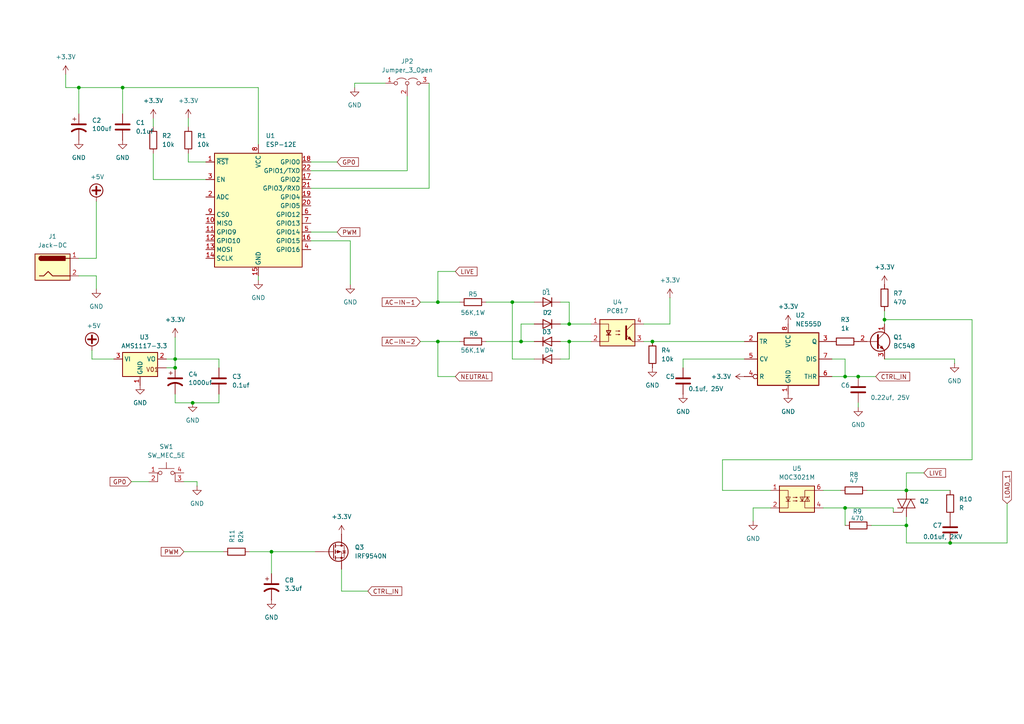
<source format=kicad_sch>
(kicad_sch
	(version 20250114)
	(generator "eeschema")
	(generator_version "9.0")
	(uuid "d2f17851-30bc-4cc0-8aa4-2250c8b3f992")
	(paper "A4")
	(lib_symbols
		(symbol "AMS1117-3.3_1"
			(exclude_from_sim no)
			(in_bom yes)
			(on_board yes)
			(property "Reference" "U2"
				(at 38.1 20.32 0)
				(effects
					(font
						(size 1.27 1.27)
					)
				)
			)
			(property "Value" "AMS1117-3.3"
				(at 38.1 17.78 0)
				(effects
					(font
						(size 1.27 1.27)
					)
				)
			)
			(property "Footprint" "Package_TO_SOT_SMD:SOT-223-3_TabPin2"
				(at 38.1 19.05 0)
				(effects
					(font
						(size 1.27 1.27)
					)
					(hide yes)
				)
			)
			(property "Datasheet" "http://www.advanced-monolithic.com/pdf/ds1117.pdf"
				(at 2.54 -6.35 0)
				(effects
					(font
						(size 1.27 1.27)
					)
					(hide yes)
				)
			)
			(property "Description" "1A Low Dropout regulator, positive, 3.3V fixed output, SOT-223"
				(at 0 0 0)
				(effects
					(font
						(size 1.27 1.27)
					)
					(hide yes)
				)
			)
			(property "ki_keywords" "linear regulator ldo fixed positive"
				(at 0 0 0)
				(effects
					(font
						(size 1.27 1.27)
					)
					(hide yes)
				)
			)
			(property "ki_fp_filters" "SOT?223*TabPin2*"
				(at 0 0 0)
				(effects
					(font
						(size 1.27 1.27)
					)
					(hide yes)
				)
			)
			(symbol "AMS1117-3.3_1_0_1"
				(rectangle
					(start 33.02 15.875)
					(end 43.18 8.89)
					(stroke
						(width 0.254)
						(type default)
					)
					(fill
						(type background)
					)
				)
			)
			(symbol "AMS1117-3.3_1_1_1"
				(text "V01\n"
					(at 41.656 10.922 0)
					(effects
						(font
							(size 1.27 1.27)
						)
					)
				)
				(pin power_in line
					(at 30.48 13.97 0)
					(length 2.54)
					(name "VI"
						(effects
							(font
								(size 1.27 1.27)
							)
						)
					)
					(number "3"
						(effects
							(font
								(size 1.27 1.27)
							)
						)
					)
				)
				(pin power_in line
					(at 38.1 6.35 90)
					(length 2.54)
					(name "GND"
						(effects
							(font
								(size 1.27 1.27)
							)
						)
					)
					(number "1"
						(effects
							(font
								(size 1.27 1.27)
							)
						)
					)
				)
				(pin output line
					(at 43.18 11.43 0)
					(length 2.54)
					(name ""
						(effects
							(font
								(size 1.27 1.27)
							)
						)
					)
					(number ""
						(effects
							(font
								(size 1.27 1.27)
							)
						)
					)
				)
				(pin power_out line
					(at 45.72 13.97 180)
					(length 2.54)
					(name "VO"
						(effects
							(font
								(size 1.27 1.27)
							)
						)
					)
					(number "2"
						(effects
							(font
								(size 1.27 1.27)
							)
						)
					)
				)
			)
			(embedded_fonts no)
		)
		(symbol "Connector:Jack-DC"
			(pin_names
				(offset 1.016)
			)
			(exclude_from_sim no)
			(in_bom yes)
			(on_board yes)
			(property "Reference" "J"
				(at 0 5.334 0)
				(effects
					(font
						(size 1.27 1.27)
					)
				)
			)
			(property "Value" "Jack-DC"
				(at 0 -5.08 0)
				(effects
					(font
						(size 1.27 1.27)
					)
				)
			)
			(property "Footprint" ""
				(at 1.27 -1.016 0)
				(effects
					(font
						(size 1.27 1.27)
					)
					(hide yes)
				)
			)
			(property "Datasheet" "~"
				(at 1.27 -1.016 0)
				(effects
					(font
						(size 1.27 1.27)
					)
					(hide yes)
				)
			)
			(property "Description" "DC Barrel Jack"
				(at 0 0 0)
				(effects
					(font
						(size 1.27 1.27)
					)
					(hide yes)
				)
			)
			(property "ki_keywords" "DC power barrel jack connector"
				(at 0 0 0)
				(effects
					(font
						(size 1.27 1.27)
					)
					(hide yes)
				)
			)
			(property "ki_fp_filters" "BarrelJack*"
				(at 0 0 0)
				(effects
					(font
						(size 1.27 1.27)
					)
					(hide yes)
				)
			)
			(symbol "Jack-DC_0_1"
				(rectangle
					(start -5.08 3.81)
					(end 5.08 -3.81)
					(stroke
						(width 0.254)
						(type default)
					)
					(fill
						(type background)
					)
				)
				(polyline
					(pts
						(xy -3.81 -2.54) (xy -2.54 -2.54) (xy -1.27 -1.27) (xy 0 -2.54) (xy 2.54 -2.54) (xy 5.08 -2.54)
					)
					(stroke
						(width 0.254)
						(type default)
					)
					(fill
						(type none)
					)
				)
				(arc
					(start -3.302 1.905)
					(mid -3.9343 2.54)
					(end -3.302 3.175)
					(stroke
						(width 0.254)
						(type default)
					)
					(fill
						(type none)
					)
				)
				(arc
					(start -3.302 1.905)
					(mid -3.9343 2.54)
					(end -3.302 3.175)
					(stroke
						(width 0.254)
						(type default)
					)
					(fill
						(type outline)
					)
				)
				(rectangle
					(start 3.683 3.175)
					(end -3.302 1.905)
					(stroke
						(width 0.254)
						(type default)
					)
					(fill
						(type outline)
					)
				)
				(polyline
					(pts
						(xy 5.08 2.54) (xy 3.81 2.54)
					)
					(stroke
						(width 0.254)
						(type default)
					)
					(fill
						(type none)
					)
				)
			)
			(symbol "Jack-DC_1_1"
				(pin passive line
					(at 7.62 2.54 180)
					(length 2.54)
					(name "~"
						(effects
							(font
								(size 1.27 1.27)
							)
						)
					)
					(number "1"
						(effects
							(font
								(size 1.27 1.27)
							)
						)
					)
				)
				(pin passive line
					(at 7.62 -2.54 180)
					(length 2.54)
					(name "~"
						(effects
							(font
								(size 1.27 1.27)
							)
						)
					)
					(number "2"
						(effects
							(font
								(size 1.27 1.27)
							)
						)
					)
				)
			)
			(embedded_fonts no)
		)
		(symbol "Device:C"
			(pin_numbers
				(hide yes)
			)
			(pin_names
				(offset 0.254)
			)
			(exclude_from_sim no)
			(in_bom yes)
			(on_board yes)
			(property "Reference" "C"
				(at 0.635 2.54 0)
				(effects
					(font
						(size 1.27 1.27)
					)
					(justify left)
				)
			)
			(property "Value" "C"
				(at 0.635 -2.54 0)
				(effects
					(font
						(size 1.27 1.27)
					)
					(justify left)
				)
			)
			(property "Footprint" ""
				(at 0.9652 -3.81 0)
				(effects
					(font
						(size 1.27 1.27)
					)
					(hide yes)
				)
			)
			(property "Datasheet" "~"
				(at 0 0 0)
				(effects
					(font
						(size 1.27 1.27)
					)
					(hide yes)
				)
			)
			(property "Description" "Unpolarized capacitor"
				(at 0 0 0)
				(effects
					(font
						(size 1.27 1.27)
					)
					(hide yes)
				)
			)
			(property "ki_keywords" "cap capacitor"
				(at 0 0 0)
				(effects
					(font
						(size 1.27 1.27)
					)
					(hide yes)
				)
			)
			(property "ki_fp_filters" "C_*"
				(at 0 0 0)
				(effects
					(font
						(size 1.27 1.27)
					)
					(hide yes)
				)
			)
			(symbol "C_0_1"
				(polyline
					(pts
						(xy -2.032 0.762) (xy 2.032 0.762)
					)
					(stroke
						(width 0.508)
						(type default)
					)
					(fill
						(type none)
					)
				)
				(polyline
					(pts
						(xy -2.032 -0.762) (xy 2.032 -0.762)
					)
					(stroke
						(width 0.508)
						(type default)
					)
					(fill
						(type none)
					)
				)
			)
			(symbol "C_1_1"
				(pin passive line
					(at 0 3.81 270)
					(length 2.794)
					(name "~"
						(effects
							(font
								(size 1.27 1.27)
							)
						)
					)
					(number "1"
						(effects
							(font
								(size 1.27 1.27)
							)
						)
					)
				)
				(pin passive line
					(at 0 -3.81 90)
					(length 2.794)
					(name "~"
						(effects
							(font
								(size 1.27 1.27)
							)
						)
					)
					(number "2"
						(effects
							(font
								(size 1.27 1.27)
							)
						)
					)
				)
			)
			(embedded_fonts no)
		)
		(symbol "Device:C_Polarized_US"
			(pin_numbers
				(hide yes)
			)
			(pin_names
				(offset 0.254)
				(hide yes)
			)
			(exclude_from_sim no)
			(in_bom yes)
			(on_board yes)
			(property "Reference" "C"
				(at 0.635 2.54 0)
				(effects
					(font
						(size 1.27 1.27)
					)
					(justify left)
				)
			)
			(property "Value" "C_Polarized_US"
				(at 0.635 -2.54 0)
				(effects
					(font
						(size 1.27 1.27)
					)
					(justify left)
				)
			)
			(property "Footprint" ""
				(at 0 0 0)
				(effects
					(font
						(size 1.27 1.27)
					)
					(hide yes)
				)
			)
			(property "Datasheet" "~"
				(at 0 0 0)
				(effects
					(font
						(size 1.27 1.27)
					)
					(hide yes)
				)
			)
			(property "Description" "Polarized capacitor, US symbol"
				(at 0 0 0)
				(effects
					(font
						(size 1.27 1.27)
					)
					(hide yes)
				)
			)
			(property "ki_keywords" "cap capacitor"
				(at 0 0 0)
				(effects
					(font
						(size 1.27 1.27)
					)
					(hide yes)
				)
			)
			(property "ki_fp_filters" "CP_*"
				(at 0 0 0)
				(effects
					(font
						(size 1.27 1.27)
					)
					(hide yes)
				)
			)
			(symbol "C_Polarized_US_0_1"
				(polyline
					(pts
						(xy -2.032 0.762) (xy 2.032 0.762)
					)
					(stroke
						(width 0.508)
						(type default)
					)
					(fill
						(type none)
					)
				)
				(polyline
					(pts
						(xy -1.778 2.286) (xy -0.762 2.286)
					)
					(stroke
						(width 0)
						(type default)
					)
					(fill
						(type none)
					)
				)
				(polyline
					(pts
						(xy -1.27 1.778) (xy -1.27 2.794)
					)
					(stroke
						(width 0)
						(type default)
					)
					(fill
						(type none)
					)
				)
				(arc
					(start -2.032 -1.27)
					(mid 0 -0.5572)
					(end 2.032 -1.27)
					(stroke
						(width 0.508)
						(type default)
					)
					(fill
						(type none)
					)
				)
			)
			(symbol "C_Polarized_US_1_1"
				(pin passive line
					(at 0 3.81 270)
					(length 2.794)
					(name "~"
						(effects
							(font
								(size 1.27 1.27)
							)
						)
					)
					(number "1"
						(effects
							(font
								(size 1.27 1.27)
							)
						)
					)
				)
				(pin passive line
					(at 0 -3.81 90)
					(length 3.302)
					(name "~"
						(effects
							(font
								(size 1.27 1.27)
							)
						)
					)
					(number "2"
						(effects
							(font
								(size 1.27 1.27)
							)
						)
					)
				)
			)
			(embedded_fonts no)
		)
		(symbol "Device:R"
			(pin_numbers
				(hide yes)
			)
			(pin_names
				(offset 0)
			)
			(exclude_from_sim no)
			(in_bom yes)
			(on_board yes)
			(property "Reference" "R"
				(at 2.032 0 90)
				(effects
					(font
						(size 1.27 1.27)
					)
				)
			)
			(property "Value" "R"
				(at 0 0 90)
				(effects
					(font
						(size 1.27 1.27)
					)
				)
			)
			(property "Footprint" ""
				(at -1.778 0 90)
				(effects
					(font
						(size 1.27 1.27)
					)
					(hide yes)
				)
			)
			(property "Datasheet" "~"
				(at 0 0 0)
				(effects
					(font
						(size 1.27 1.27)
					)
					(hide yes)
				)
			)
			(property "Description" "Resistor"
				(at 0 0 0)
				(effects
					(font
						(size 1.27 1.27)
					)
					(hide yes)
				)
			)
			(property "ki_keywords" "R res resistor"
				(at 0 0 0)
				(effects
					(font
						(size 1.27 1.27)
					)
					(hide yes)
				)
			)
			(property "ki_fp_filters" "R_*"
				(at 0 0 0)
				(effects
					(font
						(size 1.27 1.27)
					)
					(hide yes)
				)
			)
			(symbol "R_0_1"
				(rectangle
					(start -1.016 -2.54)
					(end 1.016 2.54)
					(stroke
						(width 0.254)
						(type default)
					)
					(fill
						(type none)
					)
				)
			)
			(symbol "R_1_1"
				(pin passive line
					(at 0 3.81 270)
					(length 1.27)
					(name "~"
						(effects
							(font
								(size 1.27 1.27)
							)
						)
					)
					(number "1"
						(effects
							(font
								(size 1.27 1.27)
							)
						)
					)
				)
				(pin passive line
					(at 0 -3.81 90)
					(length 1.27)
					(name "~"
						(effects
							(font
								(size 1.27 1.27)
							)
						)
					)
					(number "2"
						(effects
							(font
								(size 1.27 1.27)
							)
						)
					)
				)
			)
			(embedded_fonts no)
		)
		(symbol "Diode:1N4007"
			(pin_numbers
				(hide yes)
			)
			(pin_names
				(hide yes)
			)
			(exclude_from_sim no)
			(in_bom yes)
			(on_board yes)
			(property "Reference" "D"
				(at 0 2.54 0)
				(effects
					(font
						(size 1.27 1.27)
					)
				)
			)
			(property "Value" "1N4007"
				(at 0 -2.54 0)
				(effects
					(font
						(size 1.27 1.27)
					)
				)
			)
			(property "Footprint" "Diode_THT:D_DO-41_SOD81_P10.16mm_Horizontal"
				(at 0 -4.445 0)
				(effects
					(font
						(size 1.27 1.27)
					)
					(hide yes)
				)
			)
			(property "Datasheet" "http://www.vishay.com/docs/88503/1n4001.pdf"
				(at 0 0 0)
				(effects
					(font
						(size 1.27 1.27)
					)
					(hide yes)
				)
			)
			(property "Description" "1000V 1A General Purpose Rectifier Diode, DO-41"
				(at 0 0 0)
				(effects
					(font
						(size 1.27 1.27)
					)
					(hide yes)
				)
			)
			(property "Sim.Device" "D"
				(at 0 0 0)
				(effects
					(font
						(size 1.27 1.27)
					)
					(hide yes)
				)
			)
			(property "Sim.Pins" "1=K 2=A"
				(at 0 0 0)
				(effects
					(font
						(size 1.27 1.27)
					)
					(hide yes)
				)
			)
			(property "ki_keywords" "diode"
				(at 0 0 0)
				(effects
					(font
						(size 1.27 1.27)
					)
					(hide yes)
				)
			)
			(property "ki_fp_filters" "D*DO?41*"
				(at 0 0 0)
				(effects
					(font
						(size 1.27 1.27)
					)
					(hide yes)
				)
			)
			(symbol "1N4007_0_1"
				(polyline
					(pts
						(xy -1.27 1.27) (xy -1.27 -1.27)
					)
					(stroke
						(width 0.254)
						(type default)
					)
					(fill
						(type none)
					)
				)
				(polyline
					(pts
						(xy 1.27 1.27) (xy 1.27 -1.27) (xy -1.27 0) (xy 1.27 1.27)
					)
					(stroke
						(width 0.254)
						(type default)
					)
					(fill
						(type none)
					)
				)
				(polyline
					(pts
						(xy 1.27 0) (xy -1.27 0)
					)
					(stroke
						(width 0)
						(type default)
					)
					(fill
						(type none)
					)
				)
			)
			(symbol "1N4007_1_1"
				(pin passive line
					(at -3.81 0 0)
					(length 2.54)
					(name "K"
						(effects
							(font
								(size 1.27 1.27)
							)
						)
					)
					(number "1"
						(effects
							(font
								(size 1.27 1.27)
							)
						)
					)
				)
				(pin passive line
					(at 3.81 0 180)
					(length 2.54)
					(name "A"
						(effects
							(font
								(size 1.27 1.27)
							)
						)
					)
					(number "2"
						(effects
							(font
								(size 1.27 1.27)
							)
						)
					)
				)
			)
			(embedded_fonts no)
		)
		(symbol "Isolator:PC817"
			(pin_names
				(offset 1.016)
			)
			(exclude_from_sim no)
			(in_bom yes)
			(on_board yes)
			(property "Reference" "U"
				(at -5.08 5.08 0)
				(effects
					(font
						(size 1.27 1.27)
					)
					(justify left)
				)
			)
			(property "Value" "PC817"
				(at 0 5.08 0)
				(effects
					(font
						(size 1.27 1.27)
					)
					(justify left)
				)
			)
			(property "Footprint" "Package_DIP:DIP-4_W7.62mm"
				(at -5.08 -5.08 0)
				(effects
					(font
						(size 1.27 1.27)
						(italic yes)
					)
					(justify left)
					(hide yes)
				)
			)
			(property "Datasheet" "http://www.soselectronic.cz/a_info/resource/d/pc817.pdf"
				(at 0 0 0)
				(effects
					(font
						(size 1.27 1.27)
					)
					(justify left)
					(hide yes)
				)
			)
			(property "Description" "DC Optocoupler, Vce 35V, CTR 50-300%, DIP-4"
				(at 0 0 0)
				(effects
					(font
						(size 1.27 1.27)
					)
					(hide yes)
				)
			)
			(property "ki_keywords" "NPN DC Optocoupler"
				(at 0 0 0)
				(effects
					(font
						(size 1.27 1.27)
					)
					(hide yes)
				)
			)
			(property "ki_fp_filters" "DIP*W7.62mm*"
				(at 0 0 0)
				(effects
					(font
						(size 1.27 1.27)
					)
					(hide yes)
				)
			)
			(symbol "PC817_0_1"
				(rectangle
					(start -5.08 3.81)
					(end 5.08 -3.81)
					(stroke
						(width 0.254)
						(type default)
					)
					(fill
						(type background)
					)
				)
				(polyline
					(pts
						(xy -5.08 2.54) (xy -2.54 2.54) (xy -2.54 -0.635)
					)
					(stroke
						(width 0)
						(type default)
					)
					(fill
						(type none)
					)
				)
				(polyline
					(pts
						(xy -3.175 -0.635) (xy -1.905 -0.635)
					)
					(stroke
						(width 0.254)
						(type default)
					)
					(fill
						(type none)
					)
				)
				(polyline
					(pts
						(xy -2.54 -0.635) (xy -2.54 -2.54) (xy -5.08 -2.54)
					)
					(stroke
						(width 0)
						(type default)
					)
					(fill
						(type none)
					)
				)
				(polyline
					(pts
						(xy -2.54 -0.635) (xy -3.175 0.635) (xy -1.905 0.635) (xy -2.54 -0.635)
					)
					(stroke
						(width 0.254)
						(type default)
					)
					(fill
						(type none)
					)
				)
				(polyline
					(pts
						(xy -0.508 0.508) (xy 0.762 0.508) (xy 0.381 0.381) (xy 0.381 0.635) (xy 0.762 0.508)
					)
					(stroke
						(width 0)
						(type default)
					)
					(fill
						(type none)
					)
				)
				(polyline
					(pts
						(xy -0.508 -0.508) (xy 0.762 -0.508) (xy 0.381 -0.635) (xy 0.381 -0.381) (xy 0.762 -0.508)
					)
					(stroke
						(width 0)
						(type default)
					)
					(fill
						(type none)
					)
				)
				(polyline
					(pts
						(xy 2.54 1.905) (xy 2.54 -1.905) (xy 2.54 -1.905)
					)
					(stroke
						(width 0.508)
						(type default)
					)
					(fill
						(type none)
					)
				)
				(polyline
					(pts
						(xy 2.54 0.635) (xy 4.445 2.54)
					)
					(stroke
						(width 0)
						(type default)
					)
					(fill
						(type none)
					)
				)
				(polyline
					(pts
						(xy 3.048 -1.651) (xy 3.556 -1.143) (xy 4.064 -2.159) (xy 3.048 -1.651) (xy 3.048 -1.651)
					)
					(stroke
						(width 0)
						(type default)
					)
					(fill
						(type outline)
					)
				)
				(polyline
					(pts
						(xy 4.445 2.54) (xy 5.08 2.54)
					)
					(stroke
						(width 0)
						(type default)
					)
					(fill
						(type none)
					)
				)
				(polyline
					(pts
						(xy 4.445 -2.54) (xy 2.54 -0.635)
					)
					(stroke
						(width 0)
						(type default)
					)
					(fill
						(type outline)
					)
				)
				(polyline
					(pts
						(xy 4.445 -2.54) (xy 5.08 -2.54)
					)
					(stroke
						(width 0)
						(type default)
					)
					(fill
						(type none)
					)
				)
			)
			(symbol "PC817_1_1"
				(pin passive line
					(at -7.62 2.54 0)
					(length 2.54)
					(name "~"
						(effects
							(font
								(size 1.27 1.27)
							)
						)
					)
					(number "1"
						(effects
							(font
								(size 1.27 1.27)
							)
						)
					)
				)
				(pin passive line
					(at -7.62 -2.54 0)
					(length 2.54)
					(name "~"
						(effects
							(font
								(size 1.27 1.27)
							)
						)
					)
					(number "2"
						(effects
							(font
								(size 1.27 1.27)
							)
						)
					)
				)
				(pin passive line
					(at 7.62 2.54 180)
					(length 2.54)
					(name "~"
						(effects
							(font
								(size 1.27 1.27)
							)
						)
					)
					(number "4"
						(effects
							(font
								(size 1.27 1.27)
							)
						)
					)
				)
				(pin passive line
					(at 7.62 -2.54 180)
					(length 2.54)
					(name "~"
						(effects
							(font
								(size 1.27 1.27)
							)
						)
					)
					(number "3"
						(effects
							(font
								(size 1.27 1.27)
							)
						)
					)
				)
			)
			(embedded_fonts no)
		)
		(symbol "Jumper:Jumper_3_Open"
			(pin_names
				(offset 0)
				(hide yes)
			)
			(exclude_from_sim yes)
			(in_bom no)
			(on_board yes)
			(property "Reference" "JP"
				(at -2.54 -2.54 0)
				(effects
					(font
						(size 1.27 1.27)
					)
				)
			)
			(property "Value" "Jumper_3_Open"
				(at 0 2.794 0)
				(effects
					(font
						(size 1.27 1.27)
					)
				)
			)
			(property "Footprint" ""
				(at 0 0 0)
				(effects
					(font
						(size 1.27 1.27)
					)
					(hide yes)
				)
			)
			(property "Datasheet" "~"
				(at 0 0 0)
				(effects
					(font
						(size 1.27 1.27)
					)
					(hide yes)
				)
			)
			(property "Description" "Jumper, 3-pole, both open"
				(at 0 0 0)
				(effects
					(font
						(size 1.27 1.27)
					)
					(hide yes)
				)
			)
			(property "ki_keywords" "Jumper SPDT"
				(at 0 0 0)
				(effects
					(font
						(size 1.27 1.27)
					)
					(hide yes)
				)
			)
			(property "ki_fp_filters" "Jumper* TestPoint*3Pads* TestPoint*Bridge*"
				(at 0 0 0)
				(effects
					(font
						(size 1.27 1.27)
					)
					(hide yes)
				)
			)
			(symbol "Jumper_3_Open_0_0"
				(circle
					(center -3.302 0)
					(radius 0.508)
					(stroke
						(width 0)
						(type default)
					)
					(fill
						(type none)
					)
				)
				(circle
					(center 0 0)
					(radius 0.508)
					(stroke
						(width 0)
						(type default)
					)
					(fill
						(type none)
					)
				)
				(circle
					(center 3.302 0)
					(radius 0.508)
					(stroke
						(width 0)
						(type default)
					)
					(fill
						(type none)
					)
				)
			)
			(symbol "Jumper_3_Open_0_1"
				(arc
					(start -3.048 1.016)
					(mid -1.651 1.4992)
					(end -0.254 1.016)
					(stroke
						(width 0)
						(type default)
					)
					(fill
						(type none)
					)
				)
				(polyline
					(pts
						(xy 0 -0.508) (xy 0 -1.27)
					)
					(stroke
						(width 0)
						(type default)
					)
					(fill
						(type none)
					)
				)
				(arc
					(start 0.254 1.016)
					(mid 1.651 1.4992)
					(end 3.048 1.016)
					(stroke
						(width 0)
						(type default)
					)
					(fill
						(type none)
					)
				)
			)
			(symbol "Jumper_3_Open_1_1"
				(pin passive line
					(at -6.35 0 0)
					(length 2.54)
					(name "A"
						(effects
							(font
								(size 1.27 1.27)
							)
						)
					)
					(number "1"
						(effects
							(font
								(size 1.27 1.27)
							)
						)
					)
				)
				(pin passive line
					(at 0 -3.81 90)
					(length 2.54)
					(name "C"
						(effects
							(font
								(size 1.27 1.27)
							)
						)
					)
					(number "2"
						(effects
							(font
								(size 1.27 1.27)
							)
						)
					)
				)
				(pin passive line
					(at 6.35 0 180)
					(length 2.54)
					(name "B"
						(effects
							(font
								(size 1.27 1.27)
							)
						)
					)
					(number "3"
						(effects
							(font
								(size 1.27 1.27)
							)
						)
					)
				)
			)
			(embedded_fonts no)
		)
		(symbol "RF_Module:ESP-12E"
			(exclude_from_sim no)
			(in_bom yes)
			(on_board yes)
			(property "Reference" "U"
				(at -12.7 19.05 0)
				(effects
					(font
						(size 1.27 1.27)
					)
					(justify left)
				)
			)
			(property "Value" "ESP-12E"
				(at 12.7 19.05 0)
				(effects
					(font
						(size 1.27 1.27)
					)
					(justify right)
				)
			)
			(property "Footprint" "RF_Module:ESP-12E"
				(at 0 0 0)
				(effects
					(font
						(size 1.27 1.27)
					)
					(hide yes)
				)
			)
			(property "Datasheet" "http://wiki.ai-thinker.com/_media/esp8266/esp8266_series_modules_user_manual_v1.1.pdf"
				(at -8.89 2.54 0)
				(effects
					(font
						(size 1.27 1.27)
					)
					(hide yes)
				)
			)
			(property "Description" "802.11 b/g/n Wi-Fi Module"
				(at 0 0 0)
				(effects
					(font
						(size 1.27 1.27)
					)
					(hide yes)
				)
			)
			(property "ki_keywords" "802.11 Wi-Fi"
				(at 0 0 0)
				(effects
					(font
						(size 1.27 1.27)
					)
					(hide yes)
				)
			)
			(property "ki_fp_filters" "ESP?12*"
				(at 0 0 0)
				(effects
					(font
						(size 1.27 1.27)
					)
					(hide yes)
				)
			)
			(symbol "ESP-12E_0_1"
				(rectangle
					(start -12.7 17.78)
					(end 12.7 -15.24)
					(stroke
						(width 0.254)
						(type default)
					)
					(fill
						(type background)
					)
				)
			)
			(symbol "ESP-12E_1_1"
				(pin input line
					(at -15.24 15.24 0)
					(length 2.54)
					(name "~{RST}"
						(effects
							(font
								(size 1.27 1.27)
							)
						)
					)
					(number "1"
						(effects
							(font
								(size 1.27 1.27)
							)
						)
					)
				)
				(pin input line
					(at -15.24 10.16 0)
					(length 2.54)
					(name "EN"
						(effects
							(font
								(size 1.27 1.27)
							)
						)
					)
					(number "3"
						(effects
							(font
								(size 1.27 1.27)
							)
						)
					)
				)
				(pin input line
					(at -15.24 5.08 0)
					(length 2.54)
					(name "ADC"
						(effects
							(font
								(size 1.27 1.27)
							)
						)
					)
					(number "2"
						(effects
							(font
								(size 1.27 1.27)
							)
						)
					)
				)
				(pin input line
					(at -15.24 0 0)
					(length 2.54)
					(name "CS0"
						(effects
							(font
								(size 1.27 1.27)
							)
						)
					)
					(number "9"
						(effects
							(font
								(size 1.27 1.27)
							)
						)
					)
				)
				(pin bidirectional line
					(at -15.24 -2.54 0)
					(length 2.54)
					(name "MISO"
						(effects
							(font
								(size 1.27 1.27)
							)
						)
					)
					(number "10"
						(effects
							(font
								(size 1.27 1.27)
							)
						)
					)
				)
				(pin bidirectional line
					(at -15.24 -5.08 0)
					(length 2.54)
					(name "GPIO9"
						(effects
							(font
								(size 1.27 1.27)
							)
						)
					)
					(number "11"
						(effects
							(font
								(size 1.27 1.27)
							)
						)
					)
				)
				(pin bidirectional line
					(at -15.24 -7.62 0)
					(length 2.54)
					(name "GPIO10"
						(effects
							(font
								(size 1.27 1.27)
							)
						)
					)
					(number "12"
						(effects
							(font
								(size 1.27 1.27)
							)
						)
					)
				)
				(pin bidirectional line
					(at -15.24 -10.16 0)
					(length 2.54)
					(name "MOSI"
						(effects
							(font
								(size 1.27 1.27)
							)
						)
					)
					(number "13"
						(effects
							(font
								(size 1.27 1.27)
							)
						)
					)
				)
				(pin bidirectional line
					(at -15.24 -12.7 0)
					(length 2.54)
					(name "SCLK"
						(effects
							(font
								(size 1.27 1.27)
							)
						)
					)
					(number "14"
						(effects
							(font
								(size 1.27 1.27)
							)
						)
					)
				)
				(pin power_in line
					(at 0 20.32 270)
					(length 2.54)
					(name "VCC"
						(effects
							(font
								(size 1.27 1.27)
							)
						)
					)
					(number "8"
						(effects
							(font
								(size 1.27 1.27)
							)
						)
					)
				)
				(pin power_in line
					(at 0 -17.78 90)
					(length 2.54)
					(name "GND"
						(effects
							(font
								(size 1.27 1.27)
							)
						)
					)
					(number "15"
						(effects
							(font
								(size 1.27 1.27)
							)
						)
					)
				)
				(pin bidirectional line
					(at 15.24 15.24 180)
					(length 2.54)
					(name "GPIO0"
						(effects
							(font
								(size 1.27 1.27)
							)
						)
					)
					(number "18"
						(effects
							(font
								(size 1.27 1.27)
							)
						)
					)
				)
				(pin bidirectional line
					(at 15.24 12.7 180)
					(length 2.54)
					(name "GPIO1/TXD"
						(effects
							(font
								(size 1.27 1.27)
							)
						)
					)
					(number "22"
						(effects
							(font
								(size 1.27 1.27)
							)
						)
					)
				)
				(pin bidirectional line
					(at 15.24 10.16 180)
					(length 2.54)
					(name "GPIO2"
						(effects
							(font
								(size 1.27 1.27)
							)
						)
					)
					(number "17"
						(effects
							(font
								(size 1.27 1.27)
							)
						)
					)
				)
				(pin bidirectional line
					(at 15.24 7.62 180)
					(length 2.54)
					(name "GPIO3/RXD"
						(effects
							(font
								(size 1.27 1.27)
							)
						)
					)
					(number "21"
						(effects
							(font
								(size 1.27 1.27)
							)
						)
					)
				)
				(pin bidirectional line
					(at 15.24 5.08 180)
					(length 2.54)
					(name "GPIO4"
						(effects
							(font
								(size 1.27 1.27)
							)
						)
					)
					(number "19"
						(effects
							(font
								(size 1.27 1.27)
							)
						)
					)
				)
				(pin bidirectional line
					(at 15.24 2.54 180)
					(length 2.54)
					(name "GPIO5"
						(effects
							(font
								(size 1.27 1.27)
							)
						)
					)
					(number "20"
						(effects
							(font
								(size 1.27 1.27)
							)
						)
					)
				)
				(pin bidirectional line
					(at 15.24 0 180)
					(length 2.54)
					(name "GPIO12"
						(effects
							(font
								(size 1.27 1.27)
							)
						)
					)
					(number "6"
						(effects
							(font
								(size 1.27 1.27)
							)
						)
					)
				)
				(pin bidirectional line
					(at 15.24 -2.54 180)
					(length 2.54)
					(name "GPIO13"
						(effects
							(font
								(size 1.27 1.27)
							)
						)
					)
					(number "7"
						(effects
							(font
								(size 1.27 1.27)
							)
						)
					)
				)
				(pin bidirectional line
					(at 15.24 -5.08 180)
					(length 2.54)
					(name "GPIO14"
						(effects
							(font
								(size 1.27 1.27)
							)
						)
					)
					(number "5"
						(effects
							(font
								(size 1.27 1.27)
							)
						)
					)
				)
				(pin bidirectional line
					(at 15.24 -7.62 180)
					(length 2.54)
					(name "GPIO15"
						(effects
							(font
								(size 1.27 1.27)
							)
						)
					)
					(number "16"
						(effects
							(font
								(size 1.27 1.27)
							)
						)
					)
				)
				(pin bidirectional line
					(at 15.24 -10.16 180)
					(length 2.54)
					(name "GPIO16"
						(effects
							(font
								(size 1.27 1.27)
							)
						)
					)
					(number "4"
						(effects
							(font
								(size 1.27 1.27)
							)
						)
					)
				)
			)
			(embedded_fonts no)
		)
		(symbol "Relay_SolidState:MOC3021M"
			(exclude_from_sim no)
			(in_bom yes)
			(on_board yes)
			(property "Reference" "U"
				(at -5.334 4.826 0)
				(effects
					(font
						(size 1.27 1.27)
					)
					(justify left)
				)
			)
			(property "Value" "MOC3021M"
				(at 0 5.08 0)
				(effects
					(font
						(size 1.27 1.27)
					)
					(justify left)
				)
			)
			(property "Footprint" ""
				(at -5.08 -5.08 0)
				(effects
					(font
						(size 1.27 1.27)
						(italic yes)
					)
					(justify left)
					(hide yes)
				)
			)
			(property "Datasheet" "https://www.onsemi.com/pub/Collateral/MOC3023M-D.PDF"
				(at 0 0 0)
				(effects
					(font
						(size 1.27 1.27)
					)
					(justify left)
					(hide yes)
				)
			)
			(property "Description" "Random Phase Opto-Triac, Vdrm 400V, Ift 15mA, DIP6"
				(at 0 0 0)
				(effects
					(font
						(size 1.27 1.27)
					)
					(hide yes)
				)
			)
			(property "ki_keywords" "Opto-Triac Opto Triac Random Phase"
				(at 0 0 0)
				(effects
					(font
						(size 1.27 1.27)
					)
					(hide yes)
				)
			)
			(property "ki_fp_filters" "DIP*W7.62mm* SMDIP*W9.53mm* DIP*W10.16mm*"
				(at 0 0 0)
				(effects
					(font
						(size 1.27 1.27)
					)
					(hide yes)
				)
			)
			(symbol "MOC3021M_0_1"
				(rectangle
					(start -5.08 3.81)
					(end 5.08 -3.81)
					(stroke
						(width 0.254)
						(type default)
					)
					(fill
						(type background)
					)
				)
				(polyline
					(pts
						(xy -5.08 2.54) (xy -2.54 2.54) (xy -2.54 -2.54) (xy -5.08 -2.54)
					)
					(stroke
						(width 0)
						(type default)
					)
					(fill
						(type none)
					)
				)
				(polyline
					(pts
						(xy -3.175 -0.635) (xy -1.905 -0.635)
					)
					(stroke
						(width 0)
						(type default)
					)
					(fill
						(type none)
					)
				)
				(polyline
					(pts
						(xy -2.54 -0.635) (xy -3.175 0.635) (xy -1.905 0.635) (xy -2.54 -0.635)
					)
					(stroke
						(width 0)
						(type default)
					)
					(fill
						(type none)
					)
				)
				(polyline
					(pts
						(xy -1.143 0.508) (xy 0.127 0.508) (xy -0.254 0.381) (xy -0.254 0.635) (xy 0.127 0.508)
					)
					(stroke
						(width 0)
						(type default)
					)
					(fill
						(type none)
					)
				)
				(polyline
					(pts
						(xy -1.143 -0.508) (xy 0.127 -0.508) (xy -0.254 -0.635) (xy -0.254 -0.381) (xy 0.127 -0.508)
					)
					(stroke
						(width 0)
						(type default)
					)
					(fill
						(type none)
					)
				)
				(polyline
					(pts
						(xy 0.889 -0.635) (xy 3.683 -0.635) (xy 3.048 0.635) (xy 2.413 -0.635)
					)
					(stroke
						(width 0)
						(type default)
					)
					(fill
						(type none)
					)
				)
				(polyline
					(pts
						(xy 1.524 -0.635) (xy 1.524 0.635)
					)
					(stroke
						(width 0)
						(type default)
					)
					(fill
						(type none)
					)
				)
				(polyline
					(pts
						(xy 2.286 0.635) (xy 2.286 2.54) (xy 5.08 2.54)
					)
					(stroke
						(width 0)
						(type default)
					)
					(fill
						(type none)
					)
				)
				(polyline
					(pts
						(xy 2.286 -0.635) (xy 2.286 -2.54) (xy 5.08 -2.54)
					)
					(stroke
						(width 0)
						(type default)
					)
					(fill
						(type none)
					)
				)
				(polyline
					(pts
						(xy 3.048 0.635) (xy 3.048 -0.635)
					)
					(stroke
						(width 0)
						(type default)
					)
					(fill
						(type none)
					)
				)
				(polyline
					(pts
						(xy 3.683 0.635) (xy 0.889 0.635) (xy 1.524 -0.635) (xy 2.159 0.635)
					)
					(stroke
						(width 0)
						(type default)
					)
					(fill
						(type none)
					)
				)
			)
			(symbol "MOC3021M_1_1"
				(pin passive line
					(at -7.62 2.54 0)
					(length 2.54)
					(name "~"
						(effects
							(font
								(size 1.27 1.27)
							)
						)
					)
					(number "1"
						(effects
							(font
								(size 1.27 1.27)
							)
						)
					)
				)
				(pin passive line
					(at -7.62 -2.54 0)
					(length 2.54)
					(name "~"
						(effects
							(font
								(size 1.27 1.27)
							)
						)
					)
					(number "2"
						(effects
							(font
								(size 1.27 1.27)
							)
						)
					)
				)
				(pin no_connect line
					(at -5.08 0 0)
					(length 2.54)
					(hide yes)
					(name "NC"
						(effects
							(font
								(size 1.27 1.27)
							)
						)
					)
					(number "3"
						(effects
							(font
								(size 1.27 1.27)
							)
						)
					)
				)
				(pin no_connect line
					(at 5.08 0 180)
					(length 2.54)
					(hide yes)
					(name "NC"
						(effects
							(font
								(size 1.27 1.27)
							)
						)
					)
					(number "5"
						(effects
							(font
								(size 1.27 1.27)
							)
						)
					)
				)
				(pin passive line
					(at 7.62 2.54 180)
					(length 2.54)
					(name "~"
						(effects
							(font
								(size 1.27 1.27)
							)
						)
					)
					(number "6"
						(effects
							(font
								(size 1.27 1.27)
							)
						)
					)
				)
				(pin passive line
					(at 7.62 -2.54 180)
					(length 2.54)
					(name "~"
						(effects
							(font
								(size 1.27 1.27)
							)
						)
					)
					(number "4"
						(effects
							(font
								(size 1.27 1.27)
							)
						)
					)
				)
			)
			(embedded_fonts no)
		)
		(symbol "Switch:SW_MEC_5E"
			(pin_names
				(offset 1.016)
				(hide yes)
			)
			(exclude_from_sim no)
			(in_bom yes)
			(on_board yes)
			(property "Reference" "SW"
				(at 0.635 5.715 0)
				(effects
					(font
						(size 1.27 1.27)
					)
					(justify left)
				)
			)
			(property "Value" "SW_MEC_5E"
				(at 0 -3.175 0)
				(effects
					(font
						(size 1.27 1.27)
					)
				)
			)
			(property "Footprint" ""
				(at 0 7.62 0)
				(effects
					(font
						(size 1.27 1.27)
					)
					(hide yes)
				)
			)
			(property "Datasheet" "http://www.apem.com/int/index.php?controller=attachment&id_attachment=1371"
				(at 0 7.62 0)
				(effects
					(font
						(size 1.27 1.27)
					)
					(hide yes)
				)
			)
			(property "Description" "MEC 5E single pole normally-open tactile switch"
				(at 0 0 0)
				(effects
					(font
						(size 1.27 1.27)
					)
					(hide yes)
				)
			)
			(property "ki_keywords" "switch normally-open pushbutton push-button"
				(at 0 0 0)
				(effects
					(font
						(size 1.27 1.27)
					)
					(hide yes)
				)
			)
			(property "ki_fp_filters" "SW*MEC*5G*"
				(at 0 0 0)
				(effects
					(font
						(size 1.27 1.27)
					)
					(hide yes)
				)
			)
			(symbol "SW_MEC_5E_0_1"
				(polyline
					(pts
						(xy -2.54 0) (xy -2.54 2.54) (xy -2.286 2.54)
					)
					(stroke
						(width 0)
						(type default)
					)
					(fill
						(type none)
					)
				)
				(polyline
					(pts
						(xy -2.286 3.81) (xy 2.286 3.81)
					)
					(stroke
						(width 0)
						(type default)
					)
					(fill
						(type none)
					)
				)
				(circle
					(center -1.778 2.54)
					(radius 0.508)
					(stroke
						(width 0)
						(type default)
					)
					(fill
						(type none)
					)
				)
				(polyline
					(pts
						(xy 0 3.81) (xy 0 5.588)
					)
					(stroke
						(width 0)
						(type default)
					)
					(fill
						(type none)
					)
				)
				(circle
					(center 1.778 2.54)
					(radius 0.508)
					(stroke
						(width 0)
						(type default)
					)
					(fill
						(type none)
					)
				)
				(polyline
					(pts
						(xy 2.54 0) (xy 2.54 2.54) (xy 2.286 2.54)
					)
					(stroke
						(width 0)
						(type default)
					)
					(fill
						(type none)
					)
				)
				(pin passive line
					(at -5.08 2.54 0)
					(length 2.54)
					(name "1"
						(effects
							(font
								(size 1.27 1.27)
							)
						)
					)
					(number "1"
						(effects
							(font
								(size 1.27 1.27)
							)
						)
					)
				)
				(pin passive line
					(at -5.08 0 0)
					(length 2.54)
					(name "2"
						(effects
							(font
								(size 1.27 1.27)
							)
						)
					)
					(number "2"
						(effects
							(font
								(size 1.27 1.27)
							)
						)
					)
				)
				(pin passive line
					(at 5.08 2.54 180)
					(length 2.54)
					(name "A"
						(effects
							(font
								(size 1.27 1.27)
							)
						)
					)
					(number "4"
						(effects
							(font
								(size 1.27 1.27)
							)
						)
					)
				)
				(pin passive line
					(at 5.08 0 180)
					(length 2.54)
					(name "K"
						(effects
							(font
								(size 1.27 1.27)
							)
						)
					)
					(number "3"
						(effects
							(font
								(size 1.27 1.27)
							)
						)
					)
				)
			)
			(embedded_fonts no)
		)
		(symbol "Timer:NE555D"
			(exclude_from_sim no)
			(in_bom yes)
			(on_board yes)
			(property "Reference" "U"
				(at -10.16 8.89 0)
				(effects
					(font
						(size 1.27 1.27)
					)
					(justify left)
				)
			)
			(property "Value" "NE555D"
				(at 2.54 8.89 0)
				(effects
					(font
						(size 1.27 1.27)
					)
					(justify left)
				)
			)
			(property "Footprint" "Package_SO:SOIC-8_3.9x4.9mm_P1.27mm"
				(at 21.59 -10.16 0)
				(effects
					(font
						(size 1.27 1.27)
					)
					(hide yes)
				)
			)
			(property "Datasheet" "http://www.ti.com/lit/ds/symlink/ne555.pdf"
				(at 21.59 -10.16 0)
				(effects
					(font
						(size 1.27 1.27)
					)
					(hide yes)
				)
			)
			(property "Description" "Precision Timers, 555 compatible, SOIC-8"
				(at 0 0 0)
				(effects
					(font
						(size 1.27 1.27)
					)
					(hide yes)
				)
			)
			(property "ki_keywords" "single timer 555"
				(at 0 0 0)
				(effects
					(font
						(size 1.27 1.27)
					)
					(hide yes)
				)
			)
			(property "ki_fp_filters" "SOIC*3.9x4.9mm*P1.27mm*"
				(at 0 0 0)
				(effects
					(font
						(size 1.27 1.27)
					)
					(hide yes)
				)
			)
			(symbol "NE555D_0_0"
				(pin power_in line
					(at 0 10.16 270)
					(length 2.54)
					(name "VCC"
						(effects
							(font
								(size 1.27 1.27)
							)
						)
					)
					(number "8"
						(effects
							(font
								(size 1.27 1.27)
							)
						)
					)
				)
				(pin power_in line
					(at 0 -10.16 90)
					(length 2.54)
					(name "GND"
						(effects
							(font
								(size 1.27 1.27)
							)
						)
					)
					(number "1"
						(effects
							(font
								(size 1.27 1.27)
							)
						)
					)
				)
			)
			(symbol "NE555D_0_1"
				(rectangle
					(start -8.89 -7.62)
					(end 8.89 7.62)
					(stroke
						(width 0.254)
						(type default)
					)
					(fill
						(type background)
					)
				)
				(rectangle
					(start -8.89 -7.62)
					(end 8.89 7.62)
					(stroke
						(width 0.254)
						(type default)
					)
					(fill
						(type background)
					)
				)
			)
			(symbol "NE555D_1_1"
				(pin input line
					(at -12.7 5.08 0)
					(length 3.81)
					(name "TR"
						(effects
							(font
								(size 1.27 1.27)
							)
						)
					)
					(number "2"
						(effects
							(font
								(size 1.27 1.27)
							)
						)
					)
				)
				(pin input line
					(at -12.7 0 0)
					(length 3.81)
					(name "CV"
						(effects
							(font
								(size 1.27 1.27)
							)
						)
					)
					(number "5"
						(effects
							(font
								(size 1.27 1.27)
							)
						)
					)
				)
				(pin input inverted
					(at -12.7 -5.08 0)
					(length 3.81)
					(name "R"
						(effects
							(font
								(size 1.27 1.27)
							)
						)
					)
					(number "4"
						(effects
							(font
								(size 1.27 1.27)
							)
						)
					)
				)
				(pin output line
					(at 12.7 5.08 180)
					(length 3.81)
					(name "Q"
						(effects
							(font
								(size 1.27 1.27)
							)
						)
					)
					(number "3"
						(effects
							(font
								(size 1.27 1.27)
							)
						)
					)
				)
				(pin input line
					(at 12.7 0 180)
					(length 3.81)
					(name "DIS"
						(effects
							(font
								(size 1.27 1.27)
							)
						)
					)
					(number "7"
						(effects
							(font
								(size 1.27 1.27)
							)
						)
					)
				)
				(pin input line
					(at 12.7 -5.08 180)
					(length 3.81)
					(name "THR"
						(effects
							(font
								(size 1.27 1.27)
							)
						)
					)
					(number "6"
						(effects
							(font
								(size 1.27 1.27)
							)
						)
					)
				)
			)
			(embedded_fonts no)
		)
		(symbol "Transistor_BJT:BC548"
			(pin_names
				(offset 0)
				(hide yes)
			)
			(exclude_from_sim no)
			(in_bom yes)
			(on_board yes)
			(property "Reference" "Q"
				(at 5.08 1.905 0)
				(effects
					(font
						(size 1.27 1.27)
					)
					(justify left)
				)
			)
			(property "Value" "BC548"
				(at 5.08 0 0)
				(effects
					(font
						(size 1.27 1.27)
					)
					(justify left)
				)
			)
			(property "Footprint" "Package_TO_SOT_THT:TO-92_Inline"
				(at 5.08 -1.905 0)
				(effects
					(font
						(size 1.27 1.27)
						(italic yes)
					)
					(justify left)
					(hide yes)
				)
			)
			(property "Datasheet" "https://www.onsemi.com/pub/Collateral/BC550-D.pdf"
				(at 0 0 0)
				(effects
					(font
						(size 1.27 1.27)
					)
					(justify left)
					(hide yes)
				)
			)
			(property "Description" "0.1A Ic, 30V Vce, Small Signal NPN Transistor, TO-92"
				(at 0 0 0)
				(effects
					(font
						(size 1.27 1.27)
					)
					(hide yes)
				)
			)
			(property "ki_keywords" "NPN Transistor"
				(at 0 0 0)
				(effects
					(font
						(size 1.27 1.27)
					)
					(hide yes)
				)
			)
			(property "ki_fp_filters" "TO?92*"
				(at 0 0 0)
				(effects
					(font
						(size 1.27 1.27)
					)
					(hide yes)
				)
			)
			(symbol "BC548_0_1"
				(polyline
					(pts
						(xy -2.54 0) (xy 0.635 0)
					)
					(stroke
						(width 0)
						(type default)
					)
					(fill
						(type none)
					)
				)
				(polyline
					(pts
						(xy 0.635 1.905) (xy 0.635 -1.905)
					)
					(stroke
						(width 0.508)
						(type default)
					)
					(fill
						(type none)
					)
				)
				(circle
					(center 1.27 0)
					(radius 2.8194)
					(stroke
						(width 0.254)
						(type default)
					)
					(fill
						(type none)
					)
				)
			)
			(symbol "BC548_1_1"
				(polyline
					(pts
						(xy 0.635 0.635) (xy 2.54 2.54)
					)
					(stroke
						(width 0)
						(type default)
					)
					(fill
						(type none)
					)
				)
				(polyline
					(pts
						(xy 0.635 -0.635) (xy 2.54 -2.54)
					)
					(stroke
						(width 0)
						(type default)
					)
					(fill
						(type none)
					)
				)
				(polyline
					(pts
						(xy 1.27 -1.778) (xy 1.778 -1.27) (xy 2.286 -2.286) (xy 1.27 -1.778)
					)
					(stroke
						(width 0)
						(type default)
					)
					(fill
						(type outline)
					)
				)
				(pin input line
					(at -5.08 0 0)
					(length 2.54)
					(name "B"
						(effects
							(font
								(size 1.27 1.27)
							)
						)
					)
					(number "2"
						(effects
							(font
								(size 1.27 1.27)
							)
						)
					)
				)
				(pin passive line
					(at 2.54 5.08 270)
					(length 2.54)
					(name "C"
						(effects
							(font
								(size 1.27 1.27)
							)
						)
					)
					(number "1"
						(effects
							(font
								(size 1.27 1.27)
							)
						)
					)
				)
				(pin passive line
					(at 2.54 -5.08 90)
					(length 2.54)
					(name "E"
						(effects
							(font
								(size 1.27 1.27)
							)
						)
					)
					(number "3"
						(effects
							(font
								(size 1.27 1.27)
							)
						)
					)
				)
			)
			(embedded_fonts no)
		)
		(symbol "Transistor_FET:IRF9540N"
			(pin_numbers
				(hide yes)
			)
			(pin_names
				(hide yes)
			)
			(exclude_from_sim no)
			(in_bom yes)
			(on_board yes)
			(property "Reference" "Q"
				(at 5.08 1.905 0)
				(effects
					(font
						(size 1.27 1.27)
					)
					(justify left)
				)
			)
			(property "Value" "IRF9540N"
				(at 5.08 0 0)
				(effects
					(font
						(size 1.27 1.27)
					)
					(justify left)
				)
			)
			(property "Footprint" "Package_TO_SOT_THT:TO-220-3_Vertical"
				(at 5.08 -1.905 0)
				(effects
					(font
						(size 1.27 1.27)
						(italic yes)
					)
					(justify left)
					(hide yes)
				)
			)
			(property "Datasheet" "http://www.irf.com/product-info/datasheets/data/irf9540n.pdf"
				(at 5.08 -3.81 0)
				(effects
					(font
						(size 1.27 1.27)
					)
					(justify left)
					(hide yes)
				)
			)
			(property "Description" "-23A Id, -100V Vds, 117mOhm Rds, P-Channel HEXFET Power MOSFET, TO-220"
				(at 0 0 0)
				(effects
					(font
						(size 1.27 1.27)
					)
					(hide yes)
				)
			)
			(property "ki_keywords" "P-Channel MOSFET HEXFET"
				(at 0 0 0)
				(effects
					(font
						(size 1.27 1.27)
					)
					(hide yes)
				)
			)
			(property "ki_fp_filters" "TO?220*"
				(at 0 0 0)
				(effects
					(font
						(size 1.27 1.27)
					)
					(hide yes)
				)
			)
			(symbol "IRF9540N_0_1"
				(polyline
					(pts
						(xy 0.254 1.905) (xy 0.254 -1.905)
					)
					(stroke
						(width 0.254)
						(type default)
					)
					(fill
						(type none)
					)
				)
				(polyline
					(pts
						(xy 0.254 0) (xy -2.54 0)
					)
					(stroke
						(width 0)
						(type default)
					)
					(fill
						(type none)
					)
				)
				(polyline
					(pts
						(xy 0.762 2.286) (xy 0.762 1.27)
					)
					(stroke
						(width 0.254)
						(type default)
					)
					(fill
						(type none)
					)
				)
				(polyline
					(pts
						(xy 0.762 1.778) (xy 3.302 1.778) (xy 3.302 -1.778) (xy 0.762 -1.778)
					)
					(stroke
						(width 0)
						(type default)
					)
					(fill
						(type none)
					)
				)
				(polyline
					(pts
						(xy 0.762 0.508) (xy 0.762 -0.508)
					)
					(stroke
						(width 0.254)
						(type default)
					)
					(fill
						(type none)
					)
				)
				(polyline
					(pts
						(xy 0.762 -1.27) (xy 0.762 -2.286)
					)
					(stroke
						(width 0.254)
						(type default)
					)
					(fill
						(type none)
					)
				)
				(circle
					(center 1.651 0)
					(radius 2.794)
					(stroke
						(width 0.254)
						(type default)
					)
					(fill
						(type none)
					)
				)
				(polyline
					(pts
						(xy 2.286 0) (xy 1.27 0.381) (xy 1.27 -0.381) (xy 2.286 0)
					)
					(stroke
						(width 0)
						(type default)
					)
					(fill
						(type outline)
					)
				)
				(polyline
					(pts
						(xy 2.54 2.54) (xy 2.54 1.778)
					)
					(stroke
						(width 0)
						(type default)
					)
					(fill
						(type none)
					)
				)
				(circle
					(center 2.54 1.778)
					(radius 0.254)
					(stroke
						(width 0)
						(type default)
					)
					(fill
						(type outline)
					)
				)
				(circle
					(center 2.54 -1.778)
					(radius 0.254)
					(stroke
						(width 0)
						(type default)
					)
					(fill
						(type outline)
					)
				)
				(polyline
					(pts
						(xy 2.54 -2.54) (xy 2.54 0) (xy 0.762 0)
					)
					(stroke
						(width 0)
						(type default)
					)
					(fill
						(type none)
					)
				)
				(polyline
					(pts
						(xy 2.794 -0.508) (xy 2.921 -0.381) (xy 3.683 -0.381) (xy 3.81 -0.254)
					)
					(stroke
						(width 0)
						(type default)
					)
					(fill
						(type none)
					)
				)
				(polyline
					(pts
						(xy 3.302 -0.381) (xy 2.921 0.254) (xy 3.683 0.254) (xy 3.302 -0.381)
					)
					(stroke
						(width 0)
						(type default)
					)
					(fill
						(type none)
					)
				)
			)
			(symbol "IRF9540N_1_1"
				(pin input line
					(at -5.08 0 0)
					(length 2.54)
					(name "G"
						(effects
							(font
								(size 1.27 1.27)
							)
						)
					)
					(number "1"
						(effects
							(font
								(size 1.27 1.27)
							)
						)
					)
				)
				(pin passive line
					(at 2.54 5.08 270)
					(length 2.54)
					(name "D"
						(effects
							(font
								(size 1.27 1.27)
							)
						)
					)
					(number "2"
						(effects
							(font
								(size 1.27 1.27)
							)
						)
					)
				)
				(pin passive line
					(at 2.54 -5.08 90)
					(length 2.54)
					(name "S"
						(effects
							(font
								(size 1.27 1.27)
							)
						)
					)
					(number "3"
						(effects
							(font
								(size 1.27 1.27)
							)
						)
					)
				)
			)
			(embedded_fonts no)
		)
		(symbol "Triac_Thyristor:BT136-500"
			(pin_numbers
				(hide yes)
			)
			(pin_names
				(offset 0)
				(hide yes)
			)
			(exclude_from_sim no)
			(in_bom yes)
			(on_board yes)
			(property "Reference" "Q"
				(at 5.08 1.905 0)
				(effects
					(font
						(size 1.27 1.27)
					)
					(justify left)
				)
			)
			(property "Value" "BT136-500"
				(at 5.08 0 0)
				(effects
					(font
						(size 1.27 1.27)
					)
					(justify left)
				)
			)
			(property "Footprint" "Package_TO_SOT_THT:TO-220-3_Vertical"
				(at 5.08 -1.905 0)
				(effects
					(font
						(size 1.27 1.27)
						(italic yes)
					)
					(justify left)
					(hide yes)
				)
			)
			(property "Datasheet" "http://www.micropik.com/PDF/BT136-600.pdf"
				(at 0 0 0)
				(effects
					(font
						(size 1.27 1.27)
					)
					(justify left)
					(hide yes)
				)
			)
			(property "Description" "4A RMS, 500V Off-State Voltage, Triac, TO-220"
				(at 0 0 0)
				(effects
					(font
						(size 1.27 1.27)
					)
					(hide yes)
				)
			)
			(property "ki_keywords" "Triac"
				(at 0 0 0)
				(effects
					(font
						(size 1.27 1.27)
					)
					(hide yes)
				)
			)
			(property "ki_fp_filters" "TO?220*"
				(at 0 0 0)
				(effects
					(font
						(size 1.27 1.27)
					)
					(hide yes)
				)
			)
			(symbol "BT136-500_0_1"
				(polyline
					(pts
						(xy -2.54 1.27) (xy 2.54 1.27)
					)
					(stroke
						(width 0.2032)
						(type default)
					)
					(fill
						(type none)
					)
				)
				(polyline
					(pts
						(xy -2.54 1.27) (xy -1.27 -1.27) (xy 0 1.27)
					)
					(stroke
						(width 0.2032)
						(type default)
					)
					(fill
						(type none)
					)
				)
				(polyline
					(pts
						(xy -2.54 -1.27) (xy 2.54 -1.27)
					)
					(stroke
						(width 0.2032)
						(type default)
					)
					(fill
						(type none)
					)
				)
				(polyline
					(pts
						(xy -1.27 -2.54) (xy -0.635 -1.27)
					)
					(stroke
						(width 0)
						(type default)
					)
					(fill
						(type none)
					)
				)
				(polyline
					(pts
						(xy 0 -1.27) (xy 1.27 1.27) (xy 2.54 -1.27)
					)
					(stroke
						(width 0.2032)
						(type default)
					)
					(fill
						(type none)
					)
				)
			)
			(symbol "BT136-500_1_1"
				(pin input line
					(at -3.81 -2.54 0)
					(length 2.54)
					(name "G"
						(effects
							(font
								(size 0.635 0.635)
							)
						)
					)
					(number "3"
						(effects
							(font
								(size 1.27 1.27)
							)
						)
					)
				)
				(pin passive line
					(at 0 3.81 270)
					(length 2.54)
					(name "A2"
						(effects
							(font
								(size 0.635 0.635)
							)
						)
					)
					(number "2"
						(effects
							(font
								(size 1.27 1.27)
							)
						)
					)
				)
				(pin passive line
					(at 0 -3.81 90)
					(length 2.54)
					(name "A1"
						(effects
							(font
								(size 0.635 0.635)
							)
						)
					)
					(number "1"
						(effects
							(font
								(size 1.27 1.27)
							)
						)
					)
				)
			)
			(embedded_fonts no)
		)
		(symbol "power:+3.3V"
			(power)
			(pin_numbers
				(hide yes)
			)
			(pin_names
				(offset 0)
				(hide yes)
			)
			(exclude_from_sim no)
			(in_bom yes)
			(on_board yes)
			(property "Reference" "#PWR"
				(at 0 -3.81 0)
				(effects
					(font
						(size 1.27 1.27)
					)
					(hide yes)
				)
			)
			(property "Value" "+3.3V"
				(at 0 3.556 0)
				(effects
					(font
						(size 1.27 1.27)
					)
				)
			)
			(property "Footprint" ""
				(at 0 0 0)
				(effects
					(font
						(size 1.27 1.27)
					)
					(hide yes)
				)
			)
			(property "Datasheet" ""
				(at 0 0 0)
				(effects
					(font
						(size 1.27 1.27)
					)
					(hide yes)
				)
			)
			(property "Description" "Power symbol creates a global label with name \"+3.3V\""
				(at 0 0 0)
				(effects
					(font
						(size 1.27 1.27)
					)
					(hide yes)
				)
			)
			(property "ki_keywords" "global power"
				(at 0 0 0)
				(effects
					(font
						(size 1.27 1.27)
					)
					(hide yes)
				)
			)
			(symbol "+3.3V_0_1"
				(polyline
					(pts
						(xy -0.762 1.27) (xy 0 2.54)
					)
					(stroke
						(width 0)
						(type default)
					)
					(fill
						(type none)
					)
				)
				(polyline
					(pts
						(xy 0 2.54) (xy 0.762 1.27)
					)
					(stroke
						(width 0)
						(type default)
					)
					(fill
						(type none)
					)
				)
				(polyline
					(pts
						(xy 0 0) (xy 0 2.54)
					)
					(stroke
						(width 0)
						(type default)
					)
					(fill
						(type none)
					)
				)
			)
			(symbol "+3.3V_1_1"
				(pin power_in line
					(at 0 0 90)
					(length 0)
					(name "~"
						(effects
							(font
								(size 1.27 1.27)
							)
						)
					)
					(number "1"
						(effects
							(font
								(size 1.27 1.27)
							)
						)
					)
				)
			)
			(embedded_fonts no)
		)
		(symbol "power:+VDC"
			(power)
			(pin_numbers
				(hide yes)
			)
			(pin_names
				(offset 0)
				(hide yes)
			)
			(exclude_from_sim no)
			(in_bom yes)
			(on_board yes)
			(property "Reference" "#PWR"
				(at 0 -2.54 0)
				(effects
					(font
						(size 1.27 1.27)
					)
					(hide yes)
				)
			)
			(property "Value" "+VDC"
				(at 0 6.35 0)
				(effects
					(font
						(size 1.27 1.27)
					)
				)
			)
			(property "Footprint" ""
				(at 0 0 0)
				(effects
					(font
						(size 1.27 1.27)
					)
					(hide yes)
				)
			)
			(property "Datasheet" ""
				(at 0 0 0)
				(effects
					(font
						(size 1.27 1.27)
					)
					(hide yes)
				)
			)
			(property "Description" "Power symbol creates a global label with name \"+VDC\""
				(at 0 0 0)
				(effects
					(font
						(size 1.27 1.27)
					)
					(hide yes)
				)
			)
			(property "ki_keywords" "global power"
				(at 0 0 0)
				(effects
					(font
						(size 1.27 1.27)
					)
					(hide yes)
				)
			)
			(symbol "+VDC_0_1"
				(polyline
					(pts
						(xy -1.143 3.175) (xy 1.143 3.175)
					)
					(stroke
						(width 0.508)
						(type default)
					)
					(fill
						(type none)
					)
				)
				(circle
					(center 0 3.175)
					(radius 1.905)
					(stroke
						(width 0.254)
						(type default)
					)
					(fill
						(type none)
					)
				)
				(polyline
					(pts
						(xy 0 2.032) (xy 0 4.318)
					)
					(stroke
						(width 0.508)
						(type default)
					)
					(fill
						(type none)
					)
				)
				(polyline
					(pts
						(xy 0 0) (xy 0 1.27)
					)
					(stroke
						(width 0)
						(type default)
					)
					(fill
						(type none)
					)
				)
			)
			(symbol "+VDC_1_1"
				(pin power_in line
					(at 0 0 90)
					(length 0)
					(name "~"
						(effects
							(font
								(size 1.27 1.27)
							)
						)
					)
					(number "1"
						(effects
							(font
								(size 1.27 1.27)
							)
						)
					)
				)
			)
			(embedded_fonts no)
		)
		(symbol "power:GND"
			(power)
			(pin_numbers
				(hide yes)
			)
			(pin_names
				(offset 0)
				(hide yes)
			)
			(exclude_from_sim no)
			(in_bom yes)
			(on_board yes)
			(property "Reference" "#PWR"
				(at 0 -6.35 0)
				(effects
					(font
						(size 1.27 1.27)
					)
					(hide yes)
				)
			)
			(property "Value" "GND"
				(at 0 -3.81 0)
				(effects
					(font
						(size 1.27 1.27)
					)
				)
			)
			(property "Footprint" ""
				(at 0 0 0)
				(effects
					(font
						(size 1.27 1.27)
					)
					(hide yes)
				)
			)
			(property "Datasheet" ""
				(at 0 0 0)
				(effects
					(font
						(size 1.27 1.27)
					)
					(hide yes)
				)
			)
			(property "Description" "Power symbol creates a global label with name \"GND\" , ground"
				(at 0 0 0)
				(effects
					(font
						(size 1.27 1.27)
					)
					(hide yes)
				)
			)
			(property "ki_keywords" "global power"
				(at 0 0 0)
				(effects
					(font
						(size 1.27 1.27)
					)
					(hide yes)
				)
			)
			(symbol "GND_0_1"
				(polyline
					(pts
						(xy 0 0) (xy 0 -1.27) (xy 1.27 -1.27) (xy 0 -2.54) (xy -1.27 -1.27) (xy 0 -1.27)
					)
					(stroke
						(width 0)
						(type default)
					)
					(fill
						(type none)
					)
				)
			)
			(symbol "GND_1_1"
				(pin power_in line
					(at 0 0 270)
					(length 0)
					(name "~"
						(effects
							(font
								(size 1.27 1.27)
							)
						)
					)
					(number "1"
						(effects
							(font
								(size 1.27 1.27)
							)
						)
					)
				)
			)
			(embedded_fonts no)
		)
	)
	(junction
		(at 151.13 99.06)
		(diameter 0)
		(color 0 0 0 0)
		(uuid "00daeabb-b996-41c5-8d5c-b30202e27c85")
	)
	(junction
		(at 275.59 157.48)
		(diameter 0)
		(color 0 0 0 0)
		(uuid "110d054f-1edf-4832-9a59-8fc5d0c0e9be")
	)
	(junction
		(at 245.11 147.32)
		(diameter 0)
		(color 0 0 0 0)
		(uuid "19db4690-c61b-47f3-a4a3-3a62c9f0b197")
	)
	(junction
		(at 50.8 106.68)
		(diameter 0)
		(color 0 0 0 0)
		(uuid "1bbc19a4-c360-4a9f-9995-4949037cbf91")
	)
	(junction
		(at 50.8 104.14)
		(diameter 0)
		(color 0 0 0 0)
		(uuid "1e87d6a9-e976-4904-99dc-a6b40d5d6ad3")
	)
	(junction
		(at 256.54 92.71)
		(diameter 0)
		(color 0 0 0 0)
		(uuid "269a01ab-eb41-426f-8271-6c821a55429d")
	)
	(junction
		(at 262.89 142.24)
		(diameter 0)
		(color 0 0 0 0)
		(uuid "3d0d9508-950d-4e12-b4a5-487a02df124b")
	)
	(junction
		(at 127 99.06)
		(diameter 0)
		(color 0 0 0 0)
		(uuid "4505edc4-c918-4dd0-8b99-9879700f9aa7")
	)
	(junction
		(at 165.1 99.06)
		(diameter 0)
		(color 0 0 0 0)
		(uuid "62f69d2c-7d11-44ad-8537-119e158ce195")
	)
	(junction
		(at 248.92 109.22)
		(diameter 0)
		(color 0 0 0 0)
		(uuid "764ac73c-da5a-4003-b628-af7423a95ca7")
	)
	(junction
		(at 127 87.63)
		(diameter 0)
		(color 0 0 0 0)
		(uuid "851329bf-ae59-42fe-ae19-0cd73a2676bf")
	)
	(junction
		(at 78.74 160.02)
		(diameter 0)
		(color 0 0 0 0)
		(uuid "a6bb98f0-a73c-4750-acb1-0f097ea15ffe")
	)
	(junction
		(at 55.88 116.84)
		(diameter 0)
		(color 0 0 0 0)
		(uuid "a92f2491-6d02-47d9-b7e6-ec3ee8702984")
	)
	(junction
		(at 148.59 87.63)
		(diameter 0)
		(color 0 0 0 0)
		(uuid "ae5b4e2e-80c0-41e3-8d4c-3fa8898af6df")
	)
	(junction
		(at 245.11 109.22)
		(diameter 0)
		(color 0 0 0 0)
		(uuid "bb38ef47-bfff-44d3-b9bf-53b6691ba555")
	)
	(junction
		(at 165.1 93.98)
		(diameter 0)
		(color 0 0 0 0)
		(uuid "bcd98036-b152-4386-94c5-85c5183a96e6")
	)
	(junction
		(at 262.89 152.4)
		(diameter 0)
		(color 0 0 0 0)
		(uuid "c62984d7-d3a9-4e50-9c45-1b07f65bed30")
	)
	(junction
		(at 22.86 25.4)
		(diameter 0)
		(color 0 0 0 0)
		(uuid "d254d8a5-03c1-4fa6-a895-74c5080b0cad")
	)
	(junction
		(at 35.56 25.4)
		(diameter 0)
		(color 0 0 0 0)
		(uuid "d8a73d3b-a811-48f2-be5a-097ac247408b")
	)
	(junction
		(at 189.23 99.06)
		(diameter 0)
		(color 0 0 0 0)
		(uuid "f488a6f0-a6b7-4296-9f68-1991f172fe26")
	)
	(wire
		(pts
			(xy 256.54 92.71) (xy 256.54 93.98)
		)
		(stroke
			(width 0)
			(type default)
		)
		(uuid "02788588-fb2d-4749-8942-601f90892d34")
	)
	(wire
		(pts
			(xy 99.06 165.1) (xy 99.06 171.45)
		)
		(stroke
			(width 0)
			(type default)
		)
		(uuid "02891535-062c-470b-b0c8-9705c21520e3")
	)
	(wire
		(pts
			(xy 53.34 160.02) (xy 64.77 160.02)
		)
		(stroke
			(width 0)
			(type default)
		)
		(uuid "0625c0cc-3d22-4cdf-bdc4-a17a2196f53b")
	)
	(wire
		(pts
			(xy 218.44 147.32) (xy 218.44 151.13)
		)
		(stroke
			(width 0)
			(type default)
		)
		(uuid "0b6bc346-78e5-4078-8f7b-d3a4e5eaede0")
	)
	(wire
		(pts
			(xy 262.89 137.16) (xy 262.89 142.24)
		)
		(stroke
			(width 0)
			(type default)
		)
		(uuid "1036aa11-2c27-41b3-a5f4-e235d3fae5d8")
	)
	(wire
		(pts
			(xy 124.46 24.13) (xy 124.46 54.61)
		)
		(stroke
			(width 0)
			(type default)
		)
		(uuid "11d75b23-4772-474a-9ecc-9f92b3ab8400")
	)
	(wire
		(pts
			(xy 121.92 87.63) (xy 127 87.63)
		)
		(stroke
			(width 0)
			(type default)
		)
		(uuid "12fba40f-c8b6-4b08-bc10-f6cf7c6ada0f")
	)
	(wire
		(pts
			(xy 50.8 97.79) (xy 50.8 104.14)
		)
		(stroke
			(width 0)
			(type default)
		)
		(uuid "15261db2-3334-4bd6-960b-8fe02ceac8d1")
	)
	(wire
		(pts
			(xy 148.59 104.14) (xy 154.94 104.14)
		)
		(stroke
			(width 0)
			(type default)
		)
		(uuid "163ce0d3-f15c-4137-b604-72d148326bb9")
	)
	(wire
		(pts
			(xy 245.11 109.22) (xy 248.92 109.22)
		)
		(stroke
			(width 0)
			(type default)
		)
		(uuid "175ec45f-a05a-4dbd-b170-2c97e19ced83")
	)
	(wire
		(pts
			(xy 299.72 146.05) (xy 299.72 157.48)
		)
		(stroke
			(width 0)
			(type default)
		)
		(uuid "18531fe5-0d89-4b0a-862a-fef27fc2eb21")
	)
	(wire
		(pts
			(xy 245.11 147.32) (xy 245.11 152.4)
		)
		(stroke
			(width 0)
			(type default)
		)
		(uuid "19538212-e40e-4762-a6f7-f8657cac2707")
	)
	(wire
		(pts
			(xy 27.94 58.42) (xy 27.94 74.93)
		)
		(stroke
			(width 0)
			(type default)
		)
		(uuid "1a188cb5-c785-4ce0-b7b3-5043d4e5762d")
	)
	(wire
		(pts
			(xy 127 78.74) (xy 127 87.63)
		)
		(stroke
			(width 0)
			(type default)
		)
		(uuid "1ad7a165-1c4c-4268-a34d-a8c54ca8fc54")
	)
	(wire
		(pts
			(xy 124.46 54.61) (xy 90.17 54.61)
		)
		(stroke
			(width 0)
			(type default)
		)
		(uuid "1c699e46-6b62-4ec7-a151-cf1866173ad9")
	)
	(wire
		(pts
			(xy 102.87 24.13) (xy 111.76 24.13)
		)
		(stroke
			(width 0)
			(type default)
		)
		(uuid "1ce0de8d-ff69-4dfc-8a3a-a5e15e3f8e17")
	)
	(wire
		(pts
			(xy 22.86 25.4) (xy 22.86 33.02)
		)
		(stroke
			(width 0)
			(type default)
		)
		(uuid "1d39f3f7-142f-4522-8e76-dbe417d2e156")
	)
	(wire
		(pts
			(xy 165.1 104.14) (xy 165.1 99.06)
		)
		(stroke
			(width 0)
			(type default)
		)
		(uuid "21e2686b-eae2-460f-9274-9c00e35ea4ab")
	)
	(wire
		(pts
			(xy 245.11 147.32) (xy 259.08 147.32)
		)
		(stroke
			(width 0)
			(type default)
		)
		(uuid "2790603b-ac97-4169-92ce-b9ac08f29b99")
	)
	(wire
		(pts
			(xy 151.13 93.98) (xy 151.13 99.06)
		)
		(stroke
			(width 0)
			(type default)
		)
		(uuid "2b76ac48-b4f6-4b6b-b1ee-f5a70e23f01a")
	)
	(wire
		(pts
			(xy 165.1 87.63) (xy 165.1 93.98)
		)
		(stroke
			(width 0)
			(type default)
		)
		(uuid "2c5fd110-f24e-44c8-a904-3b241fa7d806")
	)
	(wire
		(pts
			(xy 132.08 109.22) (xy 127 109.22)
		)
		(stroke
			(width 0)
			(type default)
		)
		(uuid "2e4c1f61-b2e1-4f68-b695-1cc0c854c42d")
	)
	(wire
		(pts
			(xy 299.72 157.48) (xy 307.34 157.48)
		)
		(stroke
			(width 0)
			(type default)
		)
		(uuid "2e806e9a-6f96-4fb5-9745-b98dedab664e")
	)
	(wire
		(pts
			(xy 140.97 99.06) (xy 151.13 99.06)
		)
		(stroke
			(width 0)
			(type default)
		)
		(uuid "2e9cdc18-9a7c-40b1-955d-f6b51366fa00")
	)
	(wire
		(pts
			(xy 44.45 44.45) (xy 44.45 52.07)
		)
		(stroke
			(width 0)
			(type default)
		)
		(uuid "316ed7a6-e2af-4660-9f24-c37b061c7973")
	)
	(wire
		(pts
			(xy 19.05 21.59) (xy 19.05 25.4)
		)
		(stroke
			(width 0)
			(type default)
		)
		(uuid "3219c266-51c4-4024-9351-68178661a8fd")
	)
	(wire
		(pts
			(xy 256.54 104.14) (xy 276.86 104.14)
		)
		(stroke
			(width 0)
			(type default)
		)
		(uuid "334b7b3e-608a-49c9-acb4-1955f12c2ec3")
	)
	(wire
		(pts
			(xy 78.74 160.02) (xy 78.74 166.37)
		)
		(stroke
			(width 0)
			(type default)
		)
		(uuid "34577b9d-e23f-4e71-b797-f28bb6dda48b")
	)
	(wire
		(pts
			(xy 90.17 46.99) (xy 97.79 46.99)
		)
		(stroke
			(width 0)
			(type default)
		)
		(uuid "347cc307-bfba-481a-be62-eb3814505179")
	)
	(wire
		(pts
			(xy 72.39 160.02) (xy 78.74 160.02)
		)
		(stroke
			(width 0)
			(type default)
		)
		(uuid "352b9d96-8ea3-4e27-aac0-2944908a6161")
	)
	(wire
		(pts
			(xy 48.26 104.14) (xy 50.8 104.14)
		)
		(stroke
			(width 0)
			(type default)
		)
		(uuid "387c1d00-7fc0-44ff-9d92-d9e8e770fb26")
	)
	(wire
		(pts
			(xy 22.86 25.4) (xy 35.56 25.4)
		)
		(stroke
			(width 0)
			(type default)
		)
		(uuid "38d65b20-3e84-445c-9718-4b94e0e10558")
	)
	(wire
		(pts
			(xy 50.8 116.84) (xy 55.88 116.84)
		)
		(stroke
			(width 0)
			(type default)
		)
		(uuid "39179c67-eb4b-47be-bceb-249db021e8d3")
	)
	(wire
		(pts
			(xy 194.31 86.36) (xy 194.31 93.98)
		)
		(stroke
			(width 0)
			(type default)
		)
		(uuid "3aa75802-78de-4bb9-95b0-aa86e6b98545")
	)
	(wire
		(pts
			(xy 252.73 152.4) (xy 262.89 152.4)
		)
		(stroke
			(width 0)
			(type default)
		)
		(uuid "3cd02937-6d1b-49df-94eb-5c150b47078e")
	)
	(wire
		(pts
			(xy 26.67 104.14) (xy 33.02 104.14)
		)
		(stroke
			(width 0)
			(type default)
		)
		(uuid "3f009793-2b9d-4293-8759-85e389f52950")
	)
	(wire
		(pts
			(xy 53.34 139.7) (xy 57.15 139.7)
		)
		(stroke
			(width 0)
			(type default)
		)
		(uuid "3f95d945-a43b-452f-bd26-75e918dbab8c")
	)
	(wire
		(pts
			(xy 74.93 25.4) (xy 74.93 41.91)
		)
		(stroke
			(width 0)
			(type default)
		)
		(uuid "4566e245-0a38-444a-a2bb-4de364fbe4ef")
	)
	(wire
		(pts
			(xy 281.94 92.71) (xy 256.54 92.71)
		)
		(stroke
			(width 0)
			(type default)
		)
		(uuid "45e2f5d9-5b01-4fb1-9c7f-3ce7afa522db")
	)
	(wire
		(pts
			(xy 241.3 109.22) (xy 245.11 109.22)
		)
		(stroke
			(width 0)
			(type default)
		)
		(uuid "49a2291f-207c-4fe1-995f-4c7cb12c5fb8")
	)
	(wire
		(pts
			(xy 44.45 52.07) (xy 59.69 52.07)
		)
		(stroke
			(width 0)
			(type default)
		)
		(uuid "4ab02ed8-2907-4a5c-850f-fc5846191473")
	)
	(wire
		(pts
			(xy 90.17 49.53) (xy 118.11 49.53)
		)
		(stroke
			(width 0)
			(type default)
		)
		(uuid "4af48265-4d35-44e4-acfc-2e7a54f2a8f1")
	)
	(wire
		(pts
			(xy 99.06 171.45) (xy 106.68 171.45)
		)
		(stroke
			(width 0)
			(type default)
		)
		(uuid "4b10a654-bbe6-4529-a64f-a3b6d48fd077")
	)
	(wire
		(pts
			(xy 19.05 25.4) (xy 22.86 25.4)
		)
		(stroke
			(width 0)
			(type default)
		)
		(uuid "4b67eae6-3a46-444d-bfa3-d4ebe489834b")
	)
	(wire
		(pts
			(xy 194.31 93.98) (xy 186.69 93.98)
		)
		(stroke
			(width 0)
			(type default)
		)
		(uuid "4c5b321c-d656-4473-a87a-58bb3200144d")
	)
	(wire
		(pts
			(xy 74.93 80.01) (xy 74.93 81.28)
		)
		(stroke
			(width 0)
			(type default)
		)
		(uuid "4fddca64-fa2c-4c9f-8285-75422f2558e2")
	)
	(wire
		(pts
			(xy 209.55 142.24) (xy 209.55 133.35)
		)
		(stroke
			(width 0)
			(type default)
		)
		(uuid "526205c2-b364-42ce-a940-a17f56af9ebe")
	)
	(wire
		(pts
			(xy 148.59 87.63) (xy 148.59 104.14)
		)
		(stroke
			(width 0)
			(type default)
		)
		(uuid "5477f1e4-e32c-44ff-bbbb-d3eb6b9c943e")
	)
	(wire
		(pts
			(xy 165.1 93.98) (xy 171.45 93.98)
		)
		(stroke
			(width 0)
			(type default)
		)
		(uuid "6181a7f9-f2fd-4c67-b1d6-4a97e7f6484c")
	)
	(wire
		(pts
			(xy 256.54 90.17) (xy 256.54 92.71)
		)
		(stroke
			(width 0)
			(type default)
		)
		(uuid "66cba0e6-dc27-4d38-9e3e-8fe11ffc19ec")
	)
	(wire
		(pts
			(xy 245.11 104.14) (xy 245.11 109.22)
		)
		(stroke
			(width 0)
			(type default)
		)
		(uuid "6c0fb554-059d-409f-91f1-5236a5eaf545")
	)
	(wire
		(pts
			(xy 259.08 147.32) (xy 259.08 148.59)
		)
		(stroke
			(width 0)
			(type default)
		)
		(uuid "6dc78ba1-aaa2-428c-b58f-8e36dfa8ef2e")
	)
	(wire
		(pts
			(xy 162.56 99.06) (xy 165.1 99.06)
		)
		(stroke
			(width 0)
			(type default)
		)
		(uuid "6f00c954-8dc7-4d4f-b35f-5f5a60ddf11e")
	)
	(wire
		(pts
			(xy 48.26 106.68) (xy 50.8 106.68)
		)
		(stroke
			(width 0)
			(type default)
		)
		(uuid "7490a347-bcbe-44ae-ba9b-bd324af4d4b3")
	)
	(wire
		(pts
			(xy 238.76 142.24) (xy 243.84 142.24)
		)
		(stroke
			(width 0)
			(type default)
		)
		(uuid "75d2dcf1-5ad9-4888-86bf-122ac1ed1b41")
	)
	(wire
		(pts
			(xy 186.69 99.06) (xy 189.23 99.06)
		)
		(stroke
			(width 0)
			(type default)
		)
		(uuid "79cd69a9-9650-4661-8139-26283a188c2f")
	)
	(wire
		(pts
			(xy 90.17 69.85) (xy 101.6 69.85)
		)
		(stroke
			(width 0)
			(type default)
		)
		(uuid "7a3becef-3e85-495a-96c5-57db80dbbeab")
	)
	(wire
		(pts
			(xy 132.08 78.74) (xy 127 78.74)
		)
		(stroke
			(width 0)
			(type default)
		)
		(uuid "7be86fb4-81af-479b-9e9f-1543ff42b961")
	)
	(wire
		(pts
			(xy 251.46 142.24) (xy 262.89 142.24)
		)
		(stroke
			(width 0)
			(type default)
		)
		(uuid "7cdb06fd-fe51-45a5-ba2d-df8100507e5a")
	)
	(wire
		(pts
			(xy 121.92 99.06) (xy 127 99.06)
		)
		(stroke
			(width 0)
			(type default)
		)
		(uuid "7e4892c1-04af-401e-b206-a90bb4f71541")
	)
	(wire
		(pts
			(xy 209.55 133.35) (xy 281.94 133.35)
		)
		(stroke
			(width 0)
			(type default)
		)
		(uuid "7e886a0b-a7b7-4484-b839-85b38326ab18")
	)
	(wire
		(pts
			(xy 276.86 104.14) (xy 276.86 105.41)
		)
		(stroke
			(width 0)
			(type default)
		)
		(uuid "80f50d5b-48ce-4e0b-8067-d8b48febc24c")
	)
	(wire
		(pts
			(xy 165.1 99.06) (xy 171.45 99.06)
		)
		(stroke
			(width 0)
			(type default)
		)
		(uuid "8229d743-b986-4e5f-acce-2a0bf8946717")
	)
	(wire
		(pts
			(xy 262.89 152.4) (xy 262.89 149.86)
		)
		(stroke
			(width 0)
			(type default)
		)
		(uuid "832f5b2f-a6d2-4c22-b8c1-e62fb4d8f100")
	)
	(wire
		(pts
			(xy 248.92 109.22) (xy 254 109.22)
		)
		(stroke
			(width 0)
			(type default)
		)
		(uuid "8479f80f-b007-4558-a88c-7329a43cf19f")
	)
	(wire
		(pts
			(xy 127 87.63) (xy 133.35 87.63)
		)
		(stroke
			(width 0)
			(type default)
		)
		(uuid "8612256f-f2a2-4a99-92c7-fb883446241c")
	)
	(wire
		(pts
			(xy 35.56 25.4) (xy 74.93 25.4)
		)
		(stroke
			(width 0)
			(type default)
		)
		(uuid "896b5929-206b-464a-a75b-c082205395b0")
	)
	(wire
		(pts
			(xy 223.52 147.32) (xy 218.44 147.32)
		)
		(stroke
			(width 0)
			(type default)
		)
		(uuid "8a8340b8-c385-4a16-8125-db384437453c")
	)
	(wire
		(pts
			(xy 198.12 104.14) (xy 198.12 106.68)
		)
		(stroke
			(width 0)
			(type default)
		)
		(uuid "90e47967-90b0-49cc-b36d-a48baac0a6f7")
	)
	(wire
		(pts
			(xy 27.94 80.01) (xy 27.94 83.82)
		)
		(stroke
			(width 0)
			(type default)
		)
		(uuid "91bd96ae-994b-43b9-bbd7-92ed3091b0ab")
	)
	(wire
		(pts
			(xy 38.1 139.7) (xy 43.18 139.7)
		)
		(stroke
			(width 0)
			(type default)
		)
		(uuid "97567a49-72d6-461f-9384-261ab883c6e9")
	)
	(wire
		(pts
			(xy 63.5 104.14) (xy 50.8 104.14)
		)
		(stroke
			(width 0)
			(type default)
		)
		(uuid "9a262c83-ec15-4473-b3a5-8876cb98174c")
	)
	(wire
		(pts
			(xy 102.87 25.4) (xy 102.87 24.13)
		)
		(stroke
			(width 0)
			(type default)
		)
		(uuid "9ab001dc-7ee7-4caa-b909-73fa8cc69967")
	)
	(wire
		(pts
			(xy 127 109.22) (xy 127 99.06)
		)
		(stroke
			(width 0)
			(type default)
		)
		(uuid "9c72235e-cd8c-439c-a297-a79e7e2cf1e5")
	)
	(wire
		(pts
			(xy 248.92 116.84) (xy 248.92 118.11)
		)
		(stroke
			(width 0)
			(type default)
		)
		(uuid "aaaa534a-1cf7-4d91-a4b7-c44c72348c03")
	)
	(wire
		(pts
			(xy 55.88 116.84) (xy 63.5 116.84)
		)
		(stroke
			(width 0)
			(type default)
		)
		(uuid "ab709523-7ee9-4372-a895-28d8c0c95615")
	)
	(wire
		(pts
			(xy 241.3 104.14) (xy 245.11 104.14)
		)
		(stroke
			(width 0)
			(type default)
		)
		(uuid "ae5bc12f-8a35-4031-95aa-7b4b5f91b6d3")
	)
	(wire
		(pts
			(xy 57.15 139.7) (xy 57.15 140.97)
		)
		(stroke
			(width 0)
			(type default)
		)
		(uuid "b0edc165-68f5-416b-956e-a925fe075c54")
	)
	(wire
		(pts
			(xy 162.56 87.63) (xy 165.1 87.63)
		)
		(stroke
			(width 0)
			(type default)
		)
		(uuid "b159b5a1-53fc-4c5e-a999-50f2927687f9")
	)
	(wire
		(pts
			(xy 275.59 157.48) (xy 262.89 157.48)
		)
		(stroke
			(width 0)
			(type default)
		)
		(uuid "b2103eb1-44a3-4bd4-9a6b-fa4c04dab9c4")
	)
	(wire
		(pts
			(xy 262.89 157.48) (xy 262.89 152.4)
		)
		(stroke
			(width 0)
			(type default)
		)
		(uuid "b39c21a4-449b-4a2f-8671-7c98ca114ca9")
	)
	(wire
		(pts
			(xy 22.86 80.01) (xy 27.94 80.01)
		)
		(stroke
			(width 0)
			(type default)
		)
		(uuid "b4f751b2-a1b2-41ce-9892-b5d2e21297e7")
	)
	(wire
		(pts
			(xy 238.76 147.32) (xy 245.11 147.32)
		)
		(stroke
			(width 0)
			(type default)
		)
		(uuid "b5e88f16-f19e-4526-a0ca-56002da9ff16")
	)
	(wire
		(pts
			(xy 215.9 104.14) (xy 198.12 104.14)
		)
		(stroke
			(width 0)
			(type default)
		)
		(uuid "b6f95d8d-57cc-4330-8ec8-8cc290f1f26b")
	)
	(wire
		(pts
			(xy 90.17 67.31) (xy 97.79 67.31)
		)
		(stroke
			(width 0)
			(type default)
		)
		(uuid "bf054502-71f9-4651-9394-bbe3fb5e73ab")
	)
	(wire
		(pts
			(xy 44.45 34.29) (xy 44.45 36.83)
		)
		(stroke
			(width 0)
			(type default)
		)
		(uuid "bf5c00d0-40ed-4ca3-a466-d471737e51b9")
	)
	(wire
		(pts
			(xy 63.5 106.68) (xy 63.5 104.14)
		)
		(stroke
			(width 0)
			(type default)
		)
		(uuid "c1bdc8f7-f089-4016-a64a-71a9f72625f7")
	)
	(wire
		(pts
			(xy 140.97 87.63) (xy 148.59 87.63)
		)
		(stroke
			(width 0)
			(type default)
		)
		(uuid "c1fd6a37-9992-43c0-8535-3e024d3fb6e4")
	)
	(wire
		(pts
			(xy 262.89 142.24) (xy 275.59 142.24)
		)
		(stroke
			(width 0)
			(type default)
		)
		(uuid "c4a5cfc2-38d6-4738-9214-4f52d8b687b7")
	)
	(wire
		(pts
			(xy 101.6 69.85) (xy 101.6 82.55)
		)
		(stroke
			(width 0)
			(type default)
		)
		(uuid "c574987e-121b-4408-88a3-cf20058414b0")
	)
	(wire
		(pts
			(xy 50.8 114.3) (xy 50.8 116.84)
		)
		(stroke
			(width 0)
			(type default)
		)
		(uuid "ca4520ab-e802-4397-97c8-7ca5a63f939e")
	)
	(wire
		(pts
			(xy 35.56 25.4) (xy 35.56 33.02)
		)
		(stroke
			(width 0)
			(type default)
		)
		(uuid "ca76862d-b02a-4e6b-af3b-a278cf6244e1")
	)
	(wire
		(pts
			(xy 50.8 104.14) (xy 50.8 106.68)
		)
		(stroke
			(width 0)
			(type default)
		)
		(uuid "ca9c78ba-25a7-4253-a560-c305b825cd02")
	)
	(wire
		(pts
			(xy 118.11 49.53) (xy 118.11 27.94)
		)
		(stroke
			(width 0)
			(type default)
		)
		(uuid "cd699f1c-df72-4311-8eca-36452712ba30")
	)
	(wire
		(pts
			(xy 54.61 44.45) (xy 54.61 46.99)
		)
		(stroke
			(width 0)
			(type default)
		)
		(uuid "cf167f27-a99c-4def-80bc-a8b91eec5d85")
	)
	(wire
		(pts
			(xy 54.61 46.99) (xy 59.69 46.99)
		)
		(stroke
			(width 0)
			(type default)
		)
		(uuid "d0fc53c7-35bf-416a-9e85-5243ea70356b")
	)
	(wire
		(pts
			(xy 26.67 101.6) (xy 26.67 104.14)
		)
		(stroke
			(width 0)
			(type default)
		)
		(uuid "d1011434-0251-44f1-81c0-05fc5b85a1e2")
	)
	(wire
		(pts
			(xy 27.94 74.93) (xy 22.86 74.93)
		)
		(stroke
			(width 0)
			(type default)
		)
		(uuid "d265deec-23a3-4cd1-970a-f9c921d93b4d")
	)
	(wire
		(pts
			(xy 189.23 99.06) (xy 215.9 99.06)
		)
		(stroke
			(width 0)
			(type default)
		)
		(uuid "d402362d-ae8a-4414-8b01-4c7a16144dfe")
	)
	(wire
		(pts
			(xy 63.5 114.3) (xy 63.5 116.84)
		)
		(stroke
			(width 0)
			(type default)
		)
		(uuid "d65a3deb-ed99-4e1f-b5a3-cc71bc593cd6")
	)
	(wire
		(pts
			(xy 78.74 160.02) (xy 91.44 160.02)
		)
		(stroke
			(width 0)
			(type default)
		)
		(uuid "db071659-1e33-4df3-aeca-43f9a0527377")
	)
	(wire
		(pts
			(xy 154.94 87.63) (xy 148.59 87.63)
		)
		(stroke
			(width 0)
			(type default)
		)
		(uuid "e443c0a8-3b8b-42a2-b262-7da40b6c9a2c")
	)
	(wire
		(pts
			(xy 281.94 133.35) (xy 281.94 92.71)
		)
		(stroke
			(width 0)
			(type default)
		)
		(uuid "e5818973-613b-4d1a-8143-b6b855c863c3")
	)
	(wire
		(pts
			(xy 292.1 157.48) (xy 275.59 157.48)
		)
		(stroke
			(width 0)
			(type default)
		)
		(uuid "ea9568a7-b777-4c09-bbe2-899a79f82240")
	)
	(wire
		(pts
			(xy 267.97 137.16) (xy 262.89 137.16)
		)
		(stroke
			(width 0)
			(type default)
		)
		(uuid "ed74d215-1ac1-4c4e-b424-62dd60b8310d")
	)
	(wire
		(pts
			(xy 292.1 146.05) (xy 292.1 157.48)
		)
		(stroke
			(width 0)
			(type default)
		)
		(uuid "ee34014c-8f1d-4c81-8b9c-3aa71927d5b1")
	)
	(wire
		(pts
			(xy 162.56 93.98) (xy 165.1 93.98)
		)
		(stroke
			(width 0)
			(type default)
		)
		(uuid "eebaa18c-474b-44c7-9c04-6102f2cffcd8")
	)
	(wire
		(pts
			(xy 54.61 34.29) (xy 54.61 36.83)
		)
		(stroke
			(width 0)
			(type default)
		)
		(uuid "f009d707-bb57-4bfd-89d0-0c35a8dd60eb")
	)
	(wire
		(pts
			(xy 162.56 104.14) (xy 165.1 104.14)
		)
		(stroke
			(width 0)
			(type default)
		)
		(uuid "f337b0af-ac82-4a76-a2a9-a931a73e697e")
	)
	(wire
		(pts
			(xy 154.94 93.98) (xy 151.13 93.98)
		)
		(stroke
			(width 0)
			(type default)
		)
		(uuid "fb43a648-9745-47d5-9492-5e0926248e30")
	)
	(wire
		(pts
			(xy 223.52 142.24) (xy 209.55 142.24)
		)
		(stroke
			(width 0)
			(type default)
		)
		(uuid "fd5cece5-f159-4205-a58d-c27542100592")
	)
	(wire
		(pts
			(xy 127 99.06) (xy 133.35 99.06)
		)
		(stroke
			(width 0)
			(type default)
		)
		(uuid "fd5f3f15-a963-4b4e-9f01-2c1db94d20c7")
	)
	(wire
		(pts
			(xy 151.13 99.06) (xy 154.94 99.06)
		)
		(stroke
			(width 0)
			(type default)
		)
		(uuid "fe71e584-e37e-4f31-8def-0528a41b3b42")
	)
	(global_label "LIVE"
		(shape input)
		(at 132.08 78.74 0)
		(fields_autoplaced yes)
		(effects
			(font
				(size 1.27 1.27)
			)
			(justify left)
		)
		(uuid "0c295d24-d8dc-4261-ab8d-7024d44ccfc6")
		(property "Intersheetrefs" "${INTERSHEET_REFS}"
			(at 138.9357 78.74 0)
			(effects
				(font
					(size 1.27 1.27)
				)
				(justify left)
				(hide yes)
			)
		)
	)
	(global_label "LIVE"
		(shape input)
		(at 267.97 137.16 0)
		(fields_autoplaced yes)
		(effects
			(font
				(size 1.27 1.27)
			)
			(justify left)
		)
		(uuid "1cfc4794-8e42-45c6-9bdc-28e84cd5a7b9")
		(property "Intersheetrefs" "${INTERSHEET_REFS}"
			(at 274.8257 137.16 0)
			(effects
				(font
					(size 1.27 1.27)
				)
				(justify left)
				(hide yes)
			)
		)
	)
	(global_label "NEUTRAL"
		(shape input)
		(at 132.08 109.22 0)
		(fields_autoplaced yes)
		(effects
			(font
				(size 1.27 1.27)
			)
			(justify left)
		)
		(uuid "269ca7dc-e086-43b1-acbb-475d03b54e15")
		(property "Intersheetrefs" "${INTERSHEET_REFS}"
			(at 143.2295 109.22 0)
			(effects
				(font
					(size 1.27 1.27)
				)
				(justify left)
				(hide yes)
			)
		)
	)
	(global_label "NEUTRAL"
		(shape input)
		(at 307.34 157.48 0)
		(fields_autoplaced yes)
		(effects
			(font
				(size 1.27 1.27)
			)
			(justify left)
		)
		(uuid "2e3950a6-0272-4586-bd6a-463d3ef09dda")
		(property "Intersheetrefs" "${INTERSHEET_REFS}"
			(at 318.4895 157.48 0)
			(effects
				(font
					(size 1.27 1.27)
				)
				(justify left)
				(hide yes)
			)
		)
	)
	(global_label "PWM"
		(shape input)
		(at 53.34 160.02 180)
		(fields_autoplaced yes)
		(effects
			(font
				(size 1.27 1.27)
			)
			(justify right)
		)
		(uuid "37c81c33-5088-41e1-92b9-859d6dd050ea")
		(property "Intersheetrefs" "${INTERSHEET_REFS}"
			(at 46.182 160.02 0)
			(effects
				(font
					(size 1.27 1.27)
				)
				(justify right)
				(hide yes)
			)
		)
	)
	(global_label "LOAD_1"
		(shape input)
		(at 292.1 146.05 90)
		(fields_autoplaced yes)
		(effects
			(font
				(size 1.27 1.27)
			)
			(justify left)
		)
		(uuid "4ceda3b8-b888-4418-a928-09f1bff50522")
		(property "Intersheetrefs" "${INTERSHEET_REFS}"
			(at 292.1 136.1705 90)
			(effects
				(font
					(size 1.27 1.27)
				)
				(justify left)
				(hide yes)
			)
		)
	)
	(global_label "GP0"
		(shape input)
		(at 97.79 46.99 0)
		(fields_autoplaced yes)
		(effects
			(font
				(size 1.27 1.27)
			)
			(justify left)
		)
		(uuid "4f0350e4-775c-4d34-87c3-b27309d74af4")
		(property "Intersheetrefs" "${INTERSHEET_REFS}"
			(at 104.5247 46.99 0)
			(effects
				(font
					(size 1.27 1.27)
				)
				(justify left)
				(hide yes)
			)
		)
	)
	(global_label "PWM"
		(shape input)
		(at 97.79 67.31 0)
		(fields_autoplaced yes)
		(effects
			(font
				(size 1.27 1.27)
			)
			(justify left)
		)
		(uuid "5b608973-3836-42ba-b91a-08b0a9a21b1b")
		(property "Intersheetrefs" "${INTERSHEET_REFS}"
			(at 104.948 67.31 0)
			(effects
				(font
					(size 1.27 1.27)
				)
				(justify left)
				(hide yes)
			)
		)
	)
	(global_label "CTRL_IN"
		(shape input)
		(at 254 109.22 0)
		(fields_autoplaced yes)
		(effects
			(font
				(size 1.27 1.27)
			)
			(justify left)
		)
		(uuid "7732a1ea-7335-422d-b256-660b868b4279")
		(property "Intersheetrefs" "${INTERSHEET_REFS}"
			(at 264.4238 109.22 0)
			(effects
				(font
					(size 1.27 1.27)
				)
				(justify left)
				(hide yes)
			)
		)
	)
	(global_label "GP0"
		(shape input)
		(at 38.1 139.7 180)
		(fields_autoplaced yes)
		(effects
			(font
				(size 1.27 1.27)
			)
			(justify right)
		)
		(uuid "b10a1b87-b0d2-4b8f-a4ad-960f6d421702")
		(property "Intersheetrefs" "${INTERSHEET_REFS}"
			(at 31.3653 139.7 0)
			(effects
				(font
					(size 1.27 1.27)
				)
				(justify right)
				(hide yes)
			)
		)
	)
	(global_label "CTRL_IN"
		(shape input)
		(at 106.68 171.45 0)
		(fields_autoplaced yes)
		(effects
			(font
				(size 1.27 1.27)
			)
			(justify left)
		)
		(uuid "b52b26b9-2566-49b5-84fe-0febb4cf136e")
		(property "Intersheetrefs" "${INTERSHEET_REFS}"
			(at 117.1038 171.45 0)
			(effects
				(font
					(size 1.27 1.27)
				)
				(justify left)
				(hide yes)
			)
		)
	)
	(global_label "AC-IN-1"
		(shape input)
		(at 121.92 87.63 180)
		(fields_autoplaced yes)
		(effects
			(font
				(size 1.27 1.27)
			)
			(justify right)
		)
		(uuid "d6f0cfaa-9640-4e07-9345-404afc091269")
		(property "Intersheetrefs" "${INTERSHEET_REFS}"
			(at 110.2866 87.63 0)
			(effects
				(font
					(size 1.27 1.27)
				)
				(justify right)
				(hide yes)
			)
		)
	)
	(global_label "AC-IN-2"
		(shape input)
		(at 121.92 99.06 180)
		(fields_autoplaced yes)
		(effects
			(font
				(size 1.27 1.27)
			)
			(justify right)
		)
		(uuid "f71479fa-4d90-4de2-b2d0-827a791dc998")
		(property "Intersheetrefs" "${INTERSHEET_REFS}"
			(at 110.2866 99.06 0)
			(effects
				(font
					(size 1.27 1.27)
				)
				(justify right)
				(hide yes)
			)
		)
	)
	(global_label "LOAD_2"
		(shape input)
		(at 299.72 146.05 90)
		(fields_autoplaced yes)
		(effects
			(font
				(size 1.27 1.27)
			)
			(justify left)
		)
		(uuid "fdc8c967-1ae7-4f56-9ede-a63f61100e24")
		(property "Intersheetrefs" "${INTERSHEET_REFS}"
			(at 299.72 136.1705 90)
			(effects
				(font
					(size 1.27 1.27)
				)
				(justify left)
				(hide yes)
			)
		)
	)
	(symbol
		(lib_id "power:GND")
		(at 276.86 105.41 0)
		(unit 1)
		(exclude_from_sim no)
		(in_bom yes)
		(on_board yes)
		(dnp no)
		(fields_autoplaced yes)
		(uuid "0513ee2f-8ae7-48c3-a162-d8c414194d8c")
		(property "Reference" "#PWR022"
			(at 276.86 111.76 0)
			(effects
				(font
					(size 1.27 1.27)
				)
				(hide yes)
			)
		)
		(property "Value" "GND"
			(at 276.86 110.49 0)
			(effects
				(font
					(size 1.27 1.27)
				)
			)
		)
		(property "Footprint" ""
			(at 276.86 105.41 0)
			(effects
				(font
					(size 1.27 1.27)
				)
				(hide yes)
			)
		)
		(property "Datasheet" ""
			(at 276.86 105.41 0)
			(effects
				(font
					(size 1.27 1.27)
				)
				(hide yes)
			)
		)
		(property "Description" "Power symbol creates a global label with name \"GND\" , ground"
			(at 276.86 105.41 0)
			(effects
				(font
					(size 1.27 1.27)
				)
				(hide yes)
			)
		)
		(pin "1"
			(uuid "c60cd96c-a820-441c-a4ad-86422cac047c")
		)
		(instances
			(project "nihad"
				(path "/d2f17851-30bc-4cc0-8aa4-2250c8b3f992"
					(reference "#PWR022")
					(unit 1)
				)
			)
		)
	)
	(symbol
		(lib_id "power:+3.3V")
		(at 215.9 109.22 90)
		(unit 1)
		(exclude_from_sim no)
		(in_bom yes)
		(on_board yes)
		(dnp no)
		(fields_autoplaced yes)
		(uuid "08be2e32-cbfe-4672-808c-a5a1c8925fa5")
		(property "Reference" "#PWR019"
			(at 219.71 109.22 0)
			(effects
				(font
					(size 1.27 1.27)
				)
				(hide yes)
			)
		)
		(property "Value" "+3.3V"
			(at 212.09 109.2199 90)
			(effects
				(font
					(size 1.27 1.27)
				)
				(justify left)
			)
		)
		(property "Footprint" ""
			(at 215.9 109.22 0)
			(effects
				(font
					(size 1.27 1.27)
				)
				(hide yes)
			)
		)
		(property "Datasheet" ""
			(at 215.9 109.22 0)
			(effects
				(font
					(size 1.27 1.27)
				)
				(hide yes)
			)
		)
		(property "Description" "Power symbol creates a global label with name \"+3.3V\""
			(at 215.9 109.22 0)
			(effects
				(font
					(size 1.27 1.27)
				)
				(hide yes)
			)
		)
		(pin "1"
			(uuid "dfe31497-af95-494b-a873-e31fe9726a95")
		)
		(instances
			(project "nihad"
				(path "/d2f17851-30bc-4cc0-8aa4-2250c8b3f992"
					(reference "#PWR019")
					(unit 1)
				)
			)
		)
	)
	(symbol
		(lib_id "power:GND")
		(at 102.87 25.4 0)
		(unit 1)
		(exclude_from_sim no)
		(in_bom yes)
		(on_board yes)
		(dnp no)
		(fields_autoplaced yes)
		(uuid "0a234a5f-c042-4589-867c-9b0941c89bb7")
		(property "Reference" "#PWR08"
			(at 102.87 31.75 0)
			(effects
				(font
					(size 1.27 1.27)
				)
				(hide yes)
			)
		)
		(property "Value" "GND"
			(at 102.87 30.48 0)
			(effects
				(font
					(size 1.27 1.27)
				)
			)
		)
		(property "Footprint" ""
			(at 102.87 25.4 0)
			(effects
				(font
					(size 1.27 1.27)
				)
				(hide yes)
			)
		)
		(property "Datasheet" ""
			(at 102.87 25.4 0)
			(effects
				(font
					(size 1.27 1.27)
				)
				(hide yes)
			)
		)
		(property "Description" "Power symbol creates a global label with name \"GND\" , ground"
			(at 102.87 25.4 0)
			(effects
				(font
					(size 1.27 1.27)
				)
				(hide yes)
			)
		)
		(pin "1"
			(uuid "0b0f5f17-9609-4772-8698-47d32b66645b")
		)
		(instances
			(project "nihad"
				(path "/d2f17851-30bc-4cc0-8aa4-2250c8b3f992"
					(reference "#PWR08")
					(unit 1)
				)
			)
		)
	)
	(symbol
		(lib_id "Device:R")
		(at 68.58 160.02 90)
		(unit 1)
		(exclude_from_sim no)
		(in_bom yes)
		(on_board yes)
		(dnp no)
		(uuid "0beada44-8801-447a-90b6-6dbd140e2555")
		(property "Reference" "R11"
			(at 67.3099 157.48 0)
			(effects
				(font
					(size 1.27 1.27)
				)
				(justify left)
			)
		)
		(property "Value" "82k"
			(at 69.8499 157.48 0)
			(effects
				(font
					(size 1.27 1.27)
				)
				(justify left)
			)
		)
		(property "Footprint" ""
			(at 68.58 161.798 90)
			(effects
				(font
					(size 1.27 1.27)
				)
				(hide yes)
			)
		)
		(property "Datasheet" "~"
			(at 68.58 160.02 0)
			(effects
				(font
					(size 1.27 1.27)
				)
				(hide yes)
			)
		)
		(property "Description" "Resistor"
			(at 68.58 160.02 0)
			(effects
				(font
					(size 1.27 1.27)
				)
				(hide yes)
			)
		)
		(pin "2"
			(uuid "730eed3d-9d80-4b46-be6b-7e6f3b3778a2")
		)
		(pin "1"
			(uuid "60172d12-2805-4ca4-83ff-d7694ea35979")
		)
		(instances
			(project ""
				(path "/d2f17851-30bc-4cc0-8aa4-2250c8b3f992"
					(reference "R11")
					(unit 1)
				)
			)
		)
	)
	(symbol
		(lib_id "Jumper:Jumper_3_Open")
		(at 118.11 24.13 0)
		(unit 1)
		(exclude_from_sim no)
		(in_bom no)
		(on_board yes)
		(dnp no)
		(fields_autoplaced yes)
		(uuid "131e1969-c0b7-4140-acbc-2e770972cc3c")
		(property "Reference" "JP2"
			(at 118.11 17.78 0)
			(effects
				(font
					(size 1.27 1.27)
				)
			)
		)
		(property "Value" "Jumper_3_Open"
			(at 118.11 20.32 0)
			(effects
				(font
					(size 1.27 1.27)
				)
			)
		)
		(property "Footprint" ""
			(at 118.11 24.13 0)
			(effects
				(font
					(size 1.27 1.27)
				)
				(hide yes)
			)
		)
		(property "Datasheet" "~"
			(at 118.11 24.13 0)
			(effects
				(font
					(size 1.27 1.27)
				)
				(hide yes)
			)
		)
		(property "Description" "Jumper, 3-pole, both open"
			(at 118.11 24.13 0)
			(effects
				(font
					(size 1.27 1.27)
				)
				(hide yes)
			)
		)
		(pin "3"
			(uuid "e8cd7f7c-4abd-4a84-9261-a8bb5472b244")
		)
		(pin "1"
			(uuid "c06f7e9d-6bc6-4104-9fa5-07f2e8efd50d")
		)
		(pin "2"
			(uuid "17b7dea0-ae9a-43c5-a5c9-e97286eca4d4")
		)
		(instances
			(project ""
				(path "/d2f17851-30bc-4cc0-8aa4-2250c8b3f992"
					(reference "JP2")
					(unit 1)
				)
			)
		)
	)
	(symbol
		(lib_id "power:GND")
		(at 248.92 118.11 0)
		(unit 1)
		(exclude_from_sim no)
		(in_bom yes)
		(on_board yes)
		(dnp no)
		(fields_autoplaced yes)
		(uuid "133b90b9-7808-4393-be89-7d069ac1b1c0")
		(property "Reference" "#PWR024"
			(at 248.92 124.46 0)
			(effects
				(font
					(size 1.27 1.27)
				)
				(hide yes)
			)
		)
		(property "Value" "GND"
			(at 248.92 123.19 0)
			(effects
				(font
					(size 1.27 1.27)
				)
			)
		)
		(property "Footprint" ""
			(at 248.92 118.11 0)
			(effects
				(font
					(size 1.27 1.27)
				)
				(hide yes)
			)
		)
		(property "Datasheet" ""
			(at 248.92 118.11 0)
			(effects
				(font
					(size 1.27 1.27)
				)
				(hide yes)
			)
		)
		(property "Description" "Power symbol creates a global label with name \"GND\" , ground"
			(at 248.92 118.11 0)
			(effects
				(font
					(size 1.27 1.27)
				)
				(hide yes)
			)
		)
		(pin "1"
			(uuid "38a545d2-b803-450f-bbeb-e36a7659f334")
		)
		(instances
			(project "nihad"
				(path "/d2f17851-30bc-4cc0-8aa4-2250c8b3f992"
					(reference "#PWR024")
					(unit 1)
				)
			)
		)
	)
	(symbol
		(lib_id "power:+3.3V")
		(at 256.54 82.55 0)
		(unit 1)
		(exclude_from_sim no)
		(in_bom yes)
		(on_board yes)
		(dnp no)
		(fields_autoplaced yes)
		(uuid "194ec652-39e2-41c4-b372-d31c837849c6")
		(property "Reference" "#PWR023"
			(at 256.54 86.36 0)
			(effects
				(font
					(size 1.27 1.27)
				)
				(hide yes)
			)
		)
		(property "Value" "+3.3V"
			(at 256.54 77.47 0)
			(effects
				(font
					(size 1.27 1.27)
				)
			)
		)
		(property "Footprint" ""
			(at 256.54 82.55 0)
			(effects
				(font
					(size 1.27 1.27)
				)
				(hide yes)
			)
		)
		(property "Datasheet" ""
			(at 256.54 82.55 0)
			(effects
				(font
					(size 1.27 1.27)
				)
				(hide yes)
			)
		)
		(property "Description" "Power symbol creates a global label with name \"+3.3V\""
			(at 256.54 82.55 0)
			(effects
				(font
					(size 1.27 1.27)
				)
				(hide yes)
			)
		)
		(pin "1"
			(uuid "571880f3-6454-4e0e-b742-317bcf1b9784")
		)
		(instances
			(project "nihad"
				(path "/d2f17851-30bc-4cc0-8aa4-2250c8b3f992"
					(reference "#PWR023")
					(unit 1)
				)
			)
		)
	)
	(symbol
		(lib_id "Device:R")
		(at 247.65 142.24 90)
		(unit 1)
		(exclude_from_sim no)
		(in_bom yes)
		(on_board yes)
		(dnp no)
		(uuid "1b9269e8-e2d2-4f2d-8f29-2fa1dae81624")
		(property "Reference" "R8"
			(at 247.65 137.668 90)
			(effects
				(font
					(size 1.27 1.27)
				)
			)
		)
		(property "Value" "47"
			(at 247.65 139.446 90)
			(effects
				(font
					(size 1.27 1.27)
				)
			)
		)
		(property "Footprint" ""
			(at 247.65 144.018 90)
			(effects
				(font
					(size 1.27 1.27)
				)
				(hide yes)
			)
		)
		(property "Datasheet" "~"
			(at 247.65 142.24 0)
			(effects
				(font
					(size 1.27 1.27)
				)
				(hide yes)
			)
		)
		(property "Description" "Resistor"
			(at 247.65 142.24 0)
			(effects
				(font
					(size 1.27 1.27)
				)
				(hide yes)
			)
		)
		(pin "1"
			(uuid "7eead3f6-5931-4824-a0e7-8d8d0c33b87b")
		)
		(pin "2"
			(uuid "d0d54049-597f-4be7-932c-173e8e790105")
		)
		(instances
			(project "nihad"
				(path "/d2f17851-30bc-4cc0-8aa4-2250c8b3f992"
					(reference "R8")
					(unit 1)
				)
			)
		)
	)
	(symbol
		(lib_id "power:GND")
		(at 74.93 81.28 0)
		(unit 1)
		(exclude_from_sim no)
		(in_bom yes)
		(on_board yes)
		(dnp no)
		(fields_autoplaced yes)
		(uuid "1baa7894-bfa4-4253-822d-8b021e16f669")
		(property "Reference" "#PWR06"
			(at 74.93 87.63 0)
			(effects
				(font
					(size 1.27 1.27)
				)
				(hide yes)
			)
		)
		(property "Value" "GND"
			(at 74.93 86.36 0)
			(effects
				(font
					(size 1.27 1.27)
				)
			)
		)
		(property "Footprint" ""
			(at 74.93 81.28 0)
			(effects
				(font
					(size 1.27 1.27)
				)
				(hide yes)
			)
		)
		(property "Datasheet" ""
			(at 74.93 81.28 0)
			(effects
				(font
					(size 1.27 1.27)
				)
				(hide yes)
			)
		)
		(property "Description" "Power symbol creates a global label with name \"GND\" , ground"
			(at 74.93 81.28 0)
			(effects
				(font
					(size 1.27 1.27)
				)
				(hide yes)
			)
		)
		(pin "1"
			(uuid "b06b4475-4b07-4c13-a373-2bdbfcb8c491")
		)
		(instances
			(project ""
				(path "/d2f17851-30bc-4cc0-8aa4-2250c8b3f992"
					(reference "#PWR06")
					(unit 1)
				)
			)
		)
	)
	(symbol
		(lib_id "power:GND")
		(at 218.44 151.13 0)
		(unit 1)
		(exclude_from_sim no)
		(in_bom yes)
		(on_board yes)
		(dnp no)
		(fields_autoplaced yes)
		(uuid "1cc03548-dc71-47b7-8400-8af638c1292f")
		(property "Reference" "#PWR025"
			(at 218.44 157.48 0)
			(effects
				(font
					(size 1.27 1.27)
				)
				(hide yes)
			)
		)
		(property "Value" "GND"
			(at 218.44 156.21 0)
			(effects
				(font
					(size 1.27 1.27)
				)
			)
		)
		(property "Footprint" ""
			(at 218.44 151.13 0)
			(effects
				(font
					(size 1.27 1.27)
				)
				(hide yes)
			)
		)
		(property "Datasheet" ""
			(at 218.44 151.13 0)
			(effects
				(font
					(size 1.27 1.27)
				)
				(hide yes)
			)
		)
		(property "Description" "Power symbol creates a global label with name \"GND\" , ground"
			(at 218.44 151.13 0)
			(effects
				(font
					(size 1.27 1.27)
				)
				(hide yes)
			)
		)
		(pin "1"
			(uuid "e4f9702e-22df-4bc1-8c47-d6b035024e6c")
		)
		(instances
			(project "nihad"
				(path "/d2f17851-30bc-4cc0-8aa4-2250c8b3f992"
					(reference "#PWR025")
					(unit 1)
				)
			)
		)
	)
	(symbol
		(lib_id "Timer:NE555D")
		(at 228.6 104.14 0)
		(unit 1)
		(exclude_from_sim no)
		(in_bom yes)
		(on_board yes)
		(dnp no)
		(fields_autoplaced yes)
		(uuid "1e1e9757-b173-48a6-a83f-547e67703883")
		(property "Reference" "U2"
			(at 230.7433 91.44 0)
			(effects
				(font
					(size 1.27 1.27)
				)
				(justify left)
			)
		)
		(property "Value" "NE555D"
			(at 230.7433 93.98 0)
			(effects
				(font
					(size 1.27 1.27)
				)
				(justify left)
			)
		)
		(property "Footprint" "Package_SO:SOIC-8_3.9x4.9mm_P1.27mm"
			(at 250.19 114.3 0)
			(effects
				(font
					(size 1.27 1.27)
				)
				(hide yes)
			)
		)
		(property "Datasheet" "http://www.ti.com/lit/ds/symlink/ne555.pdf"
			(at 250.19 114.3 0)
			(effects
				(font
					(size 1.27 1.27)
				)
				(hide yes)
			)
		)
		(property "Description" "Precision Timers, 555 compatible, SOIC-8"
			(at 228.6 104.14 0)
			(effects
				(font
					(size 1.27 1.27)
				)
				(hide yes)
			)
		)
		(pin "2"
			(uuid "6be2418e-feed-49ad-8a0c-50ddd735acfb")
		)
		(pin "6"
			(uuid "e7149a3c-8f28-46e4-8b20-2dd92ac8cc2c")
		)
		(pin "4"
			(uuid "60bae3a8-8a4a-4c96-9bbd-3f5edeed3562")
		)
		(pin "8"
			(uuid "617e43fb-af6d-47e1-8a0d-867b2f5f66dc")
		)
		(pin "1"
			(uuid "9ec7e439-189c-43ed-b796-750611cc7cc9")
		)
		(pin "7"
			(uuid "d16b0a3c-6117-4935-86e4-6d7926f72aac")
		)
		(pin "5"
			(uuid "a5e566ca-d6ce-4fe4-9fb6-468e70a0a926")
		)
		(pin "3"
			(uuid "4e2499c9-07c1-413f-a46b-7f2d83515fa6")
		)
		(instances
			(project ""
				(path "/d2f17851-30bc-4cc0-8aa4-2250c8b3f992"
					(reference "U2")
					(unit 1)
				)
			)
		)
	)
	(symbol
		(lib_id "Device:R")
		(at 44.45 40.64 0)
		(unit 1)
		(exclude_from_sim no)
		(in_bom yes)
		(on_board yes)
		(dnp no)
		(uuid "2301bd3a-3687-4b96-9ae2-b525ecd4acd7")
		(property "Reference" "R2"
			(at 46.99 39.3699 0)
			(effects
				(font
					(size 1.27 1.27)
				)
				(justify left)
			)
		)
		(property "Value" "10k"
			(at 46.99 41.9099 0)
			(effects
				(font
					(size 1.27 1.27)
				)
				(justify left)
			)
		)
		(property "Footprint" ""
			(at 42.672 40.64 90)
			(effects
				(font
					(size 1.27 1.27)
				)
				(hide yes)
			)
		)
		(property "Datasheet" "~"
			(at 44.45 40.64 0)
			(effects
				(font
					(size 1.27 1.27)
				)
				(hide yes)
			)
		)
		(property "Description" "Resistor"
			(at 44.45 40.64 0)
			(effects
				(font
					(size 1.27 1.27)
				)
				(hide yes)
			)
		)
		(pin "2"
			(uuid "96a1be31-47a0-4108-afa4-94827f38931b")
		)
		(pin "1"
			(uuid "3a8c14e5-0068-44a7-93dc-415d4e83eab4")
		)
		(instances
			(project ""
				(path "/d2f17851-30bc-4cc0-8aa4-2250c8b3f992"
					(reference "R2")
					(unit 1)
				)
			)
		)
	)
	(symbol
		(lib_id "power:+3.3V")
		(at 228.6 93.98 0)
		(unit 1)
		(exclude_from_sim no)
		(in_bom yes)
		(on_board yes)
		(dnp no)
		(fields_autoplaced yes)
		(uuid "28234ab3-d17b-4a93-a586-5860de7200b6")
		(property "Reference" "#PWR016"
			(at 228.6 97.79 0)
			(effects
				(font
					(size 1.27 1.27)
				)
				(hide yes)
			)
		)
		(property "Value" "+3.3V"
			(at 228.6 88.9 0)
			(effects
				(font
					(size 1.27 1.27)
				)
			)
		)
		(property "Footprint" ""
			(at 228.6 93.98 0)
			(effects
				(font
					(size 1.27 1.27)
				)
				(hide yes)
			)
		)
		(property "Datasheet" ""
			(at 228.6 93.98 0)
			(effects
				(font
					(size 1.27 1.27)
				)
				(hide yes)
			)
		)
		(property "Description" "Power symbol creates a global label with name \"+3.3V\""
			(at 228.6 93.98 0)
			(effects
				(font
					(size 1.27 1.27)
				)
				(hide yes)
			)
		)
		(pin "1"
			(uuid "287085da-6f08-4347-9702-b3fad225be15")
		)
		(instances
			(project ""
				(path "/d2f17851-30bc-4cc0-8aa4-2250c8b3f992"
					(reference "#PWR016")
					(unit 1)
				)
			)
		)
	)
	(symbol
		(lib_id "power:GND")
		(at 57.15 140.97 0)
		(unit 1)
		(exclude_from_sim no)
		(in_bom yes)
		(on_board yes)
		(dnp no)
		(fields_autoplaced yes)
		(uuid "29e69855-7fb5-4216-a6cd-342fb186eafe")
		(property "Reference" "#PWR015"
			(at 57.15 147.32 0)
			(effects
				(font
					(size 1.27 1.27)
				)
				(hide yes)
			)
		)
		(property "Value" "GND"
			(at 57.15 146.05 0)
			(effects
				(font
					(size 1.27 1.27)
				)
			)
		)
		(property "Footprint" ""
			(at 57.15 140.97 0)
			(effects
				(font
					(size 1.27 1.27)
				)
				(hide yes)
			)
		)
		(property "Datasheet" ""
			(at 57.15 140.97 0)
			(effects
				(font
					(size 1.27 1.27)
				)
				(hide yes)
			)
		)
		(property "Description" "Power symbol creates a global label with name \"GND\" , ground"
			(at 57.15 140.97 0)
			(effects
				(font
					(size 1.27 1.27)
				)
				(hide yes)
			)
		)
		(pin "1"
			(uuid "71d28f86-3ece-4bf9-a40c-a01698a20eff")
		)
		(instances
			(project ""
				(path "/d2f17851-30bc-4cc0-8aa4-2250c8b3f992"
					(reference "#PWR015")
					(unit 1)
				)
			)
		)
	)
	(symbol
		(lib_id "Device:R")
		(at 137.16 87.63 90)
		(unit 1)
		(exclude_from_sim no)
		(in_bom yes)
		(on_board yes)
		(dnp no)
		(uuid "2bce8604-a3f3-4797-b411-42457b6e29c7")
		(property "Reference" "R5"
			(at 137.16 85.344 90)
			(effects
				(font
					(size 1.27 1.27)
				)
			)
		)
		(property "Value" "56K,1W"
			(at 137.16 90.678 90)
			(effects
				(font
					(size 1.27 1.27)
				)
			)
		)
		(property "Footprint" ""
			(at 137.16 89.408 90)
			(effects
				(font
					(size 1.27 1.27)
				)
				(hide yes)
			)
		)
		(property "Datasheet" "~"
			(at 137.16 87.63 0)
			(effects
				(font
					(size 1.27 1.27)
				)
				(hide yes)
			)
		)
		(property "Description" "Resistor"
			(at 137.16 87.63 0)
			(effects
				(font
					(size 1.27 1.27)
				)
				(hide yes)
			)
		)
		(pin "2"
			(uuid "1db8d88d-3ecf-45b4-aca8-baf8ca0c211d")
		)
		(pin "1"
			(uuid "5a04edc6-d57f-479a-9865-7abbce37f5c5")
		)
		(instances
			(project "nihad"
				(path "/d2f17851-30bc-4cc0-8aa4-2250c8b3f992"
					(reference "R5")
					(unit 1)
				)
			)
		)
	)
	(symbol
		(lib_id "power:+3.3V")
		(at 50.8 97.79 0)
		(unit 1)
		(exclude_from_sim no)
		(in_bom yes)
		(on_board yes)
		(dnp no)
		(fields_autoplaced yes)
		(uuid "34a0e546-b226-4c15-bf6c-26432eeeda54")
		(property "Reference" "#PWR013"
			(at 50.8 101.6 0)
			(effects
				(font
					(size 1.27 1.27)
				)
				(hide yes)
			)
		)
		(property "Value" "+3.3V"
			(at 50.8 92.71 0)
			(effects
				(font
					(size 1.27 1.27)
				)
			)
		)
		(property "Footprint" ""
			(at 50.8 97.79 0)
			(effects
				(font
					(size 1.27 1.27)
				)
				(hide yes)
			)
		)
		(property "Datasheet" ""
			(at 50.8 97.79 0)
			(effects
				(font
					(size 1.27 1.27)
				)
				(hide yes)
			)
		)
		(property "Description" "Power symbol creates a global label with name \"+3.3V\""
			(at 50.8 97.79 0)
			(effects
				(font
					(size 1.27 1.27)
				)
				(hide yes)
			)
		)
		(pin "1"
			(uuid "c45e43ee-da85-402e-8ec2-5cda6a1b35d8")
		)
		(instances
			(project ""
				(path "/d2f17851-30bc-4cc0-8aa4-2250c8b3f992"
					(reference "#PWR013")
					(unit 1)
				)
			)
		)
	)
	(symbol
		(lib_id "power:+VDC")
		(at 27.94 58.42 0)
		(unit 1)
		(exclude_from_sim no)
		(in_bom yes)
		(on_board yes)
		(dnp no)
		(uuid "391c97c4-f7e2-4985-b00c-1c4922c1a575")
		(property "Reference" "#PWR01"
			(at 27.94 60.96 0)
			(effects
				(font
					(size 1.27 1.27)
				)
				(hide yes)
			)
		)
		(property "Value" "+5V"
			(at 26.162 51.308 0)
			(effects
				(font
					(size 1.27 1.27)
				)
				(justify left)
			)
		)
		(property "Footprint" ""
			(at 27.94 58.42 0)
			(effects
				(font
					(size 1.27 1.27)
				)
				(hide yes)
			)
		)
		(property "Datasheet" ""
			(at 27.94 58.42 0)
			(effects
				(font
					(size 1.27 1.27)
				)
				(hide yes)
			)
		)
		(property "Description" "Power symbol creates a global label with name \"+VDC\""
			(at 27.94 58.42 0)
			(effects
				(font
					(size 1.27 1.27)
				)
				(hide yes)
			)
		)
		(pin "1"
			(uuid "75fdc303-0ab4-4bb5-8949-43bd44c01ee9")
		)
		(instances
			(project ""
				(path "/d2f17851-30bc-4cc0-8aa4-2250c8b3f992"
					(reference "#PWR01")
					(unit 1)
				)
			)
		)
	)
	(symbol
		(lib_id "power:GND")
		(at 101.6 82.55 0)
		(unit 1)
		(exclude_from_sim no)
		(in_bom yes)
		(on_board yes)
		(dnp no)
		(fields_autoplaced yes)
		(uuid "3a5c2291-6b5e-4932-970c-db9ea3e0029b")
		(property "Reference" "#PWR07"
			(at 101.6 88.9 0)
			(effects
				(font
					(size 1.27 1.27)
				)
				(hide yes)
			)
		)
		(property "Value" "GND"
			(at 101.6 87.63 0)
			(effects
				(font
					(size 1.27 1.27)
				)
			)
		)
		(property "Footprint" ""
			(at 101.6 82.55 0)
			(effects
				(font
					(size 1.27 1.27)
				)
				(hide yes)
			)
		)
		(property "Datasheet" ""
			(at 101.6 82.55 0)
			(effects
				(font
					(size 1.27 1.27)
				)
				(hide yes)
			)
		)
		(property "Description" "Power symbol creates a global label with name \"GND\" , ground"
			(at 101.6 82.55 0)
			(effects
				(font
					(size 1.27 1.27)
				)
				(hide yes)
			)
		)
		(pin "1"
			(uuid "dcd687ba-2054-4271-aae9-13dbf2330fc1")
		)
		(instances
			(project ""
				(path "/d2f17851-30bc-4cc0-8aa4-2250c8b3f992"
					(reference "#PWR07")
					(unit 1)
				)
			)
		)
	)
	(symbol
		(lib_id "Device:R")
		(at 54.61 40.64 0)
		(unit 1)
		(exclude_from_sim no)
		(in_bom yes)
		(on_board yes)
		(dnp no)
		(fields_autoplaced yes)
		(uuid "3b8a174c-b5b5-4edf-a517-b602de43459b")
		(property "Reference" "R1"
			(at 57.15 39.3699 0)
			(effects
				(font
					(size 1.27 1.27)
				)
				(justify left)
			)
		)
		(property "Value" "10k"
			(at 57.15 41.9099 0)
			(effects
				(font
					(size 1.27 1.27)
				)
				(justify left)
			)
		)
		(property "Footprint" ""
			(at 52.832 40.64 90)
			(effects
				(font
					(size 1.27 1.27)
				)
				(hide yes)
			)
		)
		(property "Datasheet" "~"
			(at 54.61 40.64 0)
			(effects
				(font
					(size 1.27 1.27)
				)
				(hide yes)
			)
		)
		(property "Description" "Resistor"
			(at 54.61 40.64 0)
			(effects
				(font
					(size 1.27 1.27)
				)
				(hide yes)
			)
		)
		(pin "2"
			(uuid "263ae3ce-f399-4d7a-abc7-8d05406faace")
		)
		(pin "1"
			(uuid "f6d8a18f-6f70-474b-9dbd-038ea6dc44c2")
		)
		(instances
			(project ""
				(path "/d2f17851-30bc-4cc0-8aa4-2250c8b3f992"
					(reference "R1")
					(unit 1)
				)
			)
		)
	)
	(symbol
		(lib_id "Isolator:PC817")
		(at 179.07 96.52 0)
		(unit 1)
		(exclude_from_sim no)
		(in_bom yes)
		(on_board yes)
		(dnp no)
		(uuid "416266e0-17e3-4dff-89bc-1ed57fecb36c")
		(property "Reference" "U4"
			(at 179.07 87.63 0)
			(effects
				(font
					(size 1.27 1.27)
				)
			)
		)
		(property "Value" "PC817"
			(at 179.07 90.17 0)
			(effects
				(font
					(size 1.27 1.27)
				)
			)
		)
		(property "Footprint" "Package_DIP:DIP-4_W7.62mm"
			(at 173.99 101.6 0)
			(effects
				(font
					(size 1.27 1.27)
					(italic yes)
				)
				(justify left)
				(hide yes)
			)
		)
		(property "Datasheet" "http://www.soselectronic.cz/a_info/resource/d/pc817.pdf"
			(at 179.07 96.52 0)
			(effects
				(font
					(size 1.27 1.27)
				)
				(justify left)
				(hide yes)
			)
		)
		(property "Description" "DC Optocoupler, Vce 35V, CTR 50-300%, DIP-4"
			(at 179.07 96.52 0)
			(effects
				(font
					(size 1.27 1.27)
				)
				(hide yes)
			)
		)
		(pin "3"
			(uuid "81b771df-d4e6-4da9-8fda-60453d090c85")
		)
		(pin "1"
			(uuid "c5b048b2-9cf9-438a-adb7-d6dad667ebd8")
		)
		(pin "4"
			(uuid "284547e4-eeb2-456d-933c-0636d98fbbba")
		)
		(pin "2"
			(uuid "3946ffd0-a99d-4a0c-9969-955860bedd86")
		)
		(instances
			(project ""
				(path "/d2f17851-30bc-4cc0-8aa4-2250c8b3f992"
					(reference "U4")
					(unit 1)
				)
			)
		)
	)
	(symbol
		(lib_id "Connector:Jack-DC")
		(at 15.24 77.47 0)
		(unit 1)
		(exclude_from_sim no)
		(in_bom yes)
		(on_board yes)
		(dnp no)
		(fields_autoplaced yes)
		(uuid "4acd0fa4-42ba-415e-b731-d69a0fde38b6")
		(property "Reference" "J1"
			(at 15.24 68.58 0)
			(effects
				(font
					(size 1.27 1.27)
				)
			)
		)
		(property "Value" "Jack-DC"
			(at 15.24 71.12 0)
			(effects
				(font
					(size 1.27 1.27)
				)
			)
		)
		(property "Footprint" ""
			(at 16.51 78.486 0)
			(effects
				(font
					(size 1.27 1.27)
				)
				(hide yes)
			)
		)
		(property "Datasheet" "~"
			(at 16.51 78.486 0)
			(effects
				(font
					(size 1.27 1.27)
				)
				(hide yes)
			)
		)
		(property "Description" "DC Barrel Jack"
			(at 15.24 77.47 0)
			(effects
				(font
					(size 1.27 1.27)
				)
				(hide yes)
			)
		)
		(pin "1"
			(uuid "05691f47-9239-410f-b7af-9cf7e2f08543")
		)
		(pin "2"
			(uuid "be404b29-5a1e-48aa-9abf-87dcc497a899")
		)
		(instances
			(project ""
				(path "/d2f17851-30bc-4cc0-8aa4-2250c8b3f992"
					(reference "J1")
					(unit 1)
				)
			)
		)
	)
	(symbol
		(lib_id "power:GND")
		(at 40.64 111.76 0)
		(unit 1)
		(exclude_from_sim no)
		(in_bom yes)
		(on_board yes)
		(dnp no)
		(fields_autoplaced yes)
		(uuid "4e8eb291-e8c8-4339-8283-9983ef216bf8")
		(property "Reference" "#PWR011"
			(at 40.64 118.11 0)
			(effects
				(font
					(size 1.27 1.27)
				)
				(hide yes)
			)
		)
		(property "Value" "GND"
			(at 40.64 116.84 0)
			(effects
				(font
					(size 1.27 1.27)
				)
			)
		)
		(property "Footprint" ""
			(at 40.64 111.76 0)
			(effects
				(font
					(size 1.27 1.27)
				)
				(hide yes)
			)
		)
		(property "Datasheet" ""
			(at 40.64 111.76 0)
			(effects
				(font
					(size 1.27 1.27)
				)
				(hide yes)
			)
		)
		(property "Description" "Power symbol creates a global label with name \"GND\" , ground"
			(at 40.64 111.76 0)
			(effects
				(font
					(size 1.27 1.27)
				)
				(hide yes)
			)
		)
		(pin "1"
			(uuid "0b95a46f-0ed5-499e-ae55-1e0388f97365")
		)
		(instances
			(project "nihad"
				(path "/d2f17851-30bc-4cc0-8aa4-2250c8b3f992"
					(reference "#PWR011")
					(unit 1)
				)
			)
		)
	)
	(symbol
		(lib_id "Device:C_Polarized_US")
		(at 50.8 110.49 0)
		(unit 1)
		(exclude_from_sim no)
		(in_bom yes)
		(on_board yes)
		(dnp no)
		(uuid "50ab652e-3b72-4f65-9352-51bf78295467")
		(property "Reference" "C4"
			(at 54.61 108.5849 0)
			(effects
				(font
					(size 1.27 1.27)
				)
				(justify left)
			)
		)
		(property "Value" "1000uf"
			(at 54.61 110.998 0)
			(effects
				(font
					(size 1.27 1.27)
				)
				(justify left)
			)
		)
		(property "Footprint" ""
			(at 50.8 110.49 0)
			(effects
				(font
					(size 1.27 1.27)
				)
				(hide yes)
			)
		)
		(property "Datasheet" "~"
			(at 50.8 110.49 0)
			(effects
				(font
					(size 1.27 1.27)
				)
				(hide yes)
			)
		)
		(property "Description" "Polarized capacitor, US symbol"
			(at 50.8 110.49 0)
			(effects
				(font
					(size 1.27 1.27)
				)
				(hide yes)
			)
		)
		(pin "1"
			(uuid "8fe8b8ba-ea9c-42ca-acc6-0b10de037517")
		)
		(pin "2"
			(uuid "f004ca79-8375-4ad7-af7f-85405f5c5b24")
		)
		(instances
			(project "nihad"
				(path "/d2f17851-30bc-4cc0-8aa4-2250c8b3f992"
					(reference "C4")
					(unit 1)
				)
			)
		)
	)
	(symbol
		(lib_id "power:+3.3V")
		(at 44.45 34.29 0)
		(unit 1)
		(exclude_from_sim no)
		(in_bom yes)
		(on_board yes)
		(dnp no)
		(fields_autoplaced yes)
		(uuid "53ba4f06-e31d-4876-89a1-2d60432c1324")
		(property "Reference" "#PWR04"
			(at 44.45 38.1 0)
			(effects
				(font
					(size 1.27 1.27)
				)
				(hide yes)
			)
		)
		(property "Value" "+3.3V"
			(at 44.45 29.21 0)
			(effects
				(font
					(size 1.27 1.27)
				)
			)
		)
		(property "Footprint" ""
			(at 44.45 34.29 0)
			(effects
				(font
					(size 1.27 1.27)
				)
				(hide yes)
			)
		)
		(property "Datasheet" ""
			(at 44.45 34.29 0)
			(effects
				(font
					(size 1.27 1.27)
				)
				(hide yes)
			)
		)
		(property "Description" "Power symbol creates a global label with name \"+3.3V\""
			(at 44.45 34.29 0)
			(effects
				(font
					(size 1.27 1.27)
				)
				(hide yes)
			)
		)
		(pin "1"
			(uuid "1052edeb-d7e7-450e-90ef-62a099dcf99b")
		)
		(instances
			(project ""
				(path "/d2f17851-30bc-4cc0-8aa4-2250c8b3f992"
					(reference "#PWR04")
					(unit 1)
				)
			)
		)
	)
	(symbol
		(lib_id "Device:R")
		(at 189.23 102.87 0)
		(unit 1)
		(exclude_from_sim no)
		(in_bom yes)
		(on_board yes)
		(dnp no)
		(fields_autoplaced yes)
		(uuid "5492bc27-352d-47fe-9fd3-c8d114364975")
		(property "Reference" "R4"
			(at 191.77 101.5999 0)
			(effects
				(font
					(size 1.27 1.27)
				)
				(justify left)
			)
		)
		(property "Value" "10k"
			(at 191.77 104.1399 0)
			(effects
				(font
					(size 1.27 1.27)
				)
				(justify left)
			)
		)
		(property "Footprint" ""
			(at 187.452 102.87 90)
			(effects
				(font
					(size 1.27 1.27)
				)
				(hide yes)
			)
		)
		(property "Datasheet" "~"
			(at 189.23 102.87 0)
			(effects
				(font
					(size 1.27 1.27)
				)
				(hide yes)
			)
		)
		(property "Description" "Resistor"
			(at 189.23 102.87 0)
			(effects
				(font
					(size 1.27 1.27)
				)
				(hide yes)
			)
		)
		(pin "2"
			(uuid "4647f7c6-5241-44cb-8df7-92ddc9452ea5")
		)
		(pin "1"
			(uuid "b4df8337-60ac-4991-8dd9-9dcf7f83f772")
		)
		(instances
			(project "nihad"
				(path "/d2f17851-30bc-4cc0-8aa4-2250c8b3f992"
					(reference "R4")
					(unit 1)
				)
			)
		)
	)
	(symbol
		(lib_id "Device:C_Polarized_US")
		(at 22.86 36.83 0)
		(unit 1)
		(exclude_from_sim no)
		(in_bom yes)
		(on_board yes)
		(dnp no)
		(uuid "56fb433f-83eb-45b0-ad2a-a5830aa532fa")
		(property "Reference" "C2"
			(at 26.67 34.9249 0)
			(effects
				(font
					(size 1.27 1.27)
				)
				(justify left)
			)
		)
		(property "Value" "100uf"
			(at 26.67 37.338 0)
			(effects
				(font
					(size 1.27 1.27)
				)
				(justify left)
			)
		)
		(property "Footprint" ""
			(at 22.86 36.83 0)
			(effects
				(font
					(size 1.27 1.27)
				)
				(hide yes)
			)
		)
		(property "Datasheet" "~"
			(at 22.86 36.83 0)
			(effects
				(font
					(size 1.27 1.27)
				)
				(hide yes)
			)
		)
		(property "Description" "Polarized capacitor, US symbol"
			(at 22.86 36.83 0)
			(effects
				(font
					(size 1.27 1.27)
				)
				(hide yes)
			)
		)
		(pin "1"
			(uuid "7fa13f89-ebea-4eac-b35d-c84ca1b9c1b6")
		)
		(pin "2"
			(uuid "18b80190-822b-44e0-b5cd-f41be566b993")
		)
		(instances
			(project ""
				(path "/d2f17851-30bc-4cc0-8aa4-2250c8b3f992"
					(reference "C2")
					(unit 1)
				)
			)
		)
	)
	(symbol
		(lib_id "Device:R")
		(at 137.16 99.06 90)
		(unit 1)
		(exclude_from_sim no)
		(in_bom yes)
		(on_board yes)
		(dnp no)
		(uuid "58e5b46b-a61f-431c-895f-ae9749f782c0")
		(property "Reference" "R6"
			(at 137.414 96.774 90)
			(effects
				(font
					(size 1.27 1.27)
				)
			)
		)
		(property "Value" "56K,1W"
			(at 137.16 101.6 90)
			(effects
				(font
					(size 1.27 1.27)
				)
			)
		)
		(property "Footprint" ""
			(at 137.16 100.838 90)
			(effects
				(font
					(size 1.27 1.27)
				)
				(hide yes)
			)
		)
		(property "Datasheet" "~"
			(at 137.16 99.06 0)
			(effects
				(font
					(size 1.27 1.27)
				)
				(hide yes)
			)
		)
		(property "Description" "Resistor"
			(at 137.16 99.06 0)
			(effects
				(font
					(size 1.27 1.27)
				)
				(hide yes)
			)
		)
		(pin "2"
			(uuid "1e09f592-3aeb-40dd-aa21-6510440c9316")
		)
		(pin "1"
			(uuid "c2cbd9c5-2d2c-4fb8-94ae-59b808c38608")
		)
		(instances
			(project "nihad"
				(path "/d2f17851-30bc-4cc0-8aa4-2250c8b3f992"
					(reference "R6")
					(unit 1)
				)
			)
		)
	)
	(symbol
		(lib_id "Diode:1N4007")
		(at 158.75 99.06 0)
		(unit 1)
		(exclude_from_sim no)
		(in_bom yes)
		(on_board yes)
		(dnp no)
		(uuid "5bdff522-8ec9-420d-939a-b20a93ca0bc6")
		(property "Reference" "D3"
			(at 158.5638 96.2606 0)
			(effects
				(font
					(size 1.27 1.27)
				)
			)
		)
		(property "Value" "1N4007"
			(at 158.75 95.25 0)
			(effects
				(font
					(size 1.27 1.27)
				)
				(hide yes)
			)
		)
		(property "Footprint" "Diode_THT:D_DO-41_SOD81_P10.16mm_Horizontal"
			(at 158.75 103.505 0)
			(effects
				(font
					(size 1.27 1.27)
				)
				(hide yes)
			)
		)
		(property "Datasheet" "http://www.vishay.com/docs/88503/1n4001.pdf"
			(at 158.75 99.06 0)
			(effects
				(font
					(size 1.27 1.27)
				)
				(hide yes)
			)
		)
		(property "Description" "1000V 1A General Purpose Rectifier Diode, DO-41"
			(at 158.75 99.06 0)
			(effects
				(font
					(size 1.27 1.27)
				)
				(hide yes)
			)
		)
		(property "Sim.Device" "D"
			(at 158.75 99.06 0)
			(effects
				(font
					(size 1.27 1.27)
				)
				(hide yes)
			)
		)
		(property "Sim.Pins" "1=K 2=A"
			(at 158.75 99.06 0)
			(effects
				(font
					(size 1.27 1.27)
				)
				(hide yes)
			)
		)
		(pin "1"
			(uuid "f399a2f4-8622-4f22-a2bc-cddc2dc7c70b")
		)
		(pin "2"
			(uuid "1cc22698-3306-4341-887f-420efeab1efe")
		)
		(instances
			(project "nihad"
				(path "/d2f17851-30bc-4cc0-8aa4-2250c8b3f992"
					(reference "D3")
					(unit 1)
				)
			)
		)
	)
	(symbol
		(lib_id "power:+3.3V")
		(at 99.06 154.94 0)
		(unit 1)
		(exclude_from_sim no)
		(in_bom yes)
		(on_board yes)
		(dnp no)
		(fields_autoplaced yes)
		(uuid "603f6220-a44c-44f4-86c0-bd8d65872d9d")
		(property "Reference" "#PWR027"
			(at 99.06 158.75 0)
			(effects
				(font
					(size 1.27 1.27)
				)
				(hide yes)
			)
		)
		(property "Value" "+3.3V"
			(at 99.06 149.86 0)
			(effects
				(font
					(size 1.27 1.27)
				)
			)
		)
		(property "Footprint" ""
			(at 99.06 154.94 0)
			(effects
				(font
					(size 1.27 1.27)
				)
				(hide yes)
			)
		)
		(property "Datasheet" ""
			(at 99.06 154.94 0)
			(effects
				(font
					(size 1.27 1.27)
				)
				(hide yes)
			)
		)
		(property "Description" "Power symbol creates a global label with name \"+3.3V\""
			(at 99.06 154.94 0)
			(effects
				(font
					(size 1.27 1.27)
				)
				(hide yes)
			)
		)
		(pin "1"
			(uuid "b0cb0c3b-d963-4578-b7c9-086ca5ed37fa")
		)
		(instances
			(project ""
				(path "/d2f17851-30bc-4cc0-8aa4-2250c8b3f992"
					(reference "#PWR027")
					(unit 1)
				)
			)
		)
	)
	(symbol
		(lib_id "power:+3.3V")
		(at 19.05 21.59 0)
		(unit 1)
		(exclude_from_sim no)
		(in_bom yes)
		(on_board yes)
		(dnp no)
		(fields_autoplaced yes)
		(uuid "6048317c-a728-4328-8fe7-6b4143399dab")
		(property "Reference" "#PWR05"
			(at 19.05 25.4 0)
			(effects
				(font
					(size 1.27 1.27)
				)
				(hide yes)
			)
		)
		(property "Value" "+3.3V"
			(at 19.05 16.51 0)
			(effects
				(font
					(size 1.27 1.27)
				)
			)
		)
		(property "Footprint" ""
			(at 19.05 21.59 0)
			(effects
				(font
					(size 1.27 1.27)
				)
				(hide yes)
			)
		)
		(property "Datasheet" ""
			(at 19.05 21.59 0)
			(effects
				(font
					(size 1.27 1.27)
				)
				(hide yes)
			)
		)
		(property "Description" "Power symbol creates a global label with name \"+3.3V\""
			(at 19.05 21.59 0)
			(effects
				(font
					(size 1.27 1.27)
				)
				(hide yes)
			)
		)
		(pin "1"
			(uuid "5d73f3ff-a824-4e82-a3c3-d3680c49afd3")
		)
		(instances
			(project ""
				(path "/d2f17851-30bc-4cc0-8aa4-2250c8b3f992"
					(reference "#PWR05")
					(unit 1)
				)
			)
		)
	)
	(symbol
		(lib_id "Transistor_BJT:BC548")
		(at 254 99.06 0)
		(unit 1)
		(exclude_from_sim no)
		(in_bom yes)
		(on_board yes)
		(dnp no)
		(fields_autoplaced yes)
		(uuid "633c2105-ecbc-43f2-91de-59f41c47916a")
		(property "Reference" "Q1"
			(at 259.08 97.7899 0)
			(effects
				(font
					(size 1.27 1.27)
				)
				(justify left)
			)
		)
		(property "Value" "BC548"
			(at 259.08 100.3299 0)
			(effects
				(font
					(size 1.27 1.27)
				)
				(justify left)
			)
		)
		(property "Footprint" "Package_TO_SOT_THT:TO-92_Inline"
			(at 259.08 100.965 0)
			(effects
				(font
					(size 1.27 1.27)
					(italic yes)
				)
				(justify left)
				(hide yes)
			)
		)
		(property "Datasheet" "https://www.onsemi.com/pub/Collateral/BC550-D.pdf"
			(at 254 99.06 0)
			(effects
				(font
					(size 1.27 1.27)
				)
				(justify left)
				(hide yes)
			)
		)
		(property "Description" "0.1A Ic, 30V Vce, Small Signal NPN Transistor, TO-92"
			(at 254 99.06 0)
			(effects
				(font
					(size 1.27 1.27)
				)
				(hide yes)
			)
		)
		(pin "1"
			(uuid "0747b599-fdf0-4e89-8086-374e22f76727")
		)
		(pin "3"
			(uuid "1fea8de7-308c-48e6-b434-52f4259c49ef")
		)
		(pin "2"
			(uuid "35db4e51-498a-42e9-ae67-ed89b7c61d0f")
		)
		(instances
			(project ""
				(path "/d2f17851-30bc-4cc0-8aa4-2250c8b3f992"
					(reference "Q1")
					(unit 1)
				)
			)
		)
	)
	(symbol
		(lib_id "Switch:SW_MEC_5E")
		(at 48.26 139.7 0)
		(unit 1)
		(exclude_from_sim no)
		(in_bom yes)
		(on_board yes)
		(dnp no)
		(fields_autoplaced yes)
		(uuid "6668762c-baa4-40af-9404-b00225ef3150")
		(property "Reference" "SW1"
			(at 48.26 129.54 0)
			(effects
				(font
					(size 1.27 1.27)
				)
			)
		)
		(property "Value" "SW_MEC_5E"
			(at 48.26 132.08 0)
			(effects
				(font
					(size 1.27 1.27)
				)
			)
		)
		(property "Footprint" ""
			(at 48.26 132.08 0)
			(effects
				(font
					(size 1.27 1.27)
				)
				(hide yes)
			)
		)
		(property "Datasheet" "http://www.apem.com/int/index.php?controller=attachment&id_attachment=1371"
			(at 48.26 132.08 0)
			(effects
				(font
					(size 1.27 1.27)
				)
				(hide yes)
			)
		)
		(property "Description" "MEC 5E single pole normally-open tactile switch"
			(at 48.26 139.7 0)
			(effects
				(font
					(size 1.27 1.27)
				)
				(hide yes)
			)
		)
		(pin "1"
			(uuid "ddd4817b-88d8-4f99-b8e9-1060f20689cb")
		)
		(pin "2"
			(uuid "e79b0e57-44be-4924-a5eb-d24763d28790")
		)
		(pin "4"
			(uuid "1a3ac808-fa8d-4ee1-b773-30964e233fa0")
		)
		(pin "3"
			(uuid "940e4dc3-b4cf-47f4-adde-feed257aa94d")
		)
		(instances
			(project ""
				(path "/d2f17851-30bc-4cc0-8aa4-2250c8b3f992"
					(reference "SW1")
					(unit 1)
				)
			)
		)
	)
	(symbol
		(lib_id "power:GND")
		(at 22.86 40.64 0)
		(unit 1)
		(exclude_from_sim no)
		(in_bom yes)
		(on_board yes)
		(dnp no)
		(uuid "678e41ba-9f37-488a-b0a7-e882cf5b466b")
		(property "Reference" "#PWR09"
			(at 22.86 46.99 0)
			(effects
				(font
					(size 1.27 1.27)
				)
				(hide yes)
			)
		)
		(property "Value" "GND"
			(at 22.86 45.72 0)
			(effects
				(font
					(size 1.27 1.27)
				)
			)
		)
		(property "Footprint" ""
			(at 22.86 40.64 0)
			(effects
				(font
					(size 1.27 1.27)
				)
				(hide yes)
			)
		)
		(property "Datasheet" ""
			(at 22.86 40.64 0)
			(effects
				(font
					(size 1.27 1.27)
				)
				(hide yes)
			)
		)
		(property "Description" "Power symbol creates a global label with name \"GND\" , ground"
			(at 22.86 40.64 0)
			(effects
				(font
					(size 1.27 1.27)
				)
				(hide yes)
			)
		)
		(pin "1"
			(uuid "6466c47e-56c7-4d57-bf23-35b6e0f1fab2")
		)
		(instances
			(project "nihad"
				(path "/d2f17851-30bc-4cc0-8aa4-2250c8b3f992"
					(reference "#PWR09")
					(unit 1)
				)
			)
		)
	)
	(symbol
		(lib_id "Diode:1N4007")
		(at 158.75 104.14 0)
		(unit 1)
		(exclude_from_sim no)
		(in_bom yes)
		(on_board yes)
		(dnp no)
		(uuid "6792f850-254b-4642-9c43-3beef64ba7b0")
		(property "Reference" "D4"
			(at 159.258 101.6 0)
			(effects
				(font
					(size 1.27 1.27)
				)
			)
		)
		(property "Value" "1N4007"
			(at 158.75 100.33 0)
			(effects
				(font
					(size 1.27 1.27)
				)
				(hide yes)
			)
		)
		(property "Footprint" "Diode_THT:D_DO-41_SOD81_P10.16mm_Horizontal"
			(at 158.75 108.585 0)
			(effects
				(font
					(size 1.27 1.27)
				)
				(hide yes)
			)
		)
		(property "Datasheet" "http://www.vishay.com/docs/88503/1n4001.pdf"
			(at 158.75 104.14 0)
			(effects
				(font
					(size 1.27 1.27)
				)
				(hide yes)
			)
		)
		(property "Description" "1000V 1A General Purpose Rectifier Diode, DO-41"
			(at 158.75 104.14 0)
			(effects
				(font
					(size 1.27 1.27)
				)
				(hide yes)
			)
		)
		(property "Sim.Device" "D"
			(at 158.75 104.14 0)
			(effects
				(font
					(size 1.27 1.27)
				)
				(hide yes)
			)
		)
		(property "Sim.Pins" "1=K 2=A"
			(at 158.75 104.14 0)
			(effects
				(font
					(size 1.27 1.27)
				)
				(hide yes)
			)
		)
		(pin "1"
			(uuid "a3fbb3f5-a597-473a-aac0-a9a90f3a8667")
		)
		(pin "2"
			(uuid "569b2a24-1568-48d1-a1a7-48018020d467")
		)
		(instances
			(project "nihad"
				(path "/d2f17851-30bc-4cc0-8aa4-2250c8b3f992"
					(reference "D4")
					(unit 1)
				)
			)
		)
	)
	(symbol
		(lib_id "Device:C")
		(at 35.56 36.83 0)
		(unit 1)
		(exclude_from_sim no)
		(in_bom yes)
		(on_board yes)
		(dnp no)
		(fields_autoplaced yes)
		(uuid "6c1d6689-32fc-4316-a0d9-0ea91391fe61")
		(property "Reference" "C1"
			(at 39.37 35.5599 0)
			(effects
				(font
					(size 1.27 1.27)
				)
				(justify left)
			)
		)
		(property "Value" "0.1uf"
			(at 39.37 38.0999 0)
			(effects
				(font
					(size 1.27 1.27)
				)
				(justify left)
			)
		)
		(property "Footprint" ""
			(at 36.5252 40.64 0)
			(effects
				(font
					(size 1.27 1.27)
				)
				(hide yes)
			)
		)
		(property "Datasheet" "~"
			(at 35.56 36.83 0)
			(effects
				(font
					(size 1.27 1.27)
				)
				(hide yes)
			)
		)
		(property "Description" "Unpolarized capacitor"
			(at 35.56 36.83 0)
			(effects
				(font
					(size 1.27 1.27)
				)
				(hide yes)
			)
		)
		(pin "1"
			(uuid "d5b56e35-d0d2-4c84-982d-68b109a0da16")
		)
		(pin "2"
			(uuid "7cc30fe1-f368-4b94-b4a3-619a35cf7017")
		)
		(instances
			(project ""
				(path "/d2f17851-30bc-4cc0-8aa4-2250c8b3f992"
					(reference "C1")
					(unit 1)
				)
			)
		)
	)
	(symbol
		(lib_id "power:+3.3V")
		(at 194.31 86.36 0)
		(unit 1)
		(exclude_from_sim no)
		(in_bom yes)
		(on_board yes)
		(dnp no)
		(fields_autoplaced yes)
		(uuid "6c5723ec-d489-4d97-8c3b-1880f2e63cc3")
		(property "Reference" "#PWR020"
			(at 194.31 90.17 0)
			(effects
				(font
					(size 1.27 1.27)
				)
				(hide yes)
			)
		)
		(property "Value" "+3.3V"
			(at 194.31 81.28 0)
			(effects
				(font
					(size 1.27 1.27)
				)
			)
		)
		(property "Footprint" ""
			(at 194.31 86.36 0)
			(effects
				(font
					(size 1.27 1.27)
				)
				(hide yes)
			)
		)
		(property "Datasheet" ""
			(at 194.31 86.36 0)
			(effects
				(font
					(size 1.27 1.27)
				)
				(hide yes)
			)
		)
		(property "Description" "Power symbol creates a global label with name \"+3.3V\""
			(at 194.31 86.36 0)
			(effects
				(font
					(size 1.27 1.27)
				)
				(hide yes)
			)
		)
		(pin "1"
			(uuid "79a7f96b-5664-4e6f-8b9c-0c6dd954a021")
		)
		(instances
			(project "nihad"
				(path "/d2f17851-30bc-4cc0-8aa4-2250c8b3f992"
					(reference "#PWR020")
					(unit 1)
				)
			)
		)
	)
	(symbol
		(lib_id "Transistor_FET:IRF9540N")
		(at 96.52 160.02 0)
		(unit 1)
		(exclude_from_sim no)
		(in_bom yes)
		(on_board yes)
		(dnp no)
		(fields_autoplaced yes)
		(uuid "6e96a08a-7b26-4ead-a04b-b78b76660be4")
		(property "Reference" "Q3"
			(at 102.87 158.7499 0)
			(effects
				(font
					(size 1.27 1.27)
				)
				(justify left)
			)
		)
		(property "Value" "IRF9540N"
			(at 102.87 161.2899 0)
			(effects
				(font
					(size 1.27 1.27)
				)
				(justify left)
			)
		)
		(property "Footprint" "Package_TO_SOT_THT:TO-220-3_Vertical"
			(at 101.6 161.925 0)
			(effects
				(font
					(size 1.27 1.27)
					(italic yes)
				)
				(justify left)
				(hide yes)
			)
		)
		(property "Datasheet" "http://www.irf.com/product-info/datasheets/data/irf9540n.pdf"
			(at 101.6 163.83 0)
			(effects
				(font
					(size 1.27 1.27)
				)
				(justify left)
				(hide yes)
			)
		)
		(property "Description" "-23A Id, -100V Vds, 117mOhm Rds, P-Channel HEXFET Power MOSFET, TO-220"
			(at 96.52 160.02 0)
			(effects
				(font
					(size 1.27 1.27)
				)
				(hide yes)
			)
		)
		(pin "2"
			(uuid "26e79eac-32a8-47a5-85f4-f85ac6fa7aad")
		)
		(pin "3"
			(uuid "df925de1-a090-4df9-9bea-20849f8aa7cb")
		)
		(pin "1"
			(uuid "82addaa9-9035-4b40-96bc-99a3c5032169")
		)
		(instances
			(project ""
				(path "/d2f17851-30bc-4cc0-8aa4-2250c8b3f992"
					(reference "Q3")
					(unit 1)
				)
			)
		)
	)
	(symbol
		(lib_id "power:GND")
		(at 55.88 116.84 0)
		(unit 1)
		(exclude_from_sim no)
		(in_bom yes)
		(on_board yes)
		(dnp no)
		(fields_autoplaced yes)
		(uuid "84807de5-1fc3-4995-97c5-5e762af56897")
		(property "Reference" "#PWR014"
			(at 55.88 123.19 0)
			(effects
				(font
					(size 1.27 1.27)
				)
				(hide yes)
			)
		)
		(property "Value" "GND"
			(at 55.88 121.92 0)
			(effects
				(font
					(size 1.27 1.27)
				)
			)
		)
		(property "Footprint" ""
			(at 55.88 116.84 0)
			(effects
				(font
					(size 1.27 1.27)
				)
				(hide yes)
			)
		)
		(property "Datasheet" ""
			(at 55.88 116.84 0)
			(effects
				(font
					(size 1.27 1.27)
				)
				(hide yes)
			)
		)
		(property "Description" "Power symbol creates a global label with name \"GND\" , ground"
			(at 55.88 116.84 0)
			(effects
				(font
					(size 1.27 1.27)
				)
				(hide yes)
			)
		)
		(pin "1"
			(uuid "49918b6c-d1f4-426c-b87c-191ff237ed3c")
		)
		(instances
			(project ""
				(path "/d2f17851-30bc-4cc0-8aa4-2250c8b3f992"
					(reference "#PWR014")
					(unit 1)
				)
			)
		)
	)
	(symbol
		(lib_id "Device:C")
		(at 198.12 110.49 0)
		(unit 1)
		(exclude_from_sim no)
		(in_bom yes)
		(on_board yes)
		(dnp no)
		(uuid "87ac4318-1795-415e-9583-1e79454e2be9")
		(property "Reference" "C5"
			(at 193.04 109.2199 0)
			(effects
				(font
					(size 1.27 1.27)
				)
				(justify left)
			)
		)
		(property "Value" "0.1uf, 25V"
			(at 199.644 112.776 0)
			(effects
				(font
					(size 1.27 1.27)
				)
				(justify left)
			)
		)
		(property "Footprint" ""
			(at 199.0852 114.3 0)
			(effects
				(font
					(size 1.27 1.27)
				)
				(hide yes)
			)
		)
		(property "Datasheet" "~"
			(at 198.12 110.49 0)
			(effects
				(font
					(size 1.27 1.27)
				)
				(hide yes)
			)
		)
		(property "Description" "Unpolarized capacitor"
			(at 198.12 110.49 0)
			(effects
				(font
					(size 1.27 1.27)
				)
				(hide yes)
			)
		)
		(pin "1"
			(uuid "94b15b23-8660-4fb1-af50-07a08053d69c")
		)
		(pin "2"
			(uuid "012569dd-bc81-4fc0-a8fa-be4b3cdae3db")
		)
		(instances
			(project "nihad"
				(path "/d2f17851-30bc-4cc0-8aa4-2250c8b3f992"
					(reference "C5")
					(unit 1)
				)
			)
		)
	)
	(symbol
		(lib_id "Device:R")
		(at 275.59 146.05 0)
		(unit 1)
		(exclude_from_sim no)
		(in_bom yes)
		(on_board yes)
		(dnp no)
		(fields_autoplaced yes)
		(uuid "895aec17-f5da-420e-9493-c770fd591f59")
		(property "Reference" "R10"
			(at 278.13 144.7799 0)
			(effects
				(font
					(size 1.27 1.27)
				)
				(justify left)
			)
		)
		(property "Value" "R"
			(at 278.13 147.3199 0)
			(effects
				(font
					(size 1.27 1.27)
				)
				(justify left)
			)
		)
		(property "Footprint" ""
			(at 273.812 146.05 90)
			(effects
				(font
					(size 1.27 1.27)
				)
				(hide yes)
			)
		)
		(property "Datasheet" "~"
			(at 275.59 146.05 0)
			(effects
				(font
					(size 1.27 1.27)
				)
				(hide yes)
			)
		)
		(property "Description" "Resistor"
			(at 275.59 146.05 0)
			(effects
				(font
					(size 1.27 1.27)
				)
				(hide yes)
			)
		)
		(pin "1"
			(uuid "2572fa84-350a-4fa8-99c1-6aaa65191d60")
		)
		(pin "2"
			(uuid "bf52051f-4e3d-4ccd-aec9-651e1f765e7e")
		)
		(instances
			(project "nihad"
				(path "/d2f17851-30bc-4cc0-8aa4-2250c8b3f992"
					(reference "R10")
					(unit 1)
				)
			)
		)
	)
	(symbol
		(lib_id "Device:C")
		(at 63.5 110.49 0)
		(unit 1)
		(exclude_from_sim no)
		(in_bom yes)
		(on_board yes)
		(dnp no)
		(fields_autoplaced yes)
		(uuid "8b8ba868-ddbf-448a-9a30-65290bc122b7")
		(property "Reference" "C3"
			(at 67.31 109.2199 0)
			(effects
				(font
					(size 1.27 1.27)
				)
				(justify left)
			)
		)
		(property "Value" "0.1uf"
			(at 67.31 111.7599 0)
			(effects
				(font
					(size 1.27 1.27)
				)
				(justify left)
			)
		)
		(property "Footprint" ""
			(at 64.4652 114.3 0)
			(effects
				(font
					(size 1.27 1.27)
				)
				(hide yes)
			)
		)
		(property "Datasheet" "~"
			(at 63.5 110.49 0)
			(effects
				(font
					(size 1.27 1.27)
				)
				(hide yes)
			)
		)
		(property "Description" "Unpolarized capacitor"
			(at 63.5 110.49 0)
			(effects
				(font
					(size 1.27 1.27)
				)
				(hide yes)
			)
		)
		(pin "1"
			(uuid "00ff38ba-465e-4971-9754-5e808cd96156")
		)
		(pin "2"
			(uuid "61dd7bd9-0810-4df1-bc25-3db6e6be307a")
		)
		(instances
			(project "nihad"
				(path "/d2f17851-30bc-4cc0-8aa4-2250c8b3f992"
					(reference "C3")
					(unit 1)
				)
			)
		)
	)
	(symbol
		(lib_id "Relay_SolidState:MOC3021M")
		(at 231.14 144.78 0)
		(unit 1)
		(exclude_from_sim no)
		(in_bom yes)
		(on_board yes)
		(dnp no)
		(fields_autoplaced yes)
		(uuid "9073ebcb-841a-43d9-aa60-80bcd8520b9a")
		(property "Reference" "U5"
			(at 231.14 135.89 0)
			(effects
				(font
					(size 1.27 1.27)
				)
			)
		)
		(property "Value" "MOC3021M"
			(at 231.14 138.43 0)
			(effects
				(font
					(size 1.27 1.27)
				)
			)
		)
		(property "Footprint" ""
			(at 226.06 149.86 0)
			(effects
				(font
					(size 1.27 1.27)
					(italic yes)
				)
				(justify left)
				(hide yes)
			)
		)
		(property "Datasheet" "https://www.onsemi.com/pub/Collateral/MOC3023M-D.PDF"
			(at 231.14 144.78 0)
			(effects
				(font
					(size 1.27 1.27)
				)
				(justify left)
				(hide yes)
			)
		)
		(property "Description" "Random Phase Opto-Triac, Vdrm 400V, Ift 15mA, DIP6"
			(at 231.14 144.78 0)
			(effects
				(font
					(size 1.27 1.27)
				)
				(hide yes)
			)
		)
		(pin "4"
			(uuid "78120ee0-c6f7-4761-a540-7bd86cdbb7f7")
		)
		(pin "3"
			(uuid "4de1a648-c06c-425e-9d16-4618067dfb0d")
		)
		(pin "2"
			(uuid "8424f263-1121-4f93-8047-8c1614677d22")
		)
		(pin "6"
			(uuid "bf610424-79b7-4dca-809e-a29bba3dd34b")
		)
		(pin "1"
			(uuid "75407d3f-a788-4cfb-abd3-703e86721b24")
		)
		(pin "5"
			(uuid "9bfc7833-cd0b-4327-84d4-93de595e10e2")
		)
		(instances
			(project ""
				(path "/d2f17851-30bc-4cc0-8aa4-2250c8b3f992"
					(reference "U5")
					(unit 1)
				)
			)
		)
	)
	(symbol
		(lib_name "AMS1117-3.3_1")
		(lib_id "Regulator_Linear:AMS1117-3.3")
		(at 2.54 118.11 0)
		(unit 1)
		(exclude_from_sim no)
		(in_bom yes)
		(on_board yes)
		(dnp no)
		(fields_autoplaced yes)
		(uuid "90917d2b-3e5c-417d-9297-0f4cf94fa6bf")
		(property "Reference" "U3"
			(at 41.8465 97.79 0)
			(effects
				(font
					(size 1.27 1.27)
				)
			)
		)
		(property "Value" "AMS1117-3.3"
			(at 41.8465 100.33 0)
			(effects
				(font
					(size 1.27 1.27)
				)
			)
		)
		(property "Footprint" "Package_TO_SOT_SMD:SOT-223-3_TabPin2"
			(at 40.64 99.06 0)
			(effects
				(font
					(size 1.27 1.27)
				)
				(hide yes)
			)
		)
		(property "Datasheet" "http://www.advanced-monolithic.com/pdf/ds1117.pdf"
			(at 5.08 124.46 0)
			(effects
				(font
					(size 1.27 1.27)
				)
				(hide yes)
			)
		)
		(property "Description" "1A Low Dropout regulator, positive, 3.3V fixed output, SOT-223"
			(at 2.54 118.11 0)
			(effects
				(font
					(size 1.27 1.27)
				)
				(hide yes)
			)
		)
		(pin "3"
			(uuid "b779b24c-3ae0-4834-83d2-df7bd4150d06")
		)
		(pin "2"
			(uuid "93f92cd1-6281-46f0-bab5-8199ebb38a79")
		)
		(pin ""
			(uuid "b1af6182-024d-41e1-b4d3-99457ff35841")
		)
		(pin "1"
			(uuid "b92e1a69-3359-48e2-bc37-40fef61d106d")
		)
		(instances
			(project ""
				(path "/d2f17851-30bc-4cc0-8aa4-2250c8b3f992"
					(reference "U3")
					(unit 1)
				)
			)
		)
	)
	(symbol
		(lib_id "Diode:1N4007")
		(at 158.75 87.63 0)
		(mirror y)
		(unit 1)
		(exclude_from_sim no)
		(in_bom yes)
		(on_board yes)
		(dnp no)
		(uuid "94965244-0d9f-482c-b792-ee83c30b3e37")
		(property "Reference" "D1"
			(at 158.496 84.836 0)
			(effects
				(font
					(size 1.27 1.27)
				)
			)
		)
		(property "Value" "~"
			(at 158.75 83.82 0)
			(effects
				(font
					(size 1.27 1.27)
				)
			)
		)
		(property "Footprint" "Diode_THT:D_DO-41_SOD81_P10.16mm_Horizontal"
			(at 158.75 92.075 0)
			(effects
				(font
					(size 1.27 1.27)
				)
				(hide yes)
			)
		)
		(property "Datasheet" "http://www.vishay.com/docs/88503/1n4001.pdf"
			(at 158.75 87.63 0)
			(effects
				(font
					(size 1.27 1.27)
				)
				(hide yes)
			)
		)
		(property "Description" "1000V 1A General Purpose Rectifier Diode, DO-41"
			(at 158.75 87.63 0)
			(effects
				(font
					(size 1.27 1.27)
				)
				(hide yes)
			)
		)
		(property "Sim.Device" "D"
			(at 158.75 87.63 0)
			(effects
				(font
					(size 1.27 1.27)
				)
				(hide yes)
			)
		)
		(property "Sim.Pins" "1=K 2=A"
			(at 158.75 87.63 0)
			(effects
				(font
					(size 1.27 1.27)
				)
				(hide yes)
			)
		)
		(pin "1"
			(uuid "d87b0889-63dd-4600-bf0f-9daada5ef230")
		)
		(pin "2"
			(uuid "5fb79c11-c709-4726-a127-30e939f68146")
		)
		(instances
			(project ""
				(path "/d2f17851-30bc-4cc0-8aa4-2250c8b3f992"
					(reference "D1")
					(unit 1)
				)
			)
		)
	)
	(symbol
		(lib_id "power:+VDC")
		(at 26.67 101.6 0)
		(unit 1)
		(exclude_from_sim no)
		(in_bom yes)
		(on_board yes)
		(dnp no)
		(uuid "94be113e-b128-4d98-bb04-4cd8550eb0b7")
		(property "Reference" "#PWR012"
			(at 26.67 104.14 0)
			(effects
				(font
					(size 1.27 1.27)
				)
				(hide yes)
			)
		)
		(property "Value" "+5V"
			(at 25.146 94.488 0)
			(effects
				(font
					(size 1.27 1.27)
				)
				(justify left)
			)
		)
		(property "Footprint" ""
			(at 26.67 101.6 0)
			(effects
				(font
					(size 1.27 1.27)
				)
				(hide yes)
			)
		)
		(property "Datasheet" ""
			(at 26.67 101.6 0)
			(effects
				(font
					(size 1.27 1.27)
				)
				(hide yes)
			)
		)
		(property "Description" "Power symbol creates a global label with name \"+VDC\""
			(at 26.67 101.6 0)
			(effects
				(font
					(size 1.27 1.27)
				)
				(hide yes)
			)
		)
		(pin "1"
			(uuid "4a93cb61-981a-481a-883d-07099701d5a7")
		)
		(instances
			(project ""
				(path "/d2f17851-30bc-4cc0-8aa4-2250c8b3f992"
					(reference "#PWR012")
					(unit 1)
				)
			)
		)
	)
	(symbol
		(lib_id "power:GND")
		(at 78.74 173.99 0)
		(unit 1)
		(exclude_from_sim no)
		(in_bom yes)
		(on_board yes)
		(dnp no)
		(fields_autoplaced yes)
		(uuid "9616b246-12a4-4e8c-be76-44d831671d55")
		(property "Reference" "#PWR026"
			(at 78.74 180.34 0)
			(effects
				(font
					(size 1.27 1.27)
				)
				(hide yes)
			)
		)
		(property "Value" "GND"
			(at 78.74 179.07 0)
			(effects
				(font
					(size 1.27 1.27)
				)
			)
		)
		(property "Footprint" ""
			(at 78.74 173.99 0)
			(effects
				(font
					(size 1.27 1.27)
				)
				(hide yes)
			)
		)
		(property "Datasheet" ""
			(at 78.74 173.99 0)
			(effects
				(font
					(size 1.27 1.27)
				)
				(hide yes)
			)
		)
		(property "Description" "Power symbol creates a global label with name \"GND\" , ground"
			(at 78.74 173.99 0)
			(effects
				(font
					(size 1.27 1.27)
				)
				(hide yes)
			)
		)
		(pin "1"
			(uuid "09068a04-c388-483e-b41b-676decd654ec")
		)
		(instances
			(project ""
				(path "/d2f17851-30bc-4cc0-8aa4-2250c8b3f992"
					(reference "#PWR026")
					(unit 1)
				)
			)
		)
	)
	(symbol
		(lib_id "Triac_Thyristor:BT136-500")
		(at 262.89 146.05 0)
		(unit 1)
		(exclude_from_sim no)
		(in_bom yes)
		(on_board yes)
		(dnp no)
		(fields_autoplaced yes)
		(uuid "9fc26813-d9db-4a40-b90f-0cffc2ba4139")
		(property "Reference" "Q2"
			(at 266.7 145.3641 0)
			(effects
				(font
					(size 1.27 1.27)
				)
				(justify left)
			)
		)
		(property "Value" "BT136-500"
			(at 266.7 147.9041 0)
			(effects
				(font
					(size 1.27 1.27)
				)
				(justify left)
				(hide yes)
			)
		)
		(property "Footprint" "Package_TO_SOT_THT:TO-220-3_Vertical"
			(at 267.97 147.955 0)
			(effects
				(font
					(size 1.27 1.27)
					(italic yes)
				)
				(justify left)
				(hide yes)
			)
		)
		(property "Datasheet" "http://www.micropik.com/PDF/BT136-600.pdf"
			(at 262.89 146.05 0)
			(effects
				(font
					(size 1.27 1.27)
				)
				(justify left)
				(hide yes)
			)
		)
		(property "Description" "4A RMS, 500V Off-State Voltage, Triac, TO-220"
			(at 262.89 146.05 0)
			(effects
				(font
					(size 1.27 1.27)
				)
				(hide yes)
			)
		)
		(pin "2"
			(uuid "e878341c-64d9-46a9-b000-6b908d85d896")
		)
		(pin "3"
			(uuid "990ebeb8-9e93-4c2e-a63e-ccc287e69bd6")
		)
		(pin "1"
			(uuid "c61e9e64-9336-44c7-8966-029e8242292f")
		)
		(instances
			(project ""
				(path "/d2f17851-30bc-4cc0-8aa4-2250c8b3f992"
					(reference "Q2")
					(unit 1)
				)
			)
		)
	)
	(symbol
		(lib_id "power:+3.3V")
		(at 54.61 34.29 0)
		(unit 1)
		(exclude_from_sim no)
		(in_bom yes)
		(on_board yes)
		(dnp no)
		(fields_autoplaced yes)
		(uuid "a4b58985-c378-4ea6-bd91-1a230bdcb395")
		(property "Reference" "#PWR03"
			(at 54.61 38.1 0)
			(effects
				(font
					(size 1.27 1.27)
				)
				(hide yes)
			)
		)
		(property "Value" "+3.3V"
			(at 54.61 29.21 0)
			(effects
				(font
					(size 1.27 1.27)
				)
			)
		)
		(property "Footprint" ""
			(at 54.61 34.29 0)
			(effects
				(font
					(size 1.27 1.27)
				)
				(hide yes)
			)
		)
		(property "Datasheet" ""
			(at 54.61 34.29 0)
			(effects
				(font
					(size 1.27 1.27)
				)
				(hide yes)
			)
		)
		(property "Description" "Power symbol creates a global label with name \"+3.3V\""
			(at 54.61 34.29 0)
			(effects
				(font
					(size 1.27 1.27)
				)
				(hide yes)
			)
		)
		(pin "1"
			(uuid "96130130-a801-4a71-91fa-980ccbefe7ba")
		)
		(instances
			(project ""
				(path "/d2f17851-30bc-4cc0-8aa4-2250c8b3f992"
					(reference "#PWR03")
					(unit 1)
				)
			)
		)
	)
	(symbol
		(lib_id "Device:C_Polarized_US")
		(at 78.74 170.18 0)
		(unit 1)
		(exclude_from_sim no)
		(in_bom yes)
		(on_board yes)
		(dnp no)
		(uuid "a8322f44-6afa-4628-8ac2-b94bd8bad5eb")
		(property "Reference" "C8"
			(at 82.55 168.2749 0)
			(effects
				(font
					(size 1.27 1.27)
				)
				(justify left)
			)
		)
		(property "Value" "3.3uf"
			(at 82.55 170.688 0)
			(effects
				(font
					(size 1.27 1.27)
				)
				(justify left)
			)
		)
		(property "Footprint" ""
			(at 78.74 170.18 0)
			(effects
				(font
					(size 1.27 1.27)
				)
				(hide yes)
			)
		)
		(property "Datasheet" "~"
			(at 78.74 170.18 0)
			(effects
				(font
					(size 1.27 1.27)
				)
				(hide yes)
			)
		)
		(property "Description" "Polarized capacitor, US symbol"
			(at 78.74 170.18 0)
			(effects
				(font
					(size 1.27 1.27)
				)
				(hide yes)
			)
		)
		(pin "1"
			(uuid "d400beb1-0d6f-4c1f-ab54-f2447d454500")
		)
		(pin "2"
			(uuid "3abcbe5d-5fab-4e13-96e5-68bcbf44eeb0")
		)
		(instances
			(project "nihad"
				(path "/d2f17851-30bc-4cc0-8aa4-2250c8b3f992"
					(reference "C8")
					(unit 1)
				)
			)
		)
	)
	(symbol
		(lib_id "power:GND")
		(at 27.94 83.82 0)
		(unit 1)
		(exclude_from_sim no)
		(in_bom yes)
		(on_board yes)
		(dnp no)
		(fields_autoplaced yes)
		(uuid "af229b93-edf9-476e-8ea8-433196d0c707")
		(property "Reference" "#PWR02"
			(at 27.94 90.17 0)
			(effects
				(font
					(size 1.27 1.27)
				)
				(hide yes)
			)
		)
		(property "Value" "GND"
			(at 27.94 88.9 0)
			(effects
				(font
					(size 1.27 1.27)
				)
			)
		)
		(property "Footprint" ""
			(at 27.94 83.82 0)
			(effects
				(font
					(size 1.27 1.27)
				)
				(hide yes)
			)
		)
		(property "Datasheet" ""
			(at 27.94 83.82 0)
			(effects
				(font
					(size 1.27 1.27)
				)
				(hide yes)
			)
		)
		(property "Description" "Power symbol creates a global label with name \"GND\" , ground"
			(at 27.94 83.82 0)
			(effects
				(font
					(size 1.27 1.27)
				)
				(hide yes)
			)
		)
		(pin "1"
			(uuid "7307bde5-c1be-40dc-b5a0-35b18b3085ea")
		)
		(instances
			(project ""
				(path "/d2f17851-30bc-4cc0-8aa4-2250c8b3f992"
					(reference "#PWR02")
					(unit 1)
				)
			)
		)
	)
	(symbol
		(lib_id "Device:R")
		(at 256.54 86.36 0)
		(unit 1)
		(exclude_from_sim no)
		(in_bom yes)
		(on_board yes)
		(dnp no)
		(fields_autoplaced yes)
		(uuid "bd4b09c6-1f5b-43b1-a772-38041bf6ba8a")
		(property "Reference" "R7"
			(at 259.08 85.0899 0)
			(effects
				(font
					(size 1.27 1.27)
				)
				(justify left)
			)
		)
		(property "Value" "470"
			(at 259.08 87.6299 0)
			(effects
				(font
					(size 1.27 1.27)
				)
				(justify left)
			)
		)
		(property "Footprint" ""
			(at 254.762 86.36 90)
			(effects
				(font
					(size 1.27 1.27)
				)
				(hide yes)
			)
		)
		(property "Datasheet" "~"
			(at 256.54 86.36 0)
			(effects
				(font
					(size 1.27 1.27)
				)
				(hide yes)
			)
		)
		(property "Description" "Resistor"
			(at 256.54 86.36 0)
			(effects
				(font
					(size 1.27 1.27)
				)
				(hide yes)
			)
		)
		(pin "1"
			(uuid "fb62731a-1e5c-4232-aee5-3fa907b10a8b")
		)
		(pin "2"
			(uuid "06ee631d-82b7-4377-89b5-3f3185387f81")
		)
		(instances
			(project "nihad"
				(path "/d2f17851-30bc-4cc0-8aa4-2250c8b3f992"
					(reference "R7")
					(unit 1)
				)
			)
		)
	)
	(symbol
		(lib_id "Device:C")
		(at 248.92 113.03 0)
		(unit 1)
		(exclude_from_sim no)
		(in_bom yes)
		(on_board yes)
		(dnp no)
		(uuid "be3b672a-c6d9-4ae6-a894-6bd2ad30658b")
		(property "Reference" "C6"
			(at 243.84 111.7599 0)
			(effects
				(font
					(size 1.27 1.27)
				)
				(justify left)
			)
		)
		(property "Value" "0.22uf, 25V"
			(at 252.476 115.316 0)
			(effects
				(font
					(size 1.27 1.27)
				)
				(justify left)
			)
		)
		(property "Footprint" ""
			(at 249.8852 116.84 0)
			(effects
				(font
					(size 1.27 1.27)
				)
				(hide yes)
			)
		)
		(property "Datasheet" "~"
			(at 248.92 113.03 0)
			(effects
				(font
					(size 1.27 1.27)
				)
				(hide yes)
			)
		)
		(property "Description" "Unpolarized capacitor"
			(at 248.92 113.03 0)
			(effects
				(font
					(size 1.27 1.27)
				)
				(hide yes)
			)
		)
		(pin "1"
			(uuid "6d6810e8-2ebc-471f-894d-6b4ff36f9ada")
		)
		(pin "2"
			(uuid "f97c91cb-c647-4853-a91f-03aa673a9320")
		)
		(instances
			(project "nihad"
				(path "/d2f17851-30bc-4cc0-8aa4-2250c8b3f992"
					(reference "C6")
					(unit 1)
				)
			)
		)
	)
	(symbol
		(lib_id "Diode:1N4007")
		(at 158.75 93.98 0)
		(mirror y)
		(unit 1)
		(exclude_from_sim no)
		(in_bom yes)
		(on_board yes)
		(dnp no)
		(uuid "bf17eeed-eff0-4710-8803-14c86623394f")
		(property "Reference" "D2"
			(at 158.75 90.678 0)
			(effects
				(font
					(size 1.27 1.27)
				)
			)
		)
		(property "Value" "~"
			(at 158.75 90.17 0)
			(effects
				(font
					(size 1.27 1.27)
				)
			)
		)
		(property "Footprint" "Diode_THT:D_DO-41_SOD81_P10.16mm_Horizontal"
			(at 158.75 98.425 0)
			(effects
				(font
					(size 1.27 1.27)
				)
				(hide yes)
			)
		)
		(property "Datasheet" "http://www.vishay.com/docs/88503/1n4001.pdf"
			(at 158.75 93.98 0)
			(effects
				(font
					(size 1.27 1.27)
				)
				(hide yes)
			)
		)
		(property "Description" "1000V 1A General Purpose Rectifier Diode, DO-41"
			(at 158.75 93.98 0)
			(effects
				(font
					(size 1.27 1.27)
				)
				(hide yes)
			)
		)
		(property "Sim.Device" "D"
			(at 158.75 93.98 0)
			(effects
				(font
					(size 1.27 1.27)
				)
				(hide yes)
			)
		)
		(property "Sim.Pins" "1=K 2=A"
			(at 158.75 93.98 0)
			(effects
				(font
					(size 1.27 1.27)
				)
				(hide yes)
			)
		)
		(pin "1"
			(uuid "8669413d-c867-4e2a-96f5-4d562221ace3")
		)
		(pin "2"
			(uuid "9baa7122-5d6c-452c-9bbb-8b59b16ba5b6")
		)
		(instances
			(project "nihad"
				(path "/d2f17851-30bc-4cc0-8aa4-2250c8b3f992"
					(reference "D2")
					(unit 1)
				)
			)
		)
	)
	(symbol
		(lib_id "Device:C")
		(at 275.59 153.67 0)
		(unit 1)
		(exclude_from_sim no)
		(in_bom yes)
		(on_board yes)
		(dnp no)
		(uuid "c0562aeb-23f5-4357-b5f9-923d784558f2")
		(property "Reference" "C7"
			(at 270.51 152.3999 0)
			(effects
				(font
					(size 1.27 1.27)
				)
				(justify left)
			)
		)
		(property "Value" "0.01uf, 2KV"
			(at 267.716 155.702 0)
			(effects
				(font
					(size 1.27 1.27)
				)
				(justify left)
			)
		)
		(property "Footprint" ""
			(at 276.5552 157.48 0)
			(effects
				(font
					(size 1.27 1.27)
				)
				(hide yes)
			)
		)
		(property "Datasheet" "~"
			(at 275.59 153.67 0)
			(effects
				(font
					(size 1.27 1.27)
				)
				(hide yes)
			)
		)
		(property "Description" "Unpolarized capacitor"
			(at 275.59 153.67 0)
			(effects
				(font
					(size 1.27 1.27)
				)
				(hide yes)
			)
		)
		(pin "1"
			(uuid "f9af5688-e956-4e5d-bfc5-246c031f9c81")
		)
		(pin "2"
			(uuid "8d0157c1-9075-4aab-80ce-705ad681f12f")
		)
		(instances
			(project "nihad"
				(path "/d2f17851-30bc-4cc0-8aa4-2250c8b3f992"
					(reference "C7")
					(unit 1)
				)
			)
		)
	)
	(symbol
		(lib_id "power:GND")
		(at 198.12 114.3 0)
		(unit 1)
		(exclude_from_sim no)
		(in_bom yes)
		(on_board yes)
		(dnp no)
		(fields_autoplaced yes)
		(uuid "c7934363-7645-4fed-a51d-2386a5401376")
		(property "Reference" "#PWR018"
			(at 198.12 120.65 0)
			(effects
				(font
					(size 1.27 1.27)
				)
				(hide yes)
			)
		)
		(property "Value" "GND"
			(at 198.12 119.38 0)
			(effects
				(font
					(size 1.27 1.27)
				)
			)
		)
		(property "Footprint" ""
			(at 198.12 114.3 0)
			(effects
				(font
					(size 1.27 1.27)
				)
				(hide yes)
			)
		)
		(property "Datasheet" ""
			(at 198.12 114.3 0)
			(effects
				(font
					(size 1.27 1.27)
				)
				(hide yes)
			)
		)
		(property "Description" "Power symbol creates a global label with name \"GND\" , ground"
			(at 198.12 114.3 0)
			(effects
				(font
					(size 1.27 1.27)
				)
				(hide yes)
			)
		)
		(pin "1"
			(uuid "1f207b1b-f076-4087-b8f9-5e3137ae2020")
		)
		(instances
			(project "nihad"
				(path "/d2f17851-30bc-4cc0-8aa4-2250c8b3f992"
					(reference "#PWR018")
					(unit 1)
				)
			)
		)
	)
	(symbol
		(lib_id "Device:R")
		(at 248.92 152.4 90)
		(unit 1)
		(exclude_from_sim no)
		(in_bom yes)
		(on_board yes)
		(dnp no)
		(uuid "d3465c04-760e-4bb7-9e2f-19f0dd5aafed")
		(property "Reference" "R9"
			(at 248.666 148.336 90)
			(effects
				(font
					(size 1.27 1.27)
				)
			)
		)
		(property "Value" "470"
			(at 248.666 150.368 90)
			(effects
				(font
					(size 1.27 1.27)
				)
			)
		)
		(property "Footprint" ""
			(at 248.92 154.178 90)
			(effects
				(font
					(size 1.27 1.27)
				)
				(hide yes)
			)
		)
		(property "Datasheet" "~"
			(at 248.92 152.4 0)
			(effects
				(font
					(size 1.27 1.27)
				)
				(hide yes)
			)
		)
		(property "Description" "Resistor"
			(at 248.92 152.4 0)
			(effects
				(font
					(size 1.27 1.27)
				)
				(hide yes)
			)
		)
		(pin "1"
			(uuid "5d5a6034-ed67-46f6-8415-2b4e675882df")
		)
		(pin "2"
			(uuid "0830beee-62ee-48c5-bfe2-c103241e1e37")
		)
		(instances
			(project "nihad"
				(path "/d2f17851-30bc-4cc0-8aa4-2250c8b3f992"
					(reference "R9")
					(unit 1)
				)
			)
		)
	)
	(symbol
		(lib_id "RF_Module:ESP-12E")
		(at 74.93 62.23 0)
		(unit 1)
		(exclude_from_sim no)
		(in_bom yes)
		(on_board yes)
		(dnp no)
		(fields_autoplaced yes)
		(uuid "dd33e108-b913-4623-babe-ff5a03036334")
		(property "Reference" "U1"
			(at 77.0733 39.37 0)
			(effects
				(font
					(size 1.27 1.27)
				)
				(justify left)
			)
		)
		(property "Value" "ESP-12E"
			(at 77.0733 41.91 0)
			(effects
				(font
					(size 1.27 1.27)
				)
				(justify left)
			)
		)
		(property "Footprint" "RF_Module:ESP-12E"
			(at 74.93 62.23 0)
			(effects
				(font
					(size 1.27 1.27)
				)
				(hide yes)
			)
		)
		(property "Datasheet" "http://wiki.ai-thinker.com/_media/esp8266/esp8266_series_modules_user_manual_v1.1.pdf"
			(at 66.04 59.69 0)
			(effects
				(font
					(size 1.27 1.27)
				)
				(hide yes)
			)
		)
		(property "Description" "802.11 b/g/n Wi-Fi Module"
			(at 74.93 62.23 0)
			(effects
				(font
					(size 1.27 1.27)
				)
				(hide yes)
			)
		)
		(pin "18"
			(uuid "575df3c5-1d20-47a2-b074-924e23cb4daf")
		)
		(pin "9"
			(uuid "2d3be5ab-8c10-480f-be4c-a9d6c4e4bd67")
		)
		(pin "4"
			(uuid "dbfbdccf-2973-494f-9091-3dd164b45561")
		)
		(pin "13"
			(uuid "85a75841-867c-4e1d-957c-f959dca1d902")
		)
		(pin "14"
			(uuid "f825e5c3-ecc6-44ba-84dc-0ad560c958c7")
		)
		(pin "5"
			(uuid "1123d164-05fb-4e26-877a-b97bb4be51f9")
		)
		(pin "8"
			(uuid "827268a5-6661-43b2-ba4d-c5a7a48a0ab3")
		)
		(pin "10"
			(uuid "e651a5c4-0a4a-4880-9f2b-9f83190a9575")
		)
		(pin "15"
			(uuid "9384e7f2-2aa3-4843-9abf-ce7a905d3c87")
		)
		(pin "22"
			(uuid "f009bcd7-4637-4def-ae68-e02b6d57172b")
		)
		(pin "21"
			(uuid "97fdb2b6-1d41-489d-860a-04b25a667881")
		)
		(pin "3"
			(uuid "66a0bdd3-3e1e-45a0-a591-77e65a4e2723")
		)
		(pin "2"
			(uuid "0be8588e-ea5f-4dee-b32d-1b1dc2f0ab55")
		)
		(pin "12"
			(uuid "24b2c8b1-b9c3-49d3-823f-34f4816a241c")
		)
		(pin "19"
			(uuid "bbc79a54-afeb-449e-a954-0fbf60c47716")
		)
		(pin "1"
			(uuid "eb8ff4ea-9c4d-41be-8bfb-582d8bbd503f")
		)
		(pin "20"
			(uuid "bd14e553-fc95-42a1-9260-cb5c1b68ac92")
		)
		(pin "17"
			(uuid "062d2c0d-2a71-4be3-b92a-6874e2473667")
		)
		(pin "6"
			(uuid "ea58c313-64de-425b-8394-b229c62aacf0")
		)
		(pin "11"
			(uuid "032384ac-e5be-41ea-aab9-56a036ff5fd4")
		)
		(pin "16"
			(uuid "f553d505-2368-4ec9-a924-e0a95b7f4c0d")
		)
		(pin "7"
			(uuid "3ea464ff-e823-4db7-95ac-3735f168048a")
		)
		(instances
			(project ""
				(path "/d2f17851-30bc-4cc0-8aa4-2250c8b3f992"
					(reference "U1")
					(unit 1)
				)
			)
		)
	)
	(symbol
		(lib_id "power:GND")
		(at 228.6 114.3 0)
		(unit 1)
		(exclude_from_sim no)
		(in_bom yes)
		(on_board yes)
		(dnp no)
		(fields_autoplaced yes)
		(uuid "e05d8323-178a-490f-a761-73fca8355fde")
		(property "Reference" "#PWR017"
			(at 228.6 120.65 0)
			(effects
				(font
					(size 1.27 1.27)
				)
				(hide yes)
			)
		)
		(property "Value" "GND"
			(at 228.6 119.38 0)
			(effects
				(font
					(size 1.27 1.27)
				)
			)
		)
		(property "Footprint" ""
			(at 228.6 114.3 0)
			(effects
				(font
					(size 1.27 1.27)
				)
				(hide yes)
			)
		)
		(property "Datasheet" ""
			(at 228.6 114.3 0)
			(effects
				(font
					(size 1.27 1.27)
				)
				(hide yes)
			)
		)
		(property "Description" "Power symbol creates a global label with name \"GND\" , ground"
			(at 228.6 114.3 0)
			(effects
				(font
					(size 1.27 1.27)
				)
				(hide yes)
			)
		)
		(pin "1"
			(uuid "f8881c35-5416-4026-83c5-ae46855c7183")
		)
		(instances
			(project ""
				(path "/d2f17851-30bc-4cc0-8aa4-2250c8b3f992"
					(reference "#PWR017")
					(unit 1)
				)
			)
		)
	)
	(symbol
		(lib_id "power:GND")
		(at 189.23 106.68 0)
		(unit 1)
		(exclude_from_sim no)
		(in_bom yes)
		(on_board yes)
		(dnp no)
		(fields_autoplaced yes)
		(uuid "ea069caf-3b45-44c9-b5bb-47a28a917075")
		(property "Reference" "#PWR021"
			(at 189.23 113.03 0)
			(effects
				(font
					(size 1.27 1.27)
				)
				(hide yes)
			)
		)
		(property "Value" "GND"
			(at 189.23 111.76 0)
			(effects
				(font
					(size 1.27 1.27)
				)
			)
		)
		(property "Footprint" ""
			(at 189.23 106.68 0)
			(effects
				(font
					(size 1.27 1.27)
				)
				(hide yes)
			)
		)
		(property "Datasheet" ""
			(at 189.23 106.68 0)
			(effects
				(font
					(size 1.27 1.27)
				)
				(hide yes)
			)
		)
		(property "Description" "Power symbol creates a global label with name \"GND\" , ground"
			(at 189.23 106.68 0)
			(effects
				(font
					(size 1.27 1.27)
				)
				(hide yes)
			)
		)
		(pin "1"
			(uuid "ab09ecfa-879d-4f57-8eb8-17e4ed85ccea")
		)
		(instances
			(project "nihad"
				(path "/d2f17851-30bc-4cc0-8aa4-2250c8b3f992"
					(reference "#PWR021")
					(unit 1)
				)
			)
		)
	)
	(symbol
		(lib_id "power:GND")
		(at 35.56 40.64 0)
		(unit 1)
		(exclude_from_sim no)
		(in_bom yes)
		(on_board yes)
		(dnp no)
		(fields_autoplaced yes)
		(uuid "f0f52862-bdac-4c79-89cc-c9f56b82ab01")
		(property "Reference" "#PWR010"
			(at 35.56 46.99 0)
			(effects
				(font
					(size 1.27 1.27)
				)
				(hide yes)
			)
		)
		(property "Value" "GND"
			(at 35.56 45.72 0)
			(effects
				(font
					(size 1.27 1.27)
				)
			)
		)
		(property "Footprint" ""
			(at 35.56 40.64 0)
			(effects
				(font
					(size 1.27 1.27)
				)
				(hide yes)
			)
		)
		(property "Datasheet" ""
			(at 35.56 40.64 0)
			(effects
				(font
					(size 1.27 1.27)
				)
				(hide yes)
			)
		)
		(property "Description" "Power symbol creates a global label with name \"GND\" , ground"
			(at 35.56 40.64 0)
			(effects
				(font
					(size 1.27 1.27)
				)
				(hide yes)
			)
		)
		(pin "1"
			(uuid "6707c2ad-6ae6-4bce-b808-586dba01fdfe")
		)
		(instances
			(project "nihad"
				(path "/d2f17851-30bc-4cc0-8aa4-2250c8b3f992"
					(reference "#PWR010")
					(unit 1)
				)
			)
		)
	)
	(symbol
		(lib_id "Device:R")
		(at 245.11 99.06 90)
		(unit 1)
		(exclude_from_sim no)
		(in_bom yes)
		(on_board yes)
		(dnp no)
		(fields_autoplaced yes)
		(uuid "f55a58ac-319e-4ed2-8753-921c3cbb31f0")
		(property "Reference" "R3"
			(at 245.11 92.71 90)
			(effects
				(font
					(size 1.27 1.27)
				)
			)
		)
		(property "Value" "1k"
			(at 245.11 95.25 90)
			(effects
				(font
					(size 1.27 1.27)
				)
			)
		)
		(property "Footprint" ""
			(at 245.11 100.838 90)
			(effects
				(font
					(size 1.27 1.27)
				)
				(hide yes)
			)
		)
		(property "Datasheet" "~"
			(at 245.11 99.06 0)
			(effects
				(font
					(size 1.27 1.27)
				)
				(hide yes)
			)
		)
		(property "Description" "Resistor"
			(at 245.11 99.06 0)
			(effects
				(font
					(size 1.27 1.27)
				)
				(hide yes)
			)
		)
		(pin "1"
			(uuid "7fa37a5a-fdeb-46a2-afae-9e238b4b9f1d")
		)
		(pin "2"
			(uuid "f850f16b-84cc-4bb0-a0b2-3166640d99c1")
		)
		(instances
			(project ""
				(path "/d2f17851-30bc-4cc0-8aa4-2250c8b3f992"
					(reference "R3")
					(unit 1)
				)
			)
		)
	)
	(sheet_instances
		(path "/"
			(page "1")
		)
	)
	(embedded_fonts no)
)

</source>
